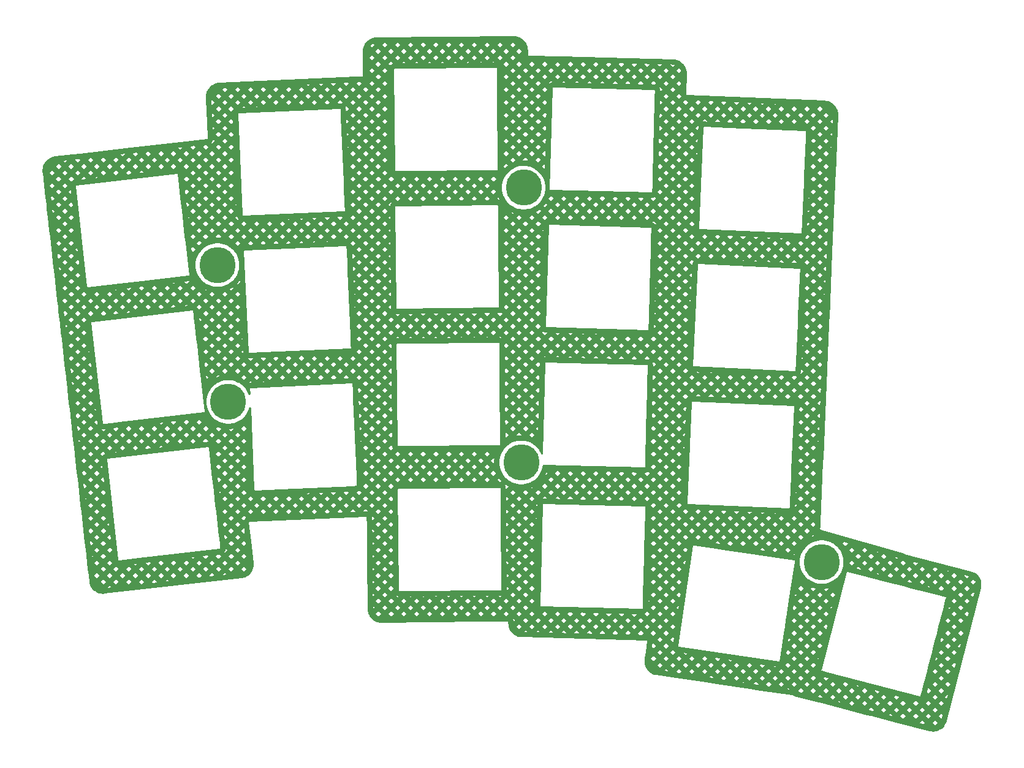
<source format=gbr>
%TF.GenerationSoftware,KiCad,Pcbnew,7.0.7*%
%TF.CreationDate,2023-10-01T20:23:59+02:00*%
%TF.ProjectId,goose_plate,676f6f73-655f-4706-9c61-74652e6b6963,v1.0.0*%
%TF.SameCoordinates,Original*%
%TF.FileFunction,Copper,L1,Top*%
%TF.FilePolarity,Positive*%
%FSLAX46Y46*%
G04 Gerber Fmt 4.6, Leading zero omitted, Abs format (unit mm)*
G04 Created by KiCad (PCBNEW 7.0.7) date 2023-10-01 20:23:59*
%MOMM*%
%LPD*%
G01*
G04 APERTURE LIST*
%TA.AperFunction,ComponentPad*%
%ADD10C,5.000000*%
%TD*%
G04 APERTURE END LIST*
D10*
%TO.P,H2,*%
%TO.N,*%
X188776286Y-151112864D03*
%TD*%
%TO.P,H5,*%
%TO.N,*%
X270771266Y-173243668D03*
%TD*%
%TO.P,H1,*%
%TO.N,*%
X187286472Y-132182973D03*
%TD*%
%TO.P,H3,*%
%TO.N,*%
X229596977Y-121494108D03*
%TD*%
%TO.P,H4,*%
%TO.N,*%
X229265419Y-159486874D03*
%TD*%
%TA.AperFunction,NonConductor*%
G36*
X228267842Y-100570184D02*
G01*
X228513150Y-100584108D01*
X228521192Y-100585096D01*
X228760535Y-100630532D01*
X228768367Y-100632556D01*
X228999738Y-100708846D01*
X229007259Y-100711884D01*
X229226695Y-100817724D01*
X229233729Y-100821703D01*
X229338828Y-100890607D01*
X229437469Y-100955278D01*
X229443953Y-100960163D01*
X229510864Y-101017815D01*
X229617248Y-101109479D01*
X229628504Y-101119177D01*
X229634293Y-101124866D01*
X229796510Y-101306612D01*
X229801500Y-101312998D01*
X229932577Y-101505506D01*
X229938608Y-101514363D01*
X229942726Y-101521354D01*
X229999133Y-101633259D01*
X230052377Y-101738892D01*
X230055548Y-101746360D01*
X230055551Y-101746368D01*
X230135863Y-101976346D01*
X230138033Y-101984170D01*
X230187643Y-102222675D01*
X230188773Y-102230715D01*
X230206924Y-102474963D01*
X230207093Y-102479018D01*
X230212490Y-103097681D01*
X230210008Y-103123475D01*
X230209642Y-103125272D01*
X230212282Y-103142940D01*
X230212961Y-103151559D01*
X230212993Y-103155255D01*
X230214971Y-103165921D01*
X230214927Y-103165929D01*
X230216801Y-103173178D01*
X230217764Y-103179624D01*
X230221796Y-103187050D01*
X230227280Y-103193470D01*
X230232942Y-103196674D01*
X230254047Y-103211727D01*
X230258928Y-103216045D01*
X230258931Y-103216045D01*
X230266778Y-103219136D01*
X230275111Y-103220530D01*
X230275114Y-103220532D01*
X230281508Y-103219346D01*
X230307350Y-103217312D01*
X234773858Y-103334271D01*
X250261426Y-103739829D01*
X250265475Y-103740067D01*
X250292753Y-103742574D01*
X250510091Y-103762544D01*
X250518109Y-103763814D01*
X250655476Y-103794895D01*
X250755715Y-103817576D01*
X250763479Y-103819876D01*
X250992032Y-103904193D01*
X250999448Y-103907495D01*
X251109020Y-103965143D01*
X251215038Y-104020922D01*
X251221957Y-104025162D01*
X251420897Y-104165758D01*
X251427203Y-104170866D01*
X251603374Y-104333717D01*
X251606079Y-104336217D01*
X251611668Y-104342106D01*
X251767442Y-104529406D01*
X251772210Y-104535969D01*
X251902196Y-104741989D01*
X251906070Y-104749123D01*
X252008053Y-104970345D01*
X252010963Y-104977925D01*
X252083199Y-105210572D01*
X252085095Y-105218466D01*
X252126348Y-105458557D01*
X252127196Y-105466625D01*
X252136841Y-105712195D01*
X252136868Y-105716252D01*
X252063756Y-108508279D01*
X252060861Y-108531863D01*
X252059624Y-108537444D01*
X252061160Y-108549112D01*
X252061953Y-108564237D01*
X252063303Y-108573271D01*
X252065716Y-108583724D01*
X252066796Y-108591930D01*
X252070370Y-108598794D01*
X252075186Y-108604849D01*
X252082235Y-108609168D01*
X252101219Y-108623473D01*
X252107317Y-108629061D01*
X252107321Y-108629061D01*
X252114468Y-108632021D01*
X252122044Y-108633563D01*
X252122046Y-108633564D01*
X252130232Y-108632340D01*
X252153954Y-108631096D01*
X271229928Y-109463972D01*
X271233928Y-109464277D01*
X271478142Y-109491023D01*
X271486123Y-109492430D01*
X271722764Y-109550336D01*
X271730480Y-109552770D01*
X271957537Y-109641067D01*
X271964872Y-109644488D01*
X272178465Y-109761669D01*
X272185301Y-109766025D01*
X272381758Y-109910073D01*
X272387962Y-109915279D01*
X272563939Y-110083742D01*
X272569412Y-110089714D01*
X272666263Y-110210389D01*
X272721893Y-110279704D01*
X272726550Y-110286355D01*
X272852923Y-110494615D01*
X272856672Y-110501817D01*
X272954779Y-110724785D01*
X272957556Y-110732414D01*
X273025719Y-110966286D01*
X273027477Y-110974212D01*
X273050316Y-111122613D01*
X273064531Y-111214971D01*
X273065238Y-111223059D01*
X273066951Y-111301587D01*
X273070490Y-111463902D01*
X273070601Y-111468959D01*
X273070556Y-111473016D01*
X273069589Y-111495180D01*
X272714933Y-119618141D01*
X272677504Y-120475407D01*
X272677504Y-120475408D01*
X272655694Y-120974932D01*
X272655694Y-120974933D01*
X272241310Y-130465889D01*
X272241310Y-130465890D01*
X271848735Y-139457323D01*
X271848735Y-139457324D01*
X271828704Y-139916093D01*
X271828704Y-139916094D01*
X271805116Y-140456371D01*
X271805116Y-140456372D01*
X270999936Y-158898009D01*
X270999936Y-158898010D01*
X270978127Y-159397534D01*
X270978127Y-159397535D01*
X270613350Y-167752327D01*
X270585137Y-168398501D01*
X270584355Y-168416395D01*
X270584353Y-168416424D01*
X270579000Y-168498634D01*
X270572797Y-168555938D01*
X270570133Y-168580542D01*
X270564578Y-168617127D01*
X270561461Y-168627043D01*
X270557573Y-168662393D01*
X270557029Y-168666226D01*
X270552993Y-168689452D01*
X270554099Y-168693978D01*
X270554100Y-168693979D01*
X270554100Y-168693980D01*
X270564297Y-168709256D01*
X270568385Y-168716358D01*
X270575181Y-168730203D01*
X270577227Y-168732311D01*
X270581115Y-168737123D01*
X270584613Y-168739691D01*
X270591566Y-168741720D01*
X270614761Y-168751123D01*
X270618559Y-168753131D01*
X270618559Y-168753130D01*
X270618560Y-168753131D01*
X270637911Y-168756494D01*
X270637572Y-168758439D01*
X270652424Y-168759488D01*
X282182835Y-172125840D01*
X282190044Y-172129261D01*
X282204059Y-172132885D01*
X282204060Y-172132887D01*
X282229538Y-172139476D01*
X282241187Y-172142877D01*
X282241188Y-172142876D01*
X282245423Y-172144113D01*
X282252443Y-172145399D01*
X291395835Y-174510041D01*
X291396107Y-174510111D01*
X291399952Y-174511241D01*
X291633271Y-174588180D01*
X291640794Y-174591219D01*
X291860215Y-174697056D01*
X291867273Y-174701050D01*
X292070988Y-174834614D01*
X292077471Y-174839500D01*
X292262017Y-174998515D01*
X292267808Y-175004206D01*
X292430015Y-175185946D01*
X292435013Y-175192344D01*
X292572110Y-175393702D01*
X292576228Y-175400692D01*
X292591533Y-175431057D01*
X292685871Y-175618226D01*
X292689043Y-175625699D01*
X292701351Y-175660943D01*
X292769355Y-175855682D01*
X292771522Y-175863497D01*
X292821128Y-176101997D01*
X292822258Y-176110036D01*
X292840309Y-176352966D01*
X292840380Y-176361084D01*
X292826568Y-176604281D01*
X292825579Y-176612340D01*
X292779676Y-176854109D01*
X292778789Y-176858069D01*
X288023995Y-195243499D01*
X288022693Y-195248529D01*
X288021552Y-195252412D01*
X287944627Y-195485687D01*
X287941586Y-195493214D01*
X287835755Y-195712617D01*
X287831757Y-195719683D01*
X287698185Y-195923408D01*
X287693299Y-195929892D01*
X287534291Y-196114427D01*
X287528600Y-196120218D01*
X287346862Y-196282422D01*
X287340464Y-196287420D01*
X287139106Y-196424518D01*
X287132111Y-196428639D01*
X286914577Y-196538284D01*
X286907103Y-196541456D01*
X286677132Y-196621764D01*
X286669309Y-196623933D01*
X286430809Y-196673539D01*
X286422769Y-196674669D01*
X286179848Y-196692721D01*
X286171729Y-196692792D01*
X285928517Y-196678979D01*
X285920459Y-196677990D01*
X285678694Y-196632089D01*
X285674734Y-196631202D01*
X281061025Y-195438016D01*
X284305431Y-195438016D01*
X284395062Y-195527647D01*
X284816693Y-195636688D01*
X285015365Y-195438016D01*
X286073198Y-195438016D01*
X286428165Y-195792983D01*
X286783134Y-195438016D01*
X286428166Y-195083048D01*
X286073198Y-195438016D01*
X285015365Y-195438016D01*
X285015366Y-195438015D01*
X284660399Y-195083048D01*
X284305431Y-195438016D01*
X281061025Y-195438016D01*
X277643302Y-194554133D01*
X281653781Y-194554133D01*
X282008748Y-194909100D01*
X282363716Y-194554132D01*
X283421547Y-194554132D01*
X283776515Y-194909101D01*
X284131484Y-194554133D01*
X284131483Y-194554132D01*
X285189314Y-194554132D01*
X285544282Y-194909101D01*
X285899251Y-194554133D01*
X286957081Y-194554133D01*
X287312048Y-194909100D01*
X287346871Y-194874276D01*
X287478437Y-194365552D01*
X287312049Y-194199164D01*
X286957081Y-194554133D01*
X285899251Y-194554133D01*
X285544282Y-194199164D01*
X285189314Y-194554132D01*
X284131483Y-194554132D01*
X283776515Y-194199164D01*
X283421547Y-194554132D01*
X282363716Y-194554132D01*
X282008749Y-194199165D01*
X281653781Y-194554133D01*
X277643302Y-194554133D01*
X277051579Y-194401103D01*
X280039042Y-194401103D01*
X280583805Y-194541988D01*
X280240981Y-194199164D01*
X280039042Y-194401103D01*
X277051579Y-194401103D01*
X274225572Y-193670248D01*
X277234363Y-193670248D01*
X277241802Y-193677688D01*
X277794040Y-193820507D01*
X277944297Y-193670249D01*
X279002130Y-193670249D01*
X279357098Y-194025217D01*
X279712066Y-193670249D01*
X280769897Y-193670249D01*
X281124865Y-194025217D01*
X281479833Y-193670249D01*
X282537664Y-193670249D01*
X282892632Y-194025217D01*
X283247600Y-193670249D01*
X284305431Y-193670249D01*
X284660399Y-194025217D01*
X285015367Y-193670249D01*
X286073198Y-193670249D01*
X286428166Y-194025217D01*
X286783134Y-193670249D01*
X286428165Y-193315280D01*
X286073198Y-193670249D01*
X285015367Y-193670249D01*
X284660399Y-193315281D01*
X284305431Y-193670249D01*
X283247600Y-193670249D01*
X282892632Y-193315281D01*
X282537664Y-193670249D01*
X281479833Y-193670249D01*
X281124865Y-193315281D01*
X280769897Y-193670249D01*
X279712066Y-193670249D01*
X279357098Y-193315281D01*
X279002130Y-193670249D01*
X277944297Y-193670249D01*
X277944298Y-193670248D01*
X277589330Y-193315280D01*
X277234363Y-193670248D01*
X274225572Y-193670248D01*
X270807853Y-192786366D01*
X274582713Y-192786366D01*
X274857382Y-193061035D01*
X274984979Y-193094034D01*
X275292647Y-192786366D01*
X276350480Y-192786366D01*
X276705448Y-193141334D01*
X277060416Y-192786366D01*
X278118247Y-192786366D01*
X278473215Y-193141334D01*
X278828183Y-192786366D01*
X279886014Y-192786366D01*
X280240982Y-193141334D01*
X280595950Y-192786366D01*
X281653781Y-192786366D01*
X282008749Y-193141334D01*
X282363717Y-192786366D01*
X282363716Y-192786365D01*
X283421547Y-192786365D01*
X283776515Y-193141334D01*
X284131484Y-192786366D01*
X285189314Y-192786366D01*
X285544282Y-193141334D01*
X285899251Y-192786366D01*
X286957081Y-192786366D01*
X287312049Y-193141334D01*
X287667017Y-192786366D01*
X287312049Y-192431397D01*
X286957081Y-192786366D01*
X285899251Y-192786366D01*
X285544282Y-192431397D01*
X285189314Y-192786366D01*
X284131484Y-192786366D01*
X283776515Y-192431397D01*
X283421547Y-192786365D01*
X282363716Y-192786365D01*
X282008749Y-192431398D01*
X281653781Y-192786366D01*
X280595950Y-192786366D01*
X280240982Y-192431398D01*
X279886014Y-192786366D01*
X278828183Y-192786366D01*
X278473215Y-192431398D01*
X278118247Y-192786366D01*
X277060416Y-192786366D01*
X276705448Y-192431398D01*
X276350480Y-192786366D01*
X275292647Y-192786366D01*
X275292648Y-192786365D01*
X274937681Y-192431398D01*
X274582713Y-192786366D01*
X270807853Y-192786366D01*
X270028927Y-192584922D01*
X273016389Y-192584922D01*
X273430546Y-192692030D01*
X273169913Y-192431397D01*
X273016389Y-192584922D01*
X270028927Y-192584922D01*
X267282330Y-191874604D01*
X267229145Y-191858449D01*
X270207327Y-191858449D01*
X270771386Y-192004325D01*
X270873230Y-191902482D01*
X271931062Y-191902482D01*
X272286030Y-192257449D01*
X272640998Y-191902482D01*
X273698829Y-191902482D01*
X274053797Y-192257449D01*
X274408765Y-191902482D01*
X275466596Y-191902482D01*
X275821564Y-192257449D01*
X276176532Y-191902482D01*
X277234363Y-191902482D01*
X277589331Y-192257450D01*
X277944299Y-191902482D01*
X279002130Y-191902482D01*
X279357098Y-192257450D01*
X279712066Y-191902482D01*
X279712065Y-191902481D01*
X280769896Y-191902481D01*
X281124865Y-192257449D01*
X281479833Y-191902482D01*
X286073198Y-191902482D01*
X286428166Y-192257450D01*
X286783134Y-191902482D01*
X287840965Y-191902482D01*
X288059033Y-192120550D01*
X288204909Y-191556490D01*
X288195933Y-191547514D01*
X287840965Y-191902482D01*
X286783134Y-191902482D01*
X286428166Y-191547514D01*
X286073198Y-191902482D01*
X281479833Y-191902482D01*
X281377821Y-191800470D01*
X280975861Y-191696516D01*
X280769896Y-191902481D01*
X279712065Y-191902481D01*
X279357098Y-191547514D01*
X279002130Y-191902482D01*
X277944299Y-191902482D01*
X277589330Y-191547514D01*
X277234363Y-191902482D01*
X276176532Y-191902482D01*
X275821564Y-191547514D01*
X275466596Y-191902482D01*
X274408765Y-191902482D01*
X274053797Y-191547514D01*
X273698829Y-191902482D01*
X272640998Y-191902482D01*
X272286030Y-191547514D01*
X271931062Y-191902482D01*
X270873230Y-191902482D01*
X270873231Y-191902481D01*
X270518263Y-191547513D01*
X270207327Y-191858449D01*
X267229145Y-191858449D01*
X267130879Y-191828601D01*
X267125986Y-191826888D01*
X267001952Y-191777562D01*
X266981296Y-191769347D01*
X266976577Y-191767238D01*
X266856436Y-191707395D01*
X266832121Y-191690878D01*
X266822302Y-191686527D01*
X266813403Y-191684818D01*
X266812411Y-191684942D01*
X266783368Y-191685144D01*
X266777220Y-191684462D01*
X266748306Y-191680811D01*
X266719423Y-191676718D01*
X266717646Y-191676452D01*
X262315849Y-191018599D01*
X267511645Y-191018599D01*
X267704123Y-191211077D01*
X267962325Y-191277853D01*
X268221579Y-191018599D01*
X269279412Y-191018599D01*
X269634380Y-191373567D01*
X269989348Y-191018599D01*
X269989347Y-191018598D01*
X271047179Y-191018598D01*
X271402147Y-191373567D01*
X271757115Y-191018599D01*
X271757114Y-191018598D01*
X272814946Y-191018598D01*
X273169914Y-191373566D01*
X273524882Y-191018598D01*
X274582713Y-191018598D01*
X274937681Y-191373566D01*
X275292648Y-191018599D01*
X276350480Y-191018599D01*
X276705448Y-191373567D01*
X277060416Y-191018598D01*
X278118246Y-191018598D01*
X278473214Y-191373566D01*
X278730861Y-191115919D01*
X278166801Y-190970043D01*
X278118246Y-191018598D01*
X277060416Y-191018598D01*
X276705448Y-190663631D01*
X276350480Y-191018599D01*
X275292648Y-191018599D01*
X275292649Y-191018598D01*
X274937681Y-190663631D01*
X274582713Y-191018598D01*
X273524882Y-191018598D01*
X273169914Y-190663631D01*
X272814946Y-191018598D01*
X271757114Y-191018598D01*
X271402147Y-190663631D01*
X271047179Y-191018598D01*
X269989347Y-191018598D01*
X269634380Y-190663631D01*
X269279412Y-191018599D01*
X268221579Y-191018599D01*
X268221580Y-191018598D01*
X267866613Y-190663631D01*
X267511645Y-191018599D01*
X262315849Y-191018599D01*
X260895558Y-190806335D01*
X265956141Y-190806335D01*
X266291699Y-190856484D01*
X266098845Y-190663630D01*
X265956141Y-190806335D01*
X260895558Y-190806335D01*
X256281793Y-190116803D01*
X261342372Y-190116803D01*
X261960002Y-190209108D01*
X262034395Y-190134715D01*
X263092227Y-190134715D01*
X263378637Y-190421124D01*
X263497925Y-190438952D01*
X263802162Y-190134715D01*
X264859994Y-190134715D01*
X265214962Y-190489683D01*
X265569931Y-190134714D01*
X266627761Y-190134714D01*
X266982729Y-190489683D01*
X267337697Y-190134715D01*
X268395528Y-190134715D01*
X268750496Y-190489683D01*
X269105464Y-190134715D01*
X269105463Y-190134714D01*
X270163295Y-190134714D01*
X270518263Y-190489683D01*
X270873231Y-190134714D01*
X271931062Y-190134714D01*
X272286030Y-190489683D01*
X272640998Y-190134715D01*
X272640997Y-190134714D01*
X273698828Y-190134714D01*
X274053797Y-190489682D01*
X274223963Y-190319516D01*
X275651397Y-190319516D01*
X275821563Y-190489682D01*
X275921799Y-190389446D01*
X275651397Y-190319516D01*
X274223963Y-190319516D01*
X274408765Y-190134715D01*
X274224561Y-189950511D01*
X273953208Y-189880334D01*
X273698828Y-190134714D01*
X272640997Y-190134714D01*
X272286030Y-189779747D01*
X271931062Y-190134714D01*
X270873231Y-190134714D01*
X270518263Y-189779746D01*
X270163295Y-190134714D01*
X269105463Y-190134714D01*
X268750496Y-189779746D01*
X268395528Y-190134715D01*
X267337697Y-190134715D01*
X267337698Y-190134714D01*
X266982729Y-189779746D01*
X266627761Y-190134714D01*
X265569931Y-190134714D01*
X265214962Y-189779746D01*
X264859994Y-190134715D01*
X263802162Y-190134715D01*
X263802163Y-190134714D01*
X263447196Y-189779747D01*
X263092227Y-190134715D01*
X262034395Y-190134715D01*
X262034396Y-190134714D01*
X261679429Y-189779747D01*
X261342372Y-190116803D01*
X256281793Y-190116803D01*
X254743864Y-189886958D01*
X259804449Y-189886958D01*
X260056550Y-189924635D01*
X259911661Y-189779746D01*
X259804449Y-189886958D01*
X254743864Y-189886958D01*
X250130098Y-189197426D01*
X255190681Y-189197426D01*
X255808311Y-189289731D01*
X255847211Y-189250831D01*
X256905043Y-189250831D01*
X257143486Y-189489275D01*
X257346234Y-189519575D01*
X257614977Y-189250832D01*
X258672810Y-189250832D01*
X259027778Y-189605800D01*
X259382746Y-189250832D01*
X260440577Y-189250832D01*
X260795545Y-189605800D01*
X261150513Y-189250832D01*
X262208344Y-189250832D01*
X262563312Y-189605800D01*
X262918280Y-189250832D01*
X262918279Y-189250831D01*
X263976111Y-189250831D01*
X264331079Y-189605800D01*
X264686047Y-189250832D01*
X265743878Y-189250832D01*
X266098846Y-189605800D01*
X266453813Y-189250832D01*
X267511644Y-189250832D01*
X267866612Y-189605800D01*
X268221581Y-189250832D01*
X269279412Y-189250832D01*
X269634380Y-189605800D01*
X269989347Y-189250832D01*
X269989346Y-189250831D01*
X271047178Y-189250831D01*
X271402147Y-189605800D01*
X271708208Y-189299738D01*
X271144148Y-189153861D01*
X271047178Y-189250831D01*
X269989346Y-189250831D01*
X269634380Y-188895864D01*
X269279412Y-189250832D01*
X268221581Y-189250832D01*
X267866613Y-188895864D01*
X267511644Y-189250832D01*
X266453813Y-189250832D01*
X266453814Y-189250831D01*
X266098846Y-188895863D01*
X265743878Y-189250832D01*
X264686047Y-189250832D01*
X264331079Y-188895863D01*
X263976111Y-189250831D01*
X262918279Y-189250831D01*
X262563312Y-188895864D01*
X262208344Y-189250832D01*
X261150513Y-189250832D01*
X260795545Y-188895864D01*
X260440577Y-189250832D01*
X259382746Y-189250832D01*
X259027778Y-188895864D01*
X258672810Y-189250832D01*
X257614977Y-189250832D01*
X257614978Y-189250831D01*
X257260011Y-188895863D01*
X256905043Y-189250831D01*
X255847211Y-189250831D01*
X255492244Y-188895863D01*
X255190681Y-189197426D01*
X250130098Y-189197426D01*
X247930153Y-188868642D01*
X247926161Y-188867911D01*
X247686119Y-188815794D01*
X247678314Y-188813557D01*
X247449041Y-188731238D01*
X247441596Y-188728001D01*
X247336022Y-188673628D01*
X247225028Y-188616462D01*
X247218077Y-188612285D01*
X247017924Y-188473433D01*
X247011570Y-188468379D01*
X246831249Y-188304586D01*
X246825610Y-188298746D01*
X246808089Y-188278050D01*
X249038988Y-188278050D01*
X249656618Y-188370355D01*
X249660026Y-188366948D01*
X250717859Y-188366948D01*
X250908337Y-188557426D01*
X251194542Y-188600199D01*
X251427793Y-188366948D01*
X252485626Y-188366948D01*
X252840594Y-188721916D01*
X253195562Y-188366948D01*
X253195561Y-188366947D01*
X254253393Y-188366947D01*
X254608361Y-188721916D01*
X254963329Y-188366948D01*
X256021159Y-188366948D01*
X256376128Y-188721916D01*
X256731096Y-188366948D01*
X257788927Y-188366948D01*
X258143894Y-188721916D01*
X258498862Y-188366948D01*
X259556694Y-188366948D01*
X259911662Y-188721916D01*
X260266630Y-188366948D01*
X261324461Y-188366948D01*
X261679429Y-188721916D01*
X262034397Y-188366948D01*
X263092228Y-188366948D01*
X263447196Y-188721916D01*
X263802163Y-188366948D01*
X264859994Y-188366948D01*
X265214962Y-188721916D01*
X265569931Y-188366948D01*
X265569930Y-188366947D01*
X266627761Y-188366947D01*
X266982729Y-188721916D01*
X267337697Y-188366948D01*
X268395527Y-188366948D01*
X268750496Y-188721916D01*
X269105464Y-188366948D01*
X268976971Y-188238455D01*
X270733080Y-188238455D01*
X270734958Y-188245227D01*
X270737983Y-188251571D01*
X270737985Y-188251573D01*
X270737986Y-188251574D01*
X270745136Y-188258600D01*
X270759170Y-188275031D01*
X270764996Y-188283199D01*
X270770782Y-188287175D01*
X270777184Y-188290093D01*
X270777185Y-188290094D01*
X270787175Y-188290880D01*
X270808494Y-188294447D01*
X271621104Y-188504603D01*
X284301756Y-191784043D01*
X284322126Y-191791255D01*
X284331250Y-191795412D01*
X284331252Y-191795414D01*
X284341238Y-191796199D01*
X284354420Y-191798406D01*
X284358551Y-191798731D01*
X284358555Y-191798732D01*
X284358558Y-191798731D01*
X284362705Y-191799058D01*
X284376051Y-191798940D01*
X284386042Y-191799727D01*
X284386044Y-191799724D01*
X284392818Y-191797846D01*
X284399158Y-191794822D01*
X284399161Y-191794822D01*
X284406191Y-191787667D01*
X284422621Y-191773635D01*
X284430786Y-191767812D01*
X284430787Y-191767805D01*
X284434762Y-191762023D01*
X284437678Y-191755625D01*
X284437681Y-191755623D01*
X284438467Y-191745632D01*
X284442035Y-191724311D01*
X284448345Y-191699912D01*
X284581839Y-191183730D01*
X285354445Y-191183730D01*
X285544282Y-191373567D01*
X285899250Y-191018599D01*
X286957081Y-191018599D01*
X287312049Y-191373567D01*
X287667017Y-191018599D01*
X287312049Y-190663630D01*
X286957081Y-191018599D01*
X285899250Y-191018599D01*
X285899251Y-191018598D01*
X285544283Y-190663631D01*
X285469652Y-190738261D01*
X285354445Y-191183730D01*
X284581839Y-191183730D01*
X284853133Y-190134715D01*
X286073198Y-190134715D01*
X286428166Y-190489683D01*
X286783133Y-190134715D01*
X287840965Y-190134715D01*
X288195932Y-190489682D01*
X288550900Y-190134714D01*
X288195932Y-189779746D01*
X287840965Y-190134715D01*
X286783133Y-190134715D01*
X286783134Y-190134714D01*
X286428166Y-189779747D01*
X286073198Y-190134715D01*
X284853133Y-190134715D01*
X285081721Y-189250832D01*
X286957081Y-189250832D01*
X287312049Y-189605800D01*
X287667017Y-189250832D01*
X287312049Y-188895863D01*
X286957081Y-189250832D01*
X285081721Y-189250832D01*
X285308312Y-188374668D01*
X286080918Y-188374668D01*
X286428166Y-188721916D01*
X286783134Y-188366948D01*
X287840965Y-188366948D01*
X288195933Y-188721916D01*
X288550901Y-188366948D01*
X288195933Y-188011980D01*
X287840965Y-188366948D01*
X286783134Y-188366948D01*
X286428165Y-188011979D01*
X286086305Y-188353839D01*
X286080918Y-188374668D01*
X285308312Y-188374668D01*
X285538896Y-187483065D01*
X286957081Y-187483065D01*
X287312049Y-187838033D01*
X287667017Y-187483065D01*
X288724848Y-187483065D01*
X289079815Y-187838032D01*
X289196829Y-187721018D01*
X289294618Y-187342898D01*
X289079816Y-187128096D01*
X288724848Y-187483065D01*
X287667017Y-187483065D01*
X287312049Y-187128096D01*
X286957081Y-187483065D01*
X285538896Y-187483065D01*
X285682703Y-186927005D01*
X286455309Y-186927005D01*
X286783134Y-186599181D01*
X287840965Y-186599181D01*
X288195933Y-186954149D01*
X288550900Y-186599181D01*
X288195933Y-186244213D01*
X287840965Y-186599181D01*
X286783134Y-186599181D01*
X286590030Y-186406077D01*
X286455309Y-186927005D01*
X285682703Y-186927005D01*
X285996072Y-185715298D01*
X286957081Y-185715298D01*
X287312049Y-186070266D01*
X287667017Y-185715298D01*
X288724848Y-185715298D01*
X289079816Y-186070266D01*
X289434784Y-185715298D01*
X289079816Y-185360329D01*
X288724848Y-185715298D01*
X287667017Y-185715298D01*
X287312049Y-185360329D01*
X286957081Y-185715298D01*
X285996072Y-185715298D01*
X286224660Y-184831414D01*
X287840965Y-184831414D01*
X288195933Y-185186382D01*
X288550899Y-184831414D01*
X289608732Y-184831414D01*
X289875215Y-185097897D01*
X290021091Y-184533837D01*
X289963700Y-184476446D01*
X289608732Y-184831414D01*
X288550899Y-184831414D01*
X288550900Y-184831413D01*
X288195933Y-184476446D01*
X287840965Y-184831414D01*
X286224660Y-184831414D01*
X286398021Y-184161077D01*
X287170627Y-184161077D01*
X287312049Y-184302499D01*
X287667017Y-183947531D01*
X288724848Y-183947531D01*
X289079816Y-184302499D01*
X289434784Y-183947531D01*
X289079816Y-183592562D01*
X288724848Y-183947531D01*
X287667017Y-183947531D01*
X287316503Y-183597017D01*
X287170627Y-184161077D01*
X286398021Y-184161077D01*
X286681836Y-183063647D01*
X287840964Y-183063647D01*
X288195933Y-183418615D01*
X288550901Y-183063647D01*
X289608731Y-183063647D01*
X289963700Y-183418615D01*
X290318668Y-183063647D01*
X289963700Y-182708679D01*
X289608731Y-183063647D01*
X288550901Y-183063647D01*
X288195933Y-182708679D01*
X287840964Y-183063647D01*
X286681836Y-183063647D01*
X286910424Y-182179764D01*
X288724848Y-182179764D01*
X289079816Y-182534732D01*
X289434784Y-182179764D01*
X290492615Y-182179764D01*
X290601687Y-182288836D01*
X290677782Y-181994596D01*
X290492615Y-182179764D01*
X289434784Y-182179764D01*
X289079816Y-181824795D01*
X288724848Y-182179764D01*
X286910424Y-182179764D01*
X287124494Y-181352015D01*
X287897100Y-181352015D01*
X288195933Y-181650848D01*
X288550901Y-181295880D01*
X289608731Y-181295880D01*
X289963700Y-181650848D01*
X290318668Y-181295880D01*
X289963700Y-180940912D01*
X289608731Y-181295880D01*
X288550901Y-181295880D01*
X288195932Y-180940911D01*
X287936264Y-181200579D01*
X287897100Y-181352015D01*
X287124494Y-181352015D01*
X287367599Y-180411996D01*
X288724848Y-180411996D01*
X289079816Y-180766965D01*
X289434784Y-180411997D01*
X289434783Y-180411996D01*
X290492615Y-180411996D01*
X290847582Y-180766964D01*
X291046788Y-180567758D01*
X291110799Y-180320245D01*
X290847583Y-180057029D01*
X290492615Y-180411996D01*
X289434783Y-180411996D01*
X289079816Y-180057028D01*
X288724848Y-180411996D01*
X287367599Y-180411996D01*
X287532662Y-179773745D01*
X288305269Y-179773745D01*
X288550901Y-179528113D01*
X289608731Y-179528113D01*
X289963700Y-179883082D01*
X290318668Y-179528113D01*
X289963700Y-179173145D01*
X289608731Y-179528113D01*
X288550901Y-179528113D01*
X288406212Y-179383425D01*
X288305269Y-179773745D01*
X287532662Y-179773745D01*
X287824774Y-178644230D01*
X288724848Y-178644230D01*
X289079816Y-178999198D01*
X289434784Y-178644230D01*
X290492615Y-178644230D01*
X290847583Y-178999198D01*
X291202551Y-178644230D01*
X290847583Y-178289261D01*
X290492615Y-178644230D01*
X289434784Y-178644230D01*
X289079816Y-178289261D01*
X288724848Y-178644230D01*
X287824774Y-178644230D01*
X287931631Y-178231045D01*
X287938845Y-178210675D01*
X287942999Y-178201557D01*
X287943001Y-178201556D01*
X287943786Y-178191575D01*
X287945993Y-178178391D01*
X287946318Y-178174255D01*
X287946319Y-178174253D01*
X287946318Y-178174249D01*
X287946644Y-178170114D01*
X287946528Y-178156743D01*
X287947314Y-178146766D01*
X287947312Y-178146764D01*
X287945436Y-178139995D01*
X287942409Y-178133648D01*
X287942409Y-178133647D01*
X287935259Y-178126621D01*
X287921222Y-178110186D01*
X287915399Y-178102022D01*
X287915398Y-178102021D01*
X287915397Y-178102020D01*
X287909616Y-178098046D01*
X287903210Y-178095127D01*
X287893214Y-178094340D01*
X287871903Y-178090773D01*
X286594241Y-177760347D01*
X289608732Y-177760347D01*
X289963700Y-178115315D01*
X290318668Y-177760347D01*
X291376499Y-177760347D01*
X291691396Y-178075244D01*
X291837272Y-177511184D01*
X291731467Y-177405378D01*
X291376499Y-177760347D01*
X290318668Y-177760347D01*
X289963700Y-177405379D01*
X289608732Y-177760347D01*
X286594241Y-177760347D01*
X285222668Y-177405634D01*
X288195676Y-177405634D01*
X288196617Y-177406063D01*
X288195932Y-177405378D01*
X288195676Y-177405634D01*
X285222668Y-177405634D01*
X283176516Y-176876463D01*
X286957081Y-176876463D01*
X287233741Y-177153123D01*
X287358175Y-177185304D01*
X287667016Y-176876463D01*
X288724848Y-176876463D01*
X289079816Y-177231431D01*
X289434784Y-176876463D01*
X290492615Y-176876463D01*
X290847583Y-177231431D01*
X291202551Y-176876463D01*
X290847583Y-176521495D01*
X290492615Y-176876463D01*
X289434784Y-176876463D01*
X289079816Y-176521494D01*
X288724848Y-176876463D01*
X287667016Y-176876463D01*
X287667017Y-176876462D01*
X287312049Y-176521494D01*
X286957081Y-176876463D01*
X283176516Y-176876463D01*
X282402126Y-176676192D01*
X285389584Y-176676192D01*
X285806907Y-176784119D01*
X285544282Y-176521494D01*
X285389584Y-176676192D01*
X282402126Y-176676192D01*
X279593064Y-175949719D01*
X282580524Y-175949719D01*
X283144583Y-176095595D01*
X283247598Y-175992580D01*
X284305431Y-175992580D01*
X284660399Y-176347548D01*
X285015367Y-175992580D01*
X286073198Y-175992580D01*
X286428166Y-176347548D01*
X286783134Y-175992580D01*
X287840965Y-175992580D01*
X288195933Y-176347548D01*
X288550900Y-175992580D01*
X289608732Y-175992580D01*
X289963700Y-176347548D01*
X290318668Y-175992580D01*
X291376499Y-175992580D01*
X291731466Y-176347547D01*
X292040801Y-176038212D01*
X291997686Y-175914749D01*
X291986590Y-175892735D01*
X291731467Y-175637612D01*
X291376499Y-175992580D01*
X290318668Y-175992580D01*
X289963700Y-175637612D01*
X289608732Y-175992580D01*
X288550900Y-175992580D01*
X288195933Y-175637612D01*
X287840965Y-175992580D01*
X286783134Y-175992580D01*
X286428165Y-175637611D01*
X286073198Y-175992580D01*
X285015367Y-175992580D01*
X284660399Y-175637612D01*
X284305431Y-175992580D01*
X283247598Y-175992580D01*
X283247599Y-175992579D01*
X282892632Y-175637612D01*
X282580524Y-175949719D01*
X279593064Y-175949719D01*
X276341066Y-175108695D01*
X279886014Y-175108695D01*
X280080482Y-175303164D01*
X280335522Y-175369122D01*
X280595948Y-175108696D01*
X281653781Y-175108696D01*
X282008749Y-175463664D01*
X282363717Y-175108696D01*
X283421547Y-175108696D01*
X283776515Y-175463664D01*
X284131484Y-175108696D01*
X285189314Y-175108696D01*
X285544282Y-175463664D01*
X285899251Y-175108696D01*
X286957081Y-175108696D01*
X287312049Y-175463664D01*
X287667017Y-175108696D01*
X288724848Y-175108696D01*
X289079816Y-175463664D01*
X289434784Y-175108696D01*
X289434783Y-175108695D01*
X290492614Y-175108695D01*
X290847582Y-175463663D01*
X291104056Y-175207189D01*
X290539996Y-175061313D01*
X290492614Y-175108695D01*
X289434783Y-175108695D01*
X289079816Y-174753727D01*
X288724848Y-175108696D01*
X287667017Y-175108696D01*
X287312049Y-174753727D01*
X286957081Y-175108696D01*
X285899251Y-175108696D01*
X285544282Y-174753727D01*
X285189314Y-175108696D01*
X284131484Y-175108696D01*
X283776515Y-174753727D01*
X283421547Y-175108696D01*
X282363717Y-175108696D01*
X282008749Y-174753728D01*
X281653781Y-175108696D01*
X280595948Y-175108696D01*
X280595949Y-175108695D01*
X280240982Y-174753728D01*
X279886014Y-175108695D01*
X276341066Y-175108695D01*
X275379473Y-174860010D01*
X278366932Y-174860010D01*
X278653646Y-174934159D01*
X278473214Y-174753727D01*
X278366932Y-174860010D01*
X275379473Y-174860010D01*
X274378633Y-174601175D01*
X274358261Y-174593962D01*
X274349140Y-174589805D01*
X274339145Y-174589019D01*
X274325965Y-174586813D01*
X274317718Y-174586164D01*
X274304353Y-174586280D01*
X274294353Y-174585493D01*
X274287578Y-174587371D01*
X274281234Y-174590397D01*
X274274204Y-174597552D01*
X274257774Y-174611584D01*
X274249609Y-174617408D01*
X274245627Y-174623200D01*
X274242714Y-174629594D01*
X274242713Y-174629598D01*
X274242714Y-174629598D01*
X274241926Y-174639594D01*
X274238360Y-174660903D01*
X270748763Y-188154172D01*
X270741552Y-188174539D01*
X270737393Y-188183666D01*
X270736606Y-188193663D01*
X270734400Y-188206840D01*
X270733750Y-188215101D01*
X270733867Y-188228455D01*
X270733080Y-188238455D01*
X268976971Y-188238455D01*
X268750496Y-188011979D01*
X268395527Y-188366948D01*
X267337697Y-188366948D01*
X267337698Y-188366947D01*
X266982729Y-188011979D01*
X266627761Y-188366947D01*
X265569930Y-188366947D01*
X265214962Y-188011979D01*
X264859994Y-188366948D01*
X263802163Y-188366948D01*
X263447196Y-188011980D01*
X263092228Y-188366948D01*
X262034397Y-188366948D01*
X261679429Y-188011980D01*
X261324461Y-188366948D01*
X260266630Y-188366948D01*
X259911662Y-188011980D01*
X259556694Y-188366948D01*
X258498862Y-188366948D01*
X258498863Y-188366947D01*
X258143895Y-188011979D01*
X257788927Y-188366948D01*
X256731096Y-188366948D01*
X256376128Y-188011979D01*
X256021159Y-188366948D01*
X254963329Y-188366948D01*
X254608361Y-188011979D01*
X254253393Y-188366947D01*
X253195561Y-188366947D01*
X252840594Y-188011980D01*
X252485626Y-188366948D01*
X251427793Y-188366948D01*
X251427794Y-188366947D01*
X251072827Y-188011980D01*
X250717859Y-188366948D01*
X249660026Y-188366948D01*
X249660027Y-188366947D01*
X249305059Y-188011979D01*
X249038988Y-188278050D01*
X246808089Y-188278050D01*
X246668215Y-188112824D01*
X246663386Y-188106298D01*
X246653022Y-188090185D01*
X246531597Y-187901407D01*
X246527677Y-187894334D01*
X246473725Y-187779939D01*
X246423757Y-187673989D01*
X246420784Y-187666444D01*
X246362085Y-187483065D01*
X248066208Y-187483065D01*
X248421176Y-187838033D01*
X248776145Y-187483065D01*
X249833975Y-187483065D01*
X250188943Y-187838033D01*
X250543911Y-187483065D01*
X251601742Y-187483065D01*
X251956710Y-187838033D01*
X252311678Y-187483065D01*
X253369509Y-187483065D01*
X253724477Y-187838033D01*
X254079445Y-187483065D01*
X255137275Y-187483065D01*
X255492244Y-187838033D01*
X255847212Y-187483065D01*
X256905043Y-187483065D01*
X257260011Y-187838033D01*
X257614979Y-187483065D01*
X258672810Y-187483065D01*
X259027778Y-187838032D01*
X259382746Y-187483065D01*
X259382745Y-187483064D01*
X260440576Y-187483064D01*
X260795544Y-187838033D01*
X261150513Y-187483065D01*
X261150512Y-187483064D01*
X262208343Y-187483064D01*
X262563312Y-187838033D01*
X262750543Y-187650801D01*
X264143847Y-187650801D01*
X264331078Y-187838032D01*
X264469622Y-187699488D01*
X264143847Y-187650801D01*
X262750543Y-187650801D01*
X262918279Y-187483065D01*
X265743877Y-187483065D01*
X266098846Y-187838033D01*
X266453814Y-187483065D01*
X267511644Y-187483065D01*
X267866612Y-187838032D01*
X268221580Y-187483065D01*
X269279412Y-187483065D01*
X269634380Y-187838032D01*
X269989347Y-187483065D01*
X269634380Y-187128097D01*
X269279412Y-187483065D01*
X268221580Y-187483065D01*
X267866612Y-187128097D01*
X267511644Y-187483065D01*
X266453814Y-187483065D01*
X266098846Y-187128097D01*
X265743877Y-187483065D01*
X262918279Y-187483065D01*
X262918280Y-187483064D01*
X262900143Y-187464928D01*
X262314069Y-187377339D01*
X262208343Y-187483064D01*
X261150512Y-187483064D01*
X260821759Y-187154311D01*
X260776146Y-187147494D01*
X260440576Y-187483064D01*
X259382745Y-187483064D01*
X259027778Y-187128097D01*
X258672810Y-187483065D01*
X257614979Y-187483065D01*
X257260010Y-187128097D01*
X256905043Y-187483065D01*
X255847212Y-187483065D01*
X255492244Y-187128096D01*
X255137275Y-187483065D01*
X254079445Y-187483065D01*
X253724477Y-187128097D01*
X253369509Y-187483065D01*
X252311678Y-187483065D01*
X251956710Y-187128096D01*
X251601742Y-187483065D01*
X250543911Y-187483065D01*
X250188943Y-187128096D01*
X249833975Y-187483065D01*
X248776145Y-187483065D01*
X248421176Y-187128096D01*
X248066208Y-187483065D01*
X246362085Y-187483065D01*
X246346518Y-187434432D01*
X246344556Y-187426561D01*
X246301211Y-187186847D01*
X246300292Y-187178780D01*
X246297858Y-187128096D01*
X246288605Y-186935444D01*
X246288746Y-186927357D01*
X246309109Y-186682319D01*
X246309569Y-186678362D01*
X246312582Y-186658206D01*
X246321403Y-186599181D01*
X247182324Y-186599181D01*
X247537293Y-186954149D01*
X247892261Y-186599181D01*
X248950092Y-186599181D01*
X249305060Y-186954149D01*
X249660028Y-186599181D01*
X250717859Y-186599181D01*
X251072827Y-186954148D01*
X251427795Y-186599181D01*
X252485626Y-186599181D01*
X252840593Y-186954149D01*
X253195562Y-186599181D01*
X253195561Y-186599180D01*
X254253392Y-186599180D01*
X254608361Y-186954149D01*
X254963329Y-186599181D01*
X254963328Y-186599180D01*
X256021159Y-186599180D01*
X256376128Y-186954149D01*
X256611325Y-186718952D01*
X257908698Y-186718952D01*
X258143894Y-186954148D01*
X258317931Y-186780112D01*
X257908698Y-186718952D01*
X256611325Y-186718952D01*
X256731096Y-186599181D01*
X256664994Y-186533079D01*
X256162377Y-186457963D01*
X256021159Y-186599180D01*
X254963328Y-186599180D01*
X254608360Y-186244212D01*
X254253392Y-186599180D01*
X253195561Y-186599180D01*
X252840594Y-186244213D01*
X252485626Y-186599181D01*
X251427795Y-186599181D01*
X251072827Y-186244213D01*
X250717859Y-186599181D01*
X249660028Y-186599181D01*
X249305060Y-186244213D01*
X248950092Y-186599181D01*
X247892261Y-186599181D01*
X247537292Y-186244213D01*
X247182324Y-186599181D01*
X246321403Y-186599181D01*
X246453500Y-185715298D01*
X248066208Y-185715298D01*
X248421176Y-186070266D01*
X248776145Y-185715298D01*
X249833974Y-185715298D01*
X250188943Y-186070266D01*
X250472106Y-185787103D01*
X251673547Y-185787103D01*
X251956710Y-186070266D01*
X252166239Y-185860736D01*
X251673547Y-185787103D01*
X250472106Y-185787103D01*
X250543911Y-185715298D01*
X250188943Y-185360329D01*
X249833974Y-185715298D01*
X248776145Y-185715298D01*
X248421176Y-185360329D01*
X248066208Y-185715298D01*
X246453500Y-185715298D01*
X246564849Y-184970244D01*
X247321155Y-184970244D01*
X247537293Y-185186382D01*
X247892261Y-184831414D01*
X247892260Y-184831413D01*
X248950092Y-184831413D01*
X249305060Y-185186382D01*
X249631608Y-184859834D01*
X250977925Y-184859834D01*
X250978141Y-184868105D01*
X250979652Y-184881378D01*
X250979915Y-184891412D01*
X250982491Y-184897953D01*
X250986164Y-184903945D01*
X250986165Y-184903947D01*
X250994010Y-184910187D01*
X251009691Y-184925068D01*
X251016333Y-184932576D01*
X251022505Y-184935927D01*
X251029176Y-184938159D01*
X251029177Y-184938160D01*
X251039196Y-184937897D01*
X251060766Y-184939215D01*
X264844882Y-186999265D01*
X264865890Y-187004309D01*
X264875398Y-187007490D01*
X264875399Y-187007491D01*
X264885415Y-187007228D01*
X264898744Y-187008044D01*
X264902895Y-187007935D01*
X264902899Y-187007936D01*
X264902902Y-187007935D01*
X264907046Y-187007827D01*
X264920312Y-187006315D01*
X264930339Y-187006053D01*
X264930342Y-187006049D01*
X264936886Y-187003472D01*
X264942870Y-186999804D01*
X264942874Y-186999804D01*
X264949111Y-186991961D01*
X264964000Y-186976272D01*
X264971502Y-186969636D01*
X264971502Y-186969633D01*
X264974852Y-186963463D01*
X264977083Y-186956795D01*
X264977086Y-186956792D01*
X264976823Y-186946772D01*
X264978141Y-186925202D01*
X265026865Y-186599180D01*
X266627761Y-186599180D01*
X266982729Y-186954149D01*
X267337698Y-186599181D01*
X268395527Y-186599181D01*
X268750496Y-186954149D01*
X269105464Y-186599181D01*
X270163295Y-186599181D01*
X270334122Y-186770008D01*
X270453302Y-186309173D01*
X270163295Y-186599181D01*
X269105464Y-186599181D01*
X268750496Y-186244212D01*
X268395527Y-186599181D01*
X267337698Y-186599181D01*
X266982729Y-186244212D01*
X266627761Y-186599180D01*
X265026865Y-186599180D01*
X265136678Y-185864405D01*
X265892985Y-185864405D01*
X266098846Y-186070266D01*
X266453814Y-185715298D01*
X266453813Y-185715297D01*
X267511644Y-185715297D01*
X267866613Y-186070266D01*
X268221581Y-185715298D01*
X269279412Y-185715298D01*
X269634380Y-186070266D01*
X269989347Y-185715297D01*
X269634380Y-185360330D01*
X269279412Y-185715298D01*
X268221581Y-185715298D01*
X267866612Y-185360330D01*
X267511644Y-185715297D01*
X266453813Y-185715297D01*
X266098845Y-185360329D01*
X265945384Y-185513790D01*
X265892985Y-185864405D01*
X265136678Y-185864405D01*
X265291060Y-184831413D01*
X266627761Y-184831413D01*
X266982729Y-185186382D01*
X267337698Y-184831414D01*
X268395527Y-184831414D01*
X268750496Y-185186382D01*
X269105464Y-184831414D01*
X270163295Y-184831414D01*
X270518263Y-185186382D01*
X270822306Y-184882338D01*
X270843234Y-184801416D01*
X270518263Y-184476445D01*
X270163295Y-184831414D01*
X269105464Y-184831414D01*
X268750496Y-184476445D01*
X268395527Y-184831414D01*
X267337698Y-184831414D01*
X266982729Y-184476445D01*
X266627761Y-184831413D01*
X265291060Y-184831413D01*
X265374951Y-184270087D01*
X266131257Y-184270087D01*
X266453814Y-183947531D01*
X267511645Y-183947531D01*
X267866613Y-184302499D01*
X268221581Y-183947531D01*
X269279412Y-183947531D01*
X269634380Y-184302499D01*
X269989348Y-183947531D01*
X269634380Y-183592563D01*
X269279412Y-183947531D01*
X268221581Y-183947531D01*
X267866613Y-183592563D01*
X267511645Y-183947531D01*
X266453814Y-183947531D01*
X266215134Y-183708851D01*
X266131257Y-184270087D01*
X265374951Y-184270087D01*
X265555255Y-183063647D01*
X266627761Y-183063647D01*
X266982729Y-183418615D01*
X267337698Y-183063647D01*
X268395527Y-183063647D01*
X268750496Y-183418615D01*
X269105464Y-183063647D01*
X270163294Y-183063647D01*
X270518263Y-183418615D01*
X270873231Y-183063647D01*
X270518263Y-182708678D01*
X270163294Y-183063647D01*
X269105464Y-183063647D01*
X268750496Y-182708678D01*
X268395527Y-183063647D01*
X267337698Y-183063647D01*
X266982729Y-182708678D01*
X266627761Y-183063647D01*
X265555255Y-183063647D01*
X265687352Y-182179764D01*
X267511645Y-182179764D01*
X267866613Y-182534732D01*
X268221581Y-182179764D01*
X269279412Y-182179764D01*
X269634380Y-182534732D01*
X269989348Y-182179764D01*
X271047179Y-182179764D01*
X271402146Y-182534731D01*
X271438959Y-182497917D01*
X271569707Y-181992356D01*
X271402147Y-181824795D01*
X271047179Y-182179764D01*
X269989348Y-182179764D01*
X269634380Y-181824796D01*
X269279412Y-182179764D01*
X268221581Y-182179764D01*
X267866613Y-181824796D01*
X267511645Y-182179764D01*
X265687352Y-182179764D01*
X265819449Y-181295880D01*
X266627761Y-181295880D01*
X266982729Y-181650848D01*
X267337698Y-181295880D01*
X268395527Y-181295880D01*
X268750496Y-181650848D01*
X269105464Y-181295880D01*
X270163294Y-181295880D01*
X270518263Y-181650848D01*
X270873231Y-181295880D01*
X270518263Y-180940911D01*
X270163294Y-181295880D01*
X269105464Y-181295880D01*
X268750496Y-180940911D01*
X268395527Y-181295880D01*
X267337698Y-181295880D01*
X266982729Y-180940911D01*
X266627761Y-181295880D01*
X265819449Y-181295880D01*
X265951546Y-180411997D01*
X267511644Y-180411997D01*
X267866612Y-180766965D01*
X268221581Y-180411997D01*
X269279412Y-180411997D01*
X269634380Y-180766965D01*
X269989348Y-180411997D01*
X271047179Y-180411997D01*
X271402147Y-180766965D01*
X271757115Y-180411997D01*
X271402147Y-180057029D01*
X271047179Y-180411997D01*
X269989348Y-180411997D01*
X269634380Y-180057029D01*
X269279412Y-180411997D01*
X268221581Y-180411997D01*
X267866613Y-180057029D01*
X267511644Y-180411997D01*
X265951546Y-180411997D01*
X266056055Y-179712714D01*
X266812361Y-179712714D01*
X266982729Y-179883082D01*
X267337698Y-179528113D01*
X268395527Y-179528113D01*
X268750496Y-179883082D01*
X269105464Y-179528113D01*
X270163294Y-179528113D01*
X270518263Y-179883082D01*
X270873231Y-179528113D01*
X271931061Y-179528113D01*
X272150303Y-179747355D01*
X272296179Y-179183295D01*
X272286029Y-179173145D01*
X271931061Y-179528113D01*
X270873231Y-179528113D01*
X270518263Y-179173145D01*
X270163294Y-179528113D01*
X269105464Y-179528113D01*
X268750496Y-179173145D01*
X268395527Y-179528113D01*
X267337698Y-179528113D01*
X266982729Y-179173144D01*
X266877234Y-179278639D01*
X266812361Y-179712714D01*
X266056055Y-179712714D01*
X266215741Y-178644230D01*
X267511644Y-178644230D01*
X267866612Y-178999197D01*
X268221581Y-178644230D01*
X269279412Y-178644230D01*
X269634380Y-178999197D01*
X269989347Y-178644230D01*
X271047179Y-178644230D01*
X271402147Y-178999198D01*
X271757115Y-178644230D01*
X271402147Y-178289262D01*
X271047179Y-178644230D01*
X269989347Y-178644230D01*
X269634380Y-178289262D01*
X269279412Y-178644230D01*
X268221581Y-178644230D01*
X267866613Y-178289262D01*
X267511644Y-178644230D01*
X266215741Y-178644230D01*
X266306800Y-178034938D01*
X267063106Y-178034938D01*
X267337698Y-177760347D01*
X268395527Y-177760347D01*
X268750496Y-178115315D01*
X269105464Y-177760347D01*
X270163295Y-177760347D01*
X270518263Y-178115315D01*
X270873231Y-177760347D01*
X271931062Y-177760347D01*
X272286029Y-178115314D01*
X272640997Y-177760346D01*
X272286030Y-177405379D01*
X271931062Y-177760347D01*
X270873231Y-177760347D01*
X270518263Y-177405378D01*
X270163295Y-177760347D01*
X269105464Y-177760347D01*
X268750496Y-177405378D01*
X268395527Y-177760347D01*
X267337698Y-177760347D01*
X267134511Y-177557160D01*
X267063106Y-178034938D01*
X266306800Y-178034938D01*
X266479936Y-176876462D01*
X267511644Y-176876462D01*
X267866613Y-177231431D01*
X268221581Y-176876463D01*
X268221580Y-176876462D01*
X269279411Y-176876462D01*
X269634380Y-177231431D01*
X269884566Y-176981244D01*
X271151960Y-176981244D01*
X271402147Y-177231431D01*
X271757115Y-176876463D01*
X271752358Y-176871706D01*
X271454727Y-176942248D01*
X271436943Y-176945920D01*
X271411958Y-176950325D01*
X271394002Y-176952954D01*
X271151960Y-176981244D01*
X269884566Y-176981244D01*
X269955031Y-176910779D01*
X269722126Y-176855579D01*
X269704616Y-176850888D01*
X269680312Y-176843613D01*
X269663057Y-176837897D01*
X269410060Y-176745813D01*
X269279411Y-176876462D01*
X268221580Y-176876462D01*
X267866612Y-176521495D01*
X267511644Y-176876462D01*
X266479936Y-176876462D01*
X267022860Y-173243671D01*
X267757667Y-173243671D01*
X267778044Y-173593525D01*
X267778045Y-173593536D01*
X267838896Y-173938643D01*
X267838898Y-173938650D01*
X267939409Y-174274381D01*
X268078212Y-174596160D01*
X268078218Y-174596173D01*
X268253441Y-174899669D01*
X268462711Y-175180768D01*
X268462716Y-175180774D01*
X268526312Y-175248181D01*
X268703209Y-175435680D01*
X268703215Y-175435685D01*
X268703217Y-175435687D01*
X268943860Y-175637612D01*
X268971669Y-175660946D01*
X269264466Y-175853521D01*
X269577640Y-176010803D01*
X269906956Y-176130664D01*
X269906962Y-176130665D01*
X269906964Y-176130666D01*
X270247944Y-176211481D01*
X270247951Y-176211482D01*
X270247960Y-176211484D01*
X270596041Y-176252168D01*
X270596048Y-176252168D01*
X270946484Y-176252168D01*
X270946491Y-176252168D01*
X271294572Y-176211484D01*
X271294581Y-176211481D01*
X271294587Y-176211481D01*
X271569637Y-176146291D01*
X271635576Y-176130664D01*
X271964892Y-176010803D01*
X272278066Y-175853521D01*
X272570863Y-175660946D01*
X272839323Y-175435680D01*
X273079817Y-175180772D01*
X273289091Y-174899668D01*
X273464316Y-174596169D01*
X273603123Y-174274380D01*
X273645288Y-174133537D01*
X275557871Y-174133537D01*
X276121931Y-174279413D01*
X276176530Y-174224813D01*
X277234363Y-174224813D01*
X277589331Y-174579781D01*
X277944299Y-174224813D01*
X279002130Y-174224813D01*
X279357098Y-174579781D01*
X279712066Y-174224813D01*
X280769897Y-174224813D01*
X281124865Y-174579780D01*
X281479833Y-174224813D01*
X282537664Y-174224813D01*
X282892632Y-174579780D01*
X283247600Y-174224813D01*
X284305431Y-174224813D01*
X284660399Y-174579780D01*
X285015367Y-174224813D01*
X285015366Y-174224812D01*
X286073197Y-174224812D01*
X286428166Y-174579781D01*
X286596344Y-174411603D01*
X288027755Y-174411603D01*
X288195932Y-174579780D01*
X288294996Y-174480716D01*
X288027755Y-174411603D01*
X286596344Y-174411603D01*
X286783134Y-174224813D01*
X286600920Y-174042599D01*
X286326405Y-173971604D01*
X286073197Y-174224812D01*
X285015366Y-174224812D01*
X284660399Y-173869845D01*
X284305431Y-174224813D01*
X283247600Y-174224813D01*
X282892632Y-173869845D01*
X282537664Y-174224813D01*
X281479833Y-174224813D01*
X281124865Y-173869845D01*
X280769897Y-174224813D01*
X279712066Y-174224813D01*
X279357098Y-173869845D01*
X279002130Y-174224813D01*
X277944299Y-174224813D01*
X277589331Y-173869845D01*
X277234363Y-174224813D01*
X276176530Y-174224813D01*
X276176531Y-174224812D01*
X275821563Y-173869844D01*
X275557871Y-174133537D01*
X273645288Y-174133537D01*
X273703633Y-173938652D01*
X273715766Y-173869845D01*
X273764486Y-173593536D01*
X273764485Y-173593536D01*
X273764488Y-173593525D01*
X273779200Y-173340929D01*
X274582713Y-173340929D01*
X274937681Y-173695896D01*
X275292649Y-173340929D01*
X276350480Y-173340929D01*
X276705448Y-173695897D01*
X277060416Y-173340929D01*
X278118247Y-173340929D01*
X278473215Y-173695897D01*
X278828183Y-173340929D01*
X279886014Y-173340929D01*
X280240982Y-173695897D01*
X280595950Y-173340929D01*
X281653781Y-173340929D01*
X282008749Y-173695896D01*
X282363717Y-173340929D01*
X282363716Y-173340928D01*
X283421546Y-173340928D01*
X283776515Y-173695897D01*
X284081404Y-173391008D01*
X283517343Y-173245131D01*
X283421546Y-173340928D01*
X282363716Y-173340928D01*
X282008749Y-172985961D01*
X281653781Y-173340929D01*
X280595950Y-173340929D01*
X280240982Y-172985961D01*
X279886014Y-173340929D01*
X278828183Y-173340929D01*
X278473215Y-172985961D01*
X278118247Y-173340929D01*
X277060416Y-173340929D01*
X276705448Y-172985961D01*
X276350480Y-173340929D01*
X275292649Y-173340929D01*
X274937681Y-172985961D01*
X274582713Y-173340929D01*
X273779200Y-173340929D01*
X273784865Y-173243668D01*
X273764488Y-172893811D01*
X273718925Y-172635407D01*
X273703635Y-172548692D01*
X273703633Y-172548685D01*
X273676198Y-172457046D01*
X275466596Y-172457046D01*
X275821564Y-172812014D01*
X276176531Y-172457046D01*
X277234363Y-172457046D01*
X277589330Y-172812014D01*
X277944299Y-172457046D01*
X277944298Y-172457045D01*
X279002129Y-172457045D01*
X279357098Y-172812014D01*
X279661917Y-172507195D01*
X280820046Y-172507195D01*
X281124864Y-172812013D01*
X281291917Y-172644960D01*
X280820046Y-172507195D01*
X279661917Y-172507195D01*
X279712066Y-172457046D01*
X279357097Y-172102077D01*
X279002129Y-172457045D01*
X277944298Y-172457045D01*
X277589331Y-172102078D01*
X277234363Y-172457046D01*
X276176531Y-172457046D01*
X276176532Y-172457045D01*
X275821564Y-172102078D01*
X275466596Y-172457046D01*
X273676198Y-172457046D01*
X273618106Y-172263003D01*
X273603123Y-172212956D01*
X273464316Y-171891167D01*
X273308099Y-171620591D01*
X273289090Y-171587666D01*
X273278292Y-171573162D01*
X274582713Y-171573162D01*
X274937681Y-171928130D01*
X275292649Y-171573161D01*
X276350479Y-171573161D01*
X276705448Y-171928130D01*
X276855301Y-171778277D01*
X278323362Y-171778277D01*
X278473214Y-171928129D01*
X278555339Y-171846004D01*
X278323362Y-171778277D01*
X276855301Y-171778277D01*
X277060416Y-171573162D01*
X276829348Y-171342094D01*
X276637545Y-171286095D01*
X276350479Y-171573161D01*
X275292649Y-171573161D01*
X274937681Y-171218194D01*
X274582713Y-171573162D01*
X273278292Y-171573162D01*
X273079820Y-171306567D01*
X273079815Y-171306561D01*
X272886418Y-171101574D01*
X272839323Y-171051656D01*
X272839316Y-171051650D01*
X272839314Y-171051648D01*
X272570866Y-170826392D01*
X272492609Y-170774922D01*
X272362393Y-170689278D01*
X273698828Y-170689278D01*
X274053797Y-171044247D01*
X274408765Y-170689279D01*
X274332662Y-170613176D01*
X273900966Y-170487140D01*
X273698828Y-170689278D01*
X272362393Y-170689278D01*
X272278066Y-170633815D01*
X272261701Y-170625596D01*
X271964899Y-170476536D01*
X271964893Y-170476533D01*
X271635588Y-170356676D01*
X271635567Y-170356669D01*
X271294587Y-170275854D01*
X271294572Y-170275852D01*
X270946491Y-170235168D01*
X270596041Y-170235168D01*
X270291470Y-170270766D01*
X270247959Y-170275852D01*
X270247944Y-170275854D01*
X269906964Y-170356669D01*
X269906943Y-170356676D01*
X269577638Y-170476533D01*
X269577632Y-170476536D01*
X269264469Y-170633813D01*
X268971665Y-170826392D01*
X268703217Y-171051648D01*
X268703207Y-171051658D01*
X268462716Y-171306561D01*
X268462711Y-171306567D01*
X268253441Y-171587666D01*
X268078218Y-171891162D01*
X268078212Y-171891175D01*
X267939409Y-172212954D01*
X267838898Y-172548685D01*
X267838896Y-172548692D01*
X267778045Y-172893799D01*
X267778044Y-172893810D01*
X267757667Y-173243664D01*
X267757667Y-173243671D01*
X267022860Y-173243671D01*
X267038192Y-173141083D01*
X267043237Y-173120072D01*
X267046414Y-173110574D01*
X267046418Y-173110570D01*
X267046155Y-173100554D01*
X267046971Y-173087232D01*
X267046862Y-173083074D01*
X267046863Y-173083070D01*
X267046862Y-173083065D01*
X267046754Y-173078927D01*
X267045242Y-173065655D01*
X267044980Y-173055630D01*
X267044978Y-173055627D01*
X267042403Y-173049090D01*
X267038731Y-173043098D01*
X267038731Y-173043096D01*
X267030884Y-173036854D01*
X267015208Y-173021978D01*
X267008561Y-173014465D01*
X267002391Y-173011115D01*
X266995719Y-173008882D01*
X266985693Y-173009145D01*
X266964122Y-173007825D01*
X261789725Y-172234506D01*
X266850300Y-172234506D01*
X267020697Y-172259972D01*
X267041745Y-172259422D01*
X267063319Y-172260743D01*
X267140830Y-172272329D01*
X267143630Y-172262978D01*
X266982729Y-172102077D01*
X266850300Y-172234506D01*
X261789725Y-172234506D01*
X257175953Y-171544973D01*
X262236532Y-171544973D01*
X262854162Y-171637278D01*
X262918278Y-171573162D01*
X263976111Y-171573162D01*
X264248632Y-171845683D01*
X264392085Y-171867122D01*
X264686045Y-171573162D01*
X265743878Y-171573162D01*
X266098846Y-171928130D01*
X266453814Y-171573161D01*
X266098846Y-171218194D01*
X265743878Y-171573162D01*
X264686045Y-171573162D01*
X264686046Y-171573161D01*
X264331079Y-171218194D01*
X263976111Y-171573162D01*
X262918278Y-171573162D01*
X262918279Y-171573161D01*
X262563312Y-171218194D01*
X262236532Y-171544973D01*
X257175953Y-171544973D01*
X255638025Y-171315128D01*
X260698609Y-171315128D01*
X260926545Y-171349194D01*
X260795544Y-171218193D01*
X260698609Y-171315128D01*
X255638025Y-171315128D01*
X253180016Y-170947776D01*
X253159001Y-170942731D01*
X253149495Y-170939550D01*
X253139465Y-170939813D01*
X253126139Y-170938997D01*
X253117873Y-170939213D01*
X253104589Y-170940725D01*
X253094558Y-170940987D01*
X253088015Y-170943565D01*
X253082021Y-170947238D01*
X253075779Y-170955086D01*
X253060907Y-170970758D01*
X253053392Y-170977406D01*
X253050040Y-170983579D01*
X253047809Y-170990247D01*
X253048072Y-171000277D01*
X253046752Y-171021844D01*
X250986703Y-184805948D01*
X250981662Y-184826952D01*
X250978477Y-184836472D01*
X250978740Y-184846504D01*
X250977925Y-184859834D01*
X249631608Y-184859834D01*
X249660028Y-184831414D01*
X249305060Y-184476446D01*
X248950092Y-184831413D01*
X247892260Y-184831413D01*
X247537292Y-184476445D01*
X247369943Y-184643794D01*
X247321155Y-184970244D01*
X246564849Y-184970244D01*
X246676892Y-184220547D01*
X246683426Y-184202597D01*
X246686951Y-184185270D01*
X246686952Y-184185269D01*
X246685546Y-184175869D01*
X246684886Y-184168313D01*
X246684858Y-184167250D01*
X246684859Y-184167245D01*
X246682918Y-184157710D01*
X246682355Y-184154512D01*
X246678787Y-184130633D01*
X246678666Y-184130436D01*
X246677045Y-184127627D01*
X246676946Y-184127445D01*
X246676727Y-184127270D01*
X246658015Y-184112386D01*
X246655553Y-184110320D01*
X246637456Y-184094309D01*
X246637272Y-184094248D01*
X246634210Y-184093133D01*
X246634001Y-184093050D01*
X246609850Y-184093682D01*
X246606606Y-184093682D01*
X241025339Y-183947531D01*
X248066208Y-183947531D01*
X248421176Y-184302499D01*
X248776145Y-183947531D01*
X249833974Y-183947531D01*
X250188943Y-184302499D01*
X250326139Y-184165302D01*
X250382768Y-183786387D01*
X250188943Y-183592562D01*
X249833974Y-183947531D01*
X248776145Y-183947531D01*
X248421176Y-183592562D01*
X248066208Y-183947531D01*
X241025339Y-183947531D01*
X229349629Y-183641791D01*
X229345578Y-183641552D01*
X229100972Y-183619074D01*
X229092953Y-183617804D01*
X228855362Y-183564039D01*
X228847582Y-183561735D01*
X228619033Y-183477417D01*
X228611626Y-183474119D01*
X228396042Y-183360693D01*
X228389119Y-183356451D01*
X228190189Y-183215859D01*
X228183880Y-183210750D01*
X228024746Y-183063647D01*
X236575723Y-183063647D01*
X236595344Y-183083268D01*
X237248920Y-183100383D01*
X237285657Y-183063647D01*
X238343489Y-183063647D01*
X238410647Y-183130804D01*
X238971579Y-183145493D01*
X239053426Y-183063647D01*
X239053425Y-183063646D01*
X240111257Y-183063646D01*
X240225949Y-183178339D01*
X240694236Y-183190602D01*
X240821191Y-183063647D01*
X241879024Y-183063647D01*
X242041252Y-183225875D01*
X242416894Y-183235712D01*
X242588960Y-183063647D01*
X243646790Y-183063647D01*
X243856554Y-183273410D01*
X244139552Y-183280821D01*
X244356726Y-183063647D01*
X245414558Y-183063647D01*
X245671856Y-183320945D01*
X245862209Y-183325930D01*
X246124492Y-183063647D01*
X247182324Y-183063647D01*
X247537293Y-183418615D01*
X247892261Y-183063647D01*
X248950091Y-183063647D01*
X249305060Y-183418615D01*
X249660028Y-183063647D01*
X249305060Y-182708679D01*
X248950091Y-183063647D01*
X247892261Y-183063647D01*
X247537293Y-182708679D01*
X247182324Y-183063647D01*
X246124492Y-183063647D01*
X246124493Y-183063646D01*
X245769526Y-182708679D01*
X245414558Y-183063647D01*
X244356726Y-183063647D01*
X244356727Y-183063646D01*
X244001758Y-182708679D01*
X243646790Y-183063647D01*
X242588960Y-183063647D01*
X242233991Y-182708679D01*
X241879024Y-183063647D01*
X240821191Y-183063647D01*
X240821192Y-183063646D01*
X240466225Y-182708679D01*
X240111257Y-183063646D01*
X239053425Y-183063646D01*
X238698458Y-182708679D01*
X238343489Y-183063647D01*
X237285657Y-183063647D01*
X237285658Y-183063646D01*
X236930691Y-182708679D01*
X236575723Y-183063647D01*
X228024746Y-183063647D01*
X228004996Y-183045390D01*
X227999408Y-183039501D01*
X227997459Y-183037158D01*
X234834444Y-183037158D01*
X235509069Y-183054824D01*
X235162924Y-182708679D01*
X234834444Y-183037158D01*
X227997459Y-183037158D01*
X227959942Y-182992048D01*
X233111787Y-182992048D01*
X233693766Y-183007288D01*
X233395156Y-182708679D01*
X233111787Y-182992048D01*
X227959942Y-182992048D01*
X227922426Y-182946939D01*
X231389129Y-182946939D01*
X231878464Y-182959753D01*
X231627389Y-182708678D01*
X231389129Y-182946939D01*
X227922426Y-182946939D01*
X227884910Y-182901830D01*
X229666471Y-182901830D01*
X230063163Y-182912218D01*
X229859623Y-182708678D01*
X229666471Y-182901830D01*
X227884910Y-182901830D01*
X227843642Y-182852210D01*
X227838870Y-182845642D01*
X227827604Y-182827786D01*
X227708873Y-182639608D01*
X227705017Y-182632505D01*
X227603022Y-182411257D01*
X227600119Y-182403696D01*
X227530587Y-182179764D01*
X228620772Y-182179764D01*
X228975740Y-182534731D01*
X229330708Y-182179764D01*
X230388539Y-182179764D01*
X230743506Y-182534732D01*
X231098475Y-182179764D01*
X232156306Y-182179764D01*
X232511274Y-182534732D01*
X232866242Y-182179764D01*
X233924073Y-182179764D01*
X234279041Y-182534732D01*
X234634009Y-182179764D01*
X235691840Y-182179764D01*
X236046808Y-182534732D01*
X236401776Y-182179764D01*
X237459607Y-182179764D01*
X237814575Y-182534731D01*
X238169543Y-182179764D01*
X239227374Y-182179764D01*
X239582342Y-182534731D01*
X239937310Y-182179764D01*
X240995141Y-182179764D01*
X241350109Y-182534732D01*
X241705077Y-182179764D01*
X242762908Y-182179764D01*
X243117876Y-182534732D01*
X243472844Y-182179764D01*
X244530675Y-182179764D01*
X244885643Y-182534732D01*
X245240611Y-182179764D01*
X246298441Y-182179764D01*
X246653409Y-182534732D01*
X247008378Y-182179764D01*
X248066208Y-182179764D01*
X248421176Y-182534732D01*
X248776145Y-182179764D01*
X249833975Y-182179764D01*
X250188943Y-182534732D01*
X250543911Y-182179764D01*
X250188943Y-181824795D01*
X249833975Y-182179764D01*
X248776145Y-182179764D01*
X248421176Y-181824795D01*
X248066208Y-182179764D01*
X247008378Y-182179764D01*
X246653409Y-181824795D01*
X246298441Y-182179764D01*
X245240611Y-182179764D01*
X244885642Y-181824796D01*
X244530675Y-182179764D01*
X243472844Y-182179764D01*
X243117876Y-181824796D01*
X242762908Y-182179764D01*
X241705077Y-182179764D01*
X241350109Y-181824796D01*
X240995141Y-182179764D01*
X239937310Y-182179764D01*
X239582342Y-181824796D01*
X239227374Y-182179764D01*
X238169543Y-182179764D01*
X237814575Y-181824796D01*
X237459607Y-182179764D01*
X236401776Y-182179764D01*
X236046808Y-181824796D01*
X235691840Y-182179764D01*
X234634009Y-182179764D01*
X234279041Y-181824796D01*
X233924073Y-182179764D01*
X232866242Y-182179764D01*
X232511274Y-181824796D01*
X232156306Y-182179764D01*
X231098475Y-182179764D01*
X230743507Y-181824796D01*
X230388539Y-182179764D01*
X229330708Y-182179764D01*
X228975740Y-181824796D01*
X228620772Y-182179764D01*
X227530587Y-182179764D01*
X227527879Y-182171042D01*
X227525986Y-182163156D01*
X227484731Y-181923069D01*
X227483883Y-181915011D01*
X227474226Y-181669222D01*
X227474200Y-181665221D01*
X227475866Y-181601577D01*
X227476697Y-181592954D01*
X227480796Y-181568460D01*
X227480798Y-181568458D01*
X227479611Y-181562058D01*
X227479024Y-181554590D01*
X227478982Y-181554597D01*
X227477378Y-181543866D01*
X227477378Y-181543865D01*
X227476202Y-181540352D01*
X227474037Y-181531981D01*
X227470783Y-181514419D01*
X227470782Y-181514418D01*
X227469855Y-181512844D01*
X227468498Y-181509867D01*
X227467865Y-181508945D01*
X227465574Y-181506614D01*
X227464434Y-181505181D01*
X227464434Y-181505180D01*
X227464432Y-181505179D01*
X227464431Y-181505177D01*
X227449201Y-181495845D01*
X227442149Y-181490814D01*
X227428374Y-181479458D01*
X227426625Y-181478839D01*
X227423689Y-181477439D01*
X227422627Y-181477144D01*
X227419376Y-181476831D01*
X227417573Y-181476464D01*
X227399904Y-181479104D01*
X227391276Y-181479782D01*
X223376596Y-181514819D01*
X209974582Y-181631776D01*
X209970534Y-181631679D01*
X209725286Y-181617748D01*
X209717242Y-181616761D01*
X209477910Y-181571316D01*
X209470052Y-181569284D01*
X209354380Y-181531139D01*
X209238703Y-181492992D01*
X209231182Y-181489953D01*
X209195150Y-181472572D01*
X209011770Y-181384115D01*
X209004720Y-181380126D01*
X208801004Y-181246559D01*
X208794520Y-181241673D01*
X208609981Y-181082658D01*
X208604190Y-181076967D01*
X208542651Y-181008016D01*
X228024751Y-181008016D01*
X228028486Y-181012711D01*
X228069442Y-181060668D01*
X228081994Y-181078266D01*
X228085893Y-181084886D01*
X228090679Y-181090903D01*
X228102609Y-181108927D01*
X228132726Y-181164399D01*
X228148595Y-181191342D01*
X228157899Y-181210851D01*
X228188532Y-181292793D01*
X228194308Y-181313622D01*
X228202646Y-181358624D01*
X228210895Y-181392970D01*
X228211929Y-181398286D01*
X228219973Y-181452110D01*
X228228232Y-181496672D01*
X228229794Y-181512910D01*
X228446824Y-181295880D01*
X229504655Y-181295880D01*
X229859623Y-181650848D01*
X230214592Y-181295880D01*
X231272421Y-181295880D01*
X231627390Y-181650848D01*
X231982358Y-181295880D01*
X233040188Y-181295880D01*
X233395157Y-181650848D01*
X233750125Y-181295880D01*
X234807955Y-181295880D01*
X235162924Y-181650848D01*
X235517892Y-181295880D01*
X236575722Y-181295880D01*
X236930691Y-181650848D01*
X237285659Y-181295880D01*
X238343489Y-181295880D01*
X238698458Y-181650848D01*
X239053426Y-181295880D01*
X240111256Y-181295880D01*
X240466225Y-181650848D01*
X240821193Y-181295880D01*
X241879023Y-181295880D01*
X242233992Y-181650848D01*
X242588960Y-181295880D01*
X243646790Y-181295880D01*
X244001759Y-181650848D01*
X244356727Y-181295880D01*
X245414557Y-181295880D01*
X245769526Y-181650848D01*
X246124494Y-181295880D01*
X247182324Y-181295880D01*
X247537293Y-181650848D01*
X247892261Y-181295880D01*
X248950091Y-181295880D01*
X249305060Y-181650848D01*
X249660028Y-181295880D01*
X249305060Y-180940912D01*
X248950091Y-181295880D01*
X247892261Y-181295880D01*
X247537293Y-180940912D01*
X247182324Y-181295880D01*
X246124494Y-181295880D01*
X245769526Y-180940912D01*
X245414557Y-181295880D01*
X244356727Y-181295880D01*
X244001758Y-180940912D01*
X243646790Y-181295880D01*
X242588960Y-181295880D01*
X242233992Y-180940912D01*
X241879023Y-181295880D01*
X240821193Y-181295880D01*
X240466225Y-180940912D01*
X240111256Y-181295880D01*
X239053426Y-181295880D01*
X238698458Y-180940912D01*
X238343489Y-181295880D01*
X237285659Y-181295880D01*
X236930691Y-180940912D01*
X236575722Y-181295880D01*
X235517892Y-181295880D01*
X235162924Y-180940912D01*
X234807955Y-181295880D01*
X233750125Y-181295880D01*
X233395157Y-180940912D01*
X233040188Y-181295880D01*
X231982358Y-181295880D01*
X231627390Y-180940911D01*
X231272421Y-181295880D01*
X230214592Y-181295880D01*
X229859623Y-180940911D01*
X229504655Y-181295880D01*
X228446824Y-181295880D01*
X228091856Y-180940911D01*
X228024751Y-181008016D01*
X208542651Y-181008016D01*
X208441986Y-180895227D01*
X208436988Y-180888829D01*
X208299891Y-180687466D01*
X208295771Y-180680471D01*
X208186139Y-180462955D01*
X208182967Y-180455482D01*
X208167782Y-180411996D01*
X209175335Y-180411996D01*
X209530303Y-180766964D01*
X209885270Y-180411997D01*
X210943101Y-180411997D01*
X211298070Y-180766965D01*
X211653038Y-180411997D01*
X212710869Y-180411997D01*
X213065837Y-180766965D01*
X213420804Y-180411997D01*
X214478636Y-180411997D01*
X214833604Y-180766965D01*
X215188572Y-180411997D01*
X216246403Y-180411997D01*
X216601371Y-180766965D01*
X216956339Y-180411997D01*
X218014170Y-180411997D01*
X218369137Y-180766964D01*
X218724104Y-180411997D01*
X219781937Y-180411997D01*
X220136904Y-180766964D01*
X220491871Y-180411997D01*
X221549703Y-180411997D01*
X221904671Y-180766964D01*
X222259638Y-180411997D01*
X223317470Y-180411997D01*
X223669704Y-180764230D01*
X223675220Y-180764182D01*
X224027405Y-180411997D01*
X225085238Y-180411997D01*
X225422178Y-180748937D01*
X225458550Y-180748619D01*
X225795172Y-180411997D01*
X226853005Y-180411997D01*
X227174651Y-180733643D01*
X227241880Y-180733056D01*
X227562939Y-180411997D01*
X228620771Y-180411997D01*
X228975740Y-180766965D01*
X229330708Y-180411997D01*
X230388539Y-180411997D01*
X230743506Y-180766965D01*
X231098475Y-180411996D01*
X232156305Y-180411996D01*
X232511274Y-180766965D01*
X232866242Y-180411997D01*
X232866241Y-180411996D01*
X233924072Y-180411996D01*
X234279041Y-180766965D01*
X234634008Y-180411997D01*
X234634007Y-180411996D01*
X235691839Y-180411996D01*
X236046808Y-180766965D01*
X236401776Y-180411997D01*
X236401775Y-180411996D01*
X237459606Y-180411996D01*
X237814575Y-180766965D01*
X238169543Y-180411997D01*
X238169542Y-180411996D01*
X239227373Y-180411996D01*
X239582341Y-180766965D01*
X239937310Y-180411997D01*
X239937309Y-180411996D01*
X240995140Y-180411996D01*
X241350109Y-180766965D01*
X241705077Y-180411997D01*
X242762908Y-180411997D01*
X243117876Y-180766965D01*
X243447079Y-180437762D01*
X244556440Y-180437762D01*
X244885643Y-180766965D01*
X245198045Y-180454562D01*
X244556440Y-180437762D01*
X243447079Y-180437762D01*
X243472844Y-180411997D01*
X246298441Y-180411997D01*
X246653409Y-180766965D01*
X247008378Y-180411997D01*
X248066208Y-180411997D01*
X248421176Y-180766965D01*
X248776144Y-180411997D01*
X249833975Y-180411997D01*
X250188943Y-180766965D01*
X250543911Y-180411997D01*
X250188943Y-180057028D01*
X249833975Y-180411997D01*
X248776144Y-180411997D01*
X248776145Y-180411996D01*
X248421176Y-180057028D01*
X248066208Y-180411997D01*
X247008378Y-180411997D01*
X246670563Y-180074182D01*
X246649059Y-180109275D01*
X246636193Y-180126659D01*
X246622275Y-180142385D01*
X246611308Y-180160288D01*
X246598446Y-180177672D01*
X246540447Y-180243230D01*
X246524759Y-180258116D01*
X246502994Y-180275425D01*
X246497298Y-180280835D01*
X246428712Y-180335404D01*
X246412219Y-180346316D01*
X246404087Y-180351702D01*
X246327095Y-180393502D01*
X246319853Y-180396649D01*
X246306581Y-180403856D01*
X246298441Y-180411997D01*
X243472844Y-180411997D01*
X243470164Y-180409317D01*
X242783567Y-180391337D01*
X242762908Y-180411997D01*
X241705077Y-180411997D01*
X241654862Y-180361782D01*
X241060908Y-180346228D01*
X240995140Y-180411996D01*
X239937309Y-180411996D01*
X239839559Y-180314246D01*
X239338250Y-180301119D01*
X239227373Y-180411996D01*
X238169542Y-180411996D01*
X238024257Y-180266711D01*
X237615593Y-180256009D01*
X237459606Y-180411996D01*
X236401775Y-180411996D01*
X236208955Y-180219176D01*
X235892935Y-180210900D01*
X235691839Y-180411996D01*
X234634007Y-180411996D01*
X234393651Y-180171639D01*
X234170278Y-180165790D01*
X233924072Y-180411996D01*
X232866241Y-180411996D01*
X232578349Y-180124104D01*
X232447620Y-180120681D01*
X232156305Y-180411996D01*
X231098475Y-180411996D01*
X230743507Y-180057028D01*
X230388539Y-180411997D01*
X229330708Y-180411997D01*
X228975740Y-180057028D01*
X228620771Y-180411997D01*
X227562939Y-180411997D01*
X227562940Y-180411996D01*
X227207973Y-180057028D01*
X226853005Y-180411997D01*
X225795172Y-180411997D01*
X225795173Y-180411996D01*
X225440206Y-180057029D01*
X225085238Y-180411997D01*
X224027405Y-180411997D01*
X224027406Y-180411996D01*
X223672439Y-180057029D01*
X223317470Y-180411997D01*
X222259638Y-180411997D01*
X222259639Y-180411996D01*
X221904672Y-180057028D01*
X221549703Y-180411997D01*
X220491871Y-180411997D01*
X220491872Y-180411996D01*
X220136905Y-180057028D01*
X219781937Y-180411997D01*
X218724104Y-180411997D01*
X218724105Y-180411996D01*
X218369138Y-180057028D01*
X218014170Y-180411997D01*
X216956339Y-180411997D01*
X216601371Y-180057029D01*
X216246403Y-180411997D01*
X215188572Y-180411997D01*
X214833604Y-180057029D01*
X214478636Y-180411997D01*
X213420804Y-180411997D01*
X213420805Y-180411996D01*
X213065837Y-180057028D01*
X212710869Y-180411997D01*
X211653038Y-180411997D01*
X211298070Y-180057028D01*
X210943101Y-180411997D01*
X209885270Y-180411997D01*
X209885271Y-180411996D01*
X209530303Y-180057028D01*
X209175335Y-180411996D01*
X208167782Y-180411996D01*
X208102656Y-180225497D01*
X208100487Y-180217674D01*
X208070643Y-180074182D01*
X208050882Y-179979170D01*
X208049755Y-179971142D01*
X208031469Y-179725014D01*
X208031303Y-179721009D01*
X208031238Y-179713554D01*
X208027650Y-179302402D01*
X208775677Y-179302402D01*
X208779077Y-179692000D01*
X208783117Y-179746383D01*
X209001387Y-179528113D01*
X210059218Y-179528113D01*
X210414187Y-179883082D01*
X210769155Y-179528113D01*
X211826985Y-179528113D01*
X212181954Y-179883082D01*
X212536922Y-179528113D01*
X213594752Y-179528113D01*
X213949721Y-179883082D01*
X214304689Y-179528113D01*
X215362519Y-179528113D01*
X215717488Y-179883082D01*
X216072456Y-179528113D01*
X217130286Y-179528113D01*
X217485255Y-179883082D01*
X217840223Y-179528113D01*
X218898053Y-179528113D01*
X219253022Y-179883082D01*
X219607990Y-179528113D01*
X220665820Y-179528113D01*
X221020789Y-179883082D01*
X221375757Y-179528113D01*
X222433587Y-179528113D01*
X222788556Y-179883082D01*
X223143524Y-179528113D01*
X224201354Y-179528113D01*
X224556323Y-179883082D01*
X224911291Y-179528113D01*
X225969121Y-179528113D01*
X226324090Y-179883082D01*
X226679058Y-179528113D01*
X227736888Y-179528113D01*
X228091856Y-179883082D01*
X228446825Y-179528113D01*
X229504655Y-179528113D01*
X229859623Y-179883082D01*
X230214592Y-179528113D01*
X229954655Y-179268177D01*
X231883833Y-179268177D01*
X231885316Y-179278100D01*
X231886132Y-179291449D01*
X231887357Y-179299636D01*
X231890475Y-179312623D01*
X231891956Y-179322533D01*
X231895311Y-179328713D01*
X231899686Y-179334213D01*
X231899687Y-179334214D01*
X231908233Y-179339451D01*
X231925604Y-179352304D01*
X231933119Y-179358953D01*
X231933120Y-179358953D01*
X231939660Y-179361529D01*
X231946545Y-179362930D01*
X231946547Y-179362929D01*
X231946548Y-179362930D01*
X231956459Y-179361448D01*
X231978021Y-179360128D01*
X245910462Y-179724962D01*
X245931934Y-179727409D01*
X245941748Y-179729405D01*
X245941751Y-179729407D01*
X245951661Y-179727925D01*
X245965006Y-179727110D01*
X245969097Y-179726497D01*
X245969100Y-179726498D01*
X245969102Y-179726497D01*
X245973214Y-179725882D01*
X245986206Y-179722763D01*
X245988395Y-179722435D01*
X245996106Y-179721284D01*
X245996106Y-179721282D01*
X246002278Y-179717931D01*
X246007780Y-179713555D01*
X246007785Y-179713554D01*
X246013020Y-179705008D01*
X246025880Y-179687629D01*
X246032524Y-179680122D01*
X246032524Y-179680119D01*
X246035096Y-179673589D01*
X246036499Y-179666695D01*
X246036498Y-179666694D01*
X246036500Y-179666693D01*
X246035018Y-179656776D01*
X246033699Y-179635225D01*
X246036504Y-179528113D01*
X247182324Y-179528113D01*
X247537293Y-179883082D01*
X247892261Y-179528113D01*
X248950091Y-179528113D01*
X249305060Y-179883082D01*
X249660028Y-179528113D01*
X250717858Y-179528113D01*
X250979995Y-179790250D01*
X251072116Y-179173856D01*
X250717858Y-179528113D01*
X249660028Y-179528113D01*
X249305060Y-179173145D01*
X248950091Y-179528113D01*
X247892261Y-179528113D01*
X247537293Y-179173145D01*
X247182324Y-179528113D01*
X246036504Y-179528113D01*
X246054258Y-178850092D01*
X246802515Y-178850092D01*
X247008376Y-178644230D01*
X248066208Y-178644230D01*
X248421176Y-178999198D01*
X248776145Y-178644230D01*
X249833975Y-178644230D01*
X250188943Y-178999198D01*
X250543911Y-178644230D01*
X250188943Y-178289261D01*
X249833975Y-178644230D01*
X248776145Y-178644230D01*
X248421176Y-178289261D01*
X248066208Y-178644230D01*
X247008376Y-178644230D01*
X247008377Y-178644229D01*
X246813021Y-178448873D01*
X246802515Y-178850092D01*
X246054258Y-178850092D01*
X246082794Y-177760347D01*
X247182325Y-177760347D01*
X247537293Y-178115315D01*
X247892261Y-177760347D01*
X247892260Y-177760346D01*
X248950092Y-177760346D01*
X249305060Y-178115315D01*
X249660028Y-177760347D01*
X250717858Y-177760347D01*
X251072826Y-178115314D01*
X251257989Y-177930151D01*
X251302145Y-177634697D01*
X251072827Y-177405379D01*
X250717858Y-177760347D01*
X249660028Y-177760347D01*
X249305060Y-177405379D01*
X248950092Y-177760346D01*
X247892260Y-177760346D01*
X247537293Y-177405379D01*
X247182325Y-177760347D01*
X246082794Y-177760347D01*
X246101793Y-177034789D01*
X246850050Y-177034789D01*
X247008376Y-176876463D01*
X248066208Y-176876463D01*
X248421176Y-177231431D01*
X248776145Y-176876463D01*
X249833974Y-176876463D01*
X250188943Y-177231431D01*
X250543911Y-176876463D01*
X250188943Y-176521494D01*
X249833974Y-176876463D01*
X248776145Y-176876463D01*
X248421176Y-176521494D01*
X248066208Y-176876463D01*
X247008376Y-176876463D01*
X247008377Y-176876462D01*
X246858130Y-176726215D01*
X246850050Y-177034789D01*
X246101793Y-177034789D01*
X246129084Y-175992580D01*
X247182325Y-175992580D01*
X247537293Y-176347548D01*
X247892261Y-175992580D01*
X248950092Y-175992580D01*
X249305060Y-176347548D01*
X249660028Y-175992580D01*
X250717858Y-175992580D01*
X251072827Y-176347548D01*
X251427795Y-175992580D01*
X251072827Y-175637611D01*
X250717858Y-175992580D01*
X249660028Y-175992580D01*
X249305060Y-175637612D01*
X248950092Y-175992580D01*
X247892261Y-175992580D01*
X247537293Y-175637612D01*
X247182325Y-175992580D01*
X246129084Y-175992580D01*
X246152230Y-175108696D01*
X248066208Y-175108696D01*
X248421176Y-175463664D01*
X248776145Y-175108696D01*
X249833974Y-175108696D01*
X250188943Y-175463664D01*
X250543911Y-175108696D01*
X250188943Y-174753727D01*
X249833974Y-175108696D01*
X248776145Y-175108696D01*
X248421176Y-174753727D01*
X248066208Y-175108696D01*
X246152230Y-175108696D01*
X246175375Y-174224813D01*
X247182325Y-174224813D01*
X247537293Y-174579780D01*
X247892261Y-174224813D01*
X248950092Y-174224813D01*
X249305060Y-174579780D01*
X249660028Y-174224813D01*
X250717859Y-174224813D01*
X251072827Y-174579781D01*
X251427795Y-174224813D01*
X251072827Y-173869845D01*
X250717859Y-174224813D01*
X249660028Y-174224813D01*
X249305060Y-173869845D01*
X248950092Y-174224813D01*
X247892261Y-174224813D01*
X247537293Y-173869845D01*
X247182325Y-174224813D01*
X246175375Y-174224813D01*
X246198520Y-173340929D01*
X248066208Y-173340929D01*
X248421176Y-173695897D01*
X248776145Y-173340929D01*
X249833975Y-173340929D01*
X250188943Y-173695897D01*
X250543911Y-173340929D01*
X251601742Y-173340929D01*
X251899372Y-173638559D01*
X251991677Y-173020928D01*
X251956710Y-172985961D01*
X251601742Y-173340929D01*
X250543911Y-173340929D01*
X250188943Y-172985960D01*
X249833975Y-173340929D01*
X248776145Y-173340929D01*
X248421176Y-172985960D01*
X248066208Y-173340929D01*
X246198520Y-173340929D01*
X246221665Y-172457045D01*
X247182325Y-172457045D01*
X247537293Y-172812013D01*
X247892260Y-172457046D01*
X248950092Y-172457046D01*
X249305060Y-172812014D01*
X249660027Y-172457046D01*
X250717859Y-172457046D01*
X251072827Y-172812014D01*
X251427795Y-172457046D01*
X251072827Y-172102078D01*
X250717859Y-172457046D01*
X249660027Y-172457046D01*
X249660028Y-172457045D01*
X249305060Y-172102078D01*
X248950092Y-172457046D01*
X247892260Y-172457046D01*
X247892261Y-172457045D01*
X247537293Y-172102078D01*
X247182325Y-172457045D01*
X246221665Y-172457045D01*
X246244811Y-171573162D01*
X248066208Y-171573162D01*
X248421176Y-171928130D01*
X248776144Y-171573162D01*
X249833975Y-171573162D01*
X250188943Y-171928130D01*
X250543911Y-171573162D01*
X251601742Y-171573162D01*
X251956710Y-171928130D01*
X252189839Y-171695000D01*
X252221522Y-171483005D01*
X251956710Y-171218193D01*
X251601742Y-171573162D01*
X250543911Y-171573162D01*
X250188943Y-171218193D01*
X249833975Y-171573162D01*
X248776144Y-171573162D01*
X248776145Y-171573161D01*
X248421176Y-171218193D01*
X248066208Y-171573162D01*
X246244811Y-171573162D01*
X246267956Y-170689279D01*
X247182324Y-170689279D01*
X247537293Y-171044247D01*
X247892261Y-170689279D01*
X248950092Y-170689279D01*
X249305060Y-171044247D01*
X249660027Y-170689279D01*
X250717859Y-170689279D01*
X251072827Y-171044247D01*
X251427795Y-170689279D01*
X251364112Y-170625596D01*
X256084842Y-170625596D01*
X256702471Y-170717901D01*
X256731094Y-170689279D01*
X257788927Y-170689279D01*
X258013481Y-170913833D01*
X258240395Y-170947745D01*
X258498861Y-170689279D01*
X259556694Y-170689279D01*
X259911662Y-171044247D01*
X260266630Y-170689279D01*
X261324461Y-170689279D01*
X261679429Y-171044247D01*
X262034397Y-170689279D01*
X263092228Y-170689279D01*
X263447196Y-171044247D01*
X263802163Y-170689279D01*
X264859994Y-170689279D01*
X265214962Y-171044247D01*
X265569931Y-170689279D01*
X265569930Y-170689278D01*
X266627761Y-170689278D01*
X266982729Y-171044247D01*
X267337698Y-170689279D01*
X266982729Y-170334310D01*
X266627761Y-170689278D01*
X265569930Y-170689278D01*
X265214962Y-170334310D01*
X264859994Y-170689279D01*
X263802163Y-170689279D01*
X263447196Y-170334311D01*
X263092228Y-170689279D01*
X262034397Y-170689279D01*
X261679429Y-170334311D01*
X261324461Y-170689279D01*
X260266630Y-170689279D01*
X259911662Y-170334311D01*
X259556694Y-170689279D01*
X258498861Y-170689279D01*
X258498862Y-170689278D01*
X258143894Y-170334311D01*
X257788927Y-170689279D01*
X256731094Y-170689279D01*
X256731095Y-170689278D01*
X256376128Y-170334310D01*
X256084842Y-170625596D01*
X251364112Y-170625596D01*
X251072827Y-170334311D01*
X250717859Y-170689279D01*
X249660027Y-170689279D01*
X249305060Y-170334311D01*
X248950092Y-170689279D01*
X247892261Y-170689279D01*
X247537293Y-170334310D01*
X247182324Y-170689279D01*
X246267956Y-170689279D01*
X246291102Y-169805395D01*
X248066208Y-169805395D01*
X248421176Y-170160363D01*
X248776145Y-169805395D01*
X249833975Y-169805395D01*
X250188943Y-170160363D01*
X250543911Y-169805395D01*
X251601742Y-169805395D01*
X251956710Y-170160363D01*
X252311678Y-169805395D01*
X253369509Y-169805395D01*
X253724477Y-170160363D01*
X254079445Y-169805395D01*
X255137275Y-169805395D01*
X255492244Y-170160363D01*
X255847212Y-169805395D01*
X256905043Y-169805395D01*
X257260011Y-170160363D01*
X257614979Y-169805395D01*
X258672810Y-169805395D01*
X259027778Y-170160363D01*
X259382746Y-169805395D01*
X260440577Y-169805395D01*
X260795545Y-170160363D01*
X261150513Y-169805395D01*
X262208344Y-169805395D01*
X262563312Y-170160363D01*
X262918279Y-169805395D01*
X263976111Y-169805395D01*
X264331079Y-170160363D01*
X264686047Y-169805395D01*
X265743877Y-169805395D01*
X266098846Y-170160363D01*
X266453814Y-169805395D01*
X267511644Y-169805395D01*
X267866612Y-170160363D01*
X268221581Y-169805395D01*
X268196186Y-169780000D01*
X269304806Y-169780000D01*
X269309894Y-169777979D01*
X269663057Y-169649439D01*
X269680312Y-169643723D01*
X269704616Y-169636448D01*
X269722125Y-169631757D01*
X269797779Y-169613826D01*
X269634380Y-169450427D01*
X269304806Y-169780000D01*
X268196186Y-169780000D01*
X267866613Y-169450427D01*
X267511644Y-169805395D01*
X266453814Y-169805395D01*
X266098846Y-169450426D01*
X265743877Y-169805395D01*
X264686047Y-169805395D01*
X264331079Y-169450426D01*
X263976111Y-169805395D01*
X262918279Y-169805395D01*
X262563312Y-169450427D01*
X262208344Y-169805395D01*
X261150513Y-169805395D01*
X260795545Y-169450427D01*
X260440577Y-169805395D01*
X259382746Y-169805395D01*
X259027778Y-169450427D01*
X258672810Y-169805395D01*
X257614979Y-169805395D01*
X257260010Y-169450427D01*
X256905043Y-169805395D01*
X255847212Y-169805395D01*
X255492244Y-169450426D01*
X255137275Y-169805395D01*
X254079445Y-169805395D01*
X253724477Y-169450427D01*
X253369509Y-169805395D01*
X252311678Y-169805395D01*
X251956710Y-169450426D01*
X251601742Y-169805395D01*
X250543911Y-169805395D01*
X250188943Y-169450426D01*
X249833975Y-169805395D01*
X248776145Y-169805395D01*
X248421176Y-169450426D01*
X248066208Y-169805395D01*
X246291102Y-169805395D01*
X246314247Y-168921512D01*
X247182325Y-168921512D01*
X247537293Y-169276480D01*
X247892261Y-168921512D01*
X248950092Y-168921512D01*
X249305060Y-169276480D01*
X249660028Y-168921512D01*
X250717859Y-168921512D01*
X251072827Y-169276479D01*
X251427795Y-168921512D01*
X252485626Y-168921512D01*
X252840593Y-169276480D01*
X253195562Y-168921512D01*
X254253393Y-168921512D01*
X254608361Y-169276480D01*
X254963328Y-168921512D01*
X256021160Y-168921512D01*
X256376128Y-169276480D01*
X256731096Y-168921512D01*
X257788927Y-168921512D01*
X258143895Y-169276480D01*
X258498863Y-168921512D01*
X259556694Y-168921512D01*
X259911662Y-169276479D01*
X260266630Y-168921512D01*
X261324461Y-168921512D01*
X261679428Y-169276480D01*
X262034397Y-168921512D01*
X263092228Y-168921512D01*
X263447196Y-169276480D01*
X263802163Y-168921512D01*
X264859994Y-168921512D01*
X265214962Y-169276480D01*
X265569931Y-168921512D01*
X265569930Y-168921511D01*
X266627761Y-168921511D01*
X266982729Y-169276480D01*
X267337698Y-168921512D01*
X268395527Y-168921512D01*
X268750496Y-169276480D01*
X269105464Y-168921512D01*
X268750496Y-168566543D01*
X268395527Y-168921512D01*
X267337698Y-168921512D01*
X266982729Y-168566543D01*
X266627761Y-168921511D01*
X265569930Y-168921511D01*
X265214962Y-168566543D01*
X264859994Y-168921512D01*
X263802163Y-168921512D01*
X263447196Y-168566544D01*
X263092228Y-168921512D01*
X262034397Y-168921512D01*
X261679429Y-168566544D01*
X261324461Y-168921512D01*
X260266630Y-168921512D01*
X259911662Y-168566544D01*
X259556694Y-168921512D01*
X258498863Y-168921512D01*
X258143894Y-168566544D01*
X257788927Y-168921512D01*
X256731096Y-168921512D01*
X256376128Y-168566544D01*
X256021160Y-168921512D01*
X254963328Y-168921512D01*
X254608361Y-168566544D01*
X254253393Y-168921512D01*
X253195562Y-168921512D01*
X252840594Y-168566544D01*
X252485626Y-168921512D01*
X251427795Y-168921512D01*
X251072827Y-168566544D01*
X250717859Y-168921512D01*
X249660028Y-168921512D01*
X249305060Y-168566544D01*
X248950092Y-168921512D01*
X247892261Y-168921512D01*
X247537293Y-168566544D01*
X247182325Y-168921512D01*
X246314247Y-168921512D01*
X246337393Y-168037628D01*
X248066208Y-168037628D01*
X248421176Y-168392596D01*
X248776145Y-168037628D01*
X248776144Y-168037627D01*
X249833975Y-168037627D01*
X250188943Y-168392596D01*
X250543911Y-168037628D01*
X251601742Y-168037628D01*
X251956710Y-168392596D01*
X252311678Y-168037628D01*
X253369509Y-168037628D01*
X253724477Y-168392596D01*
X254079444Y-168037628D01*
X255137276Y-168037628D01*
X255492244Y-168392596D01*
X255847212Y-168037628D01*
X255847211Y-168037627D01*
X256905043Y-168037627D01*
X257260011Y-168392596D01*
X257614979Y-168037628D01*
X257614978Y-168037627D01*
X258672810Y-168037627D01*
X259027778Y-168392596D01*
X259382746Y-168037628D01*
X260440576Y-168037628D01*
X260795544Y-168392596D01*
X261150512Y-168037628D01*
X262208344Y-168037628D01*
X262563312Y-168392596D01*
X262918279Y-168037628D01*
X263976111Y-168037628D01*
X264331079Y-168392596D01*
X264686047Y-168037628D01*
X264686046Y-168037627D01*
X265743877Y-168037627D01*
X266098846Y-168392596D01*
X266453814Y-168037628D01*
X266453813Y-168037627D01*
X267511644Y-168037627D01*
X267866613Y-168392596D01*
X268221581Y-168037628D01*
X269279412Y-168037628D01*
X269634379Y-168392595D01*
X269845917Y-168181057D01*
X269857918Y-167906198D01*
X269634380Y-167682660D01*
X269279412Y-168037628D01*
X268221581Y-168037628D01*
X267866612Y-167682660D01*
X267511644Y-168037627D01*
X266453813Y-168037627D01*
X266098846Y-167682660D01*
X265743877Y-168037627D01*
X264686046Y-168037627D01*
X264331079Y-167682660D01*
X263976111Y-168037628D01*
X262918279Y-168037628D01*
X262563312Y-167682660D01*
X262208344Y-168037628D01*
X261150512Y-168037628D01*
X261150513Y-168037627D01*
X260795545Y-167682660D01*
X260440576Y-168037628D01*
X259382746Y-168037628D01*
X259027778Y-167682660D01*
X258672810Y-168037627D01*
X257614978Y-168037627D01*
X257260010Y-167682660D01*
X256905043Y-168037627D01*
X255847211Y-168037627D01*
X255492244Y-167682660D01*
X255137276Y-168037628D01*
X254079444Y-168037628D01*
X253724477Y-167682660D01*
X253369509Y-168037628D01*
X252311678Y-168037628D01*
X251956710Y-167682659D01*
X251601742Y-168037628D01*
X250543911Y-168037628D01*
X250188943Y-167682659D01*
X249833975Y-168037627D01*
X248776144Y-168037627D01*
X248421176Y-167682659D01*
X248066208Y-168037628D01*
X246337393Y-168037628D01*
X246360538Y-167153745D01*
X247182325Y-167153745D01*
X247537293Y-167508713D01*
X247892261Y-167153745D01*
X248950092Y-167153745D01*
X249305060Y-167508713D01*
X249660028Y-167153745D01*
X250717858Y-167153745D01*
X251072827Y-167508713D01*
X251427795Y-167153745D01*
X252485626Y-167153745D01*
X252840593Y-167508713D01*
X253195561Y-167153745D01*
X254253393Y-167153745D01*
X254608361Y-167508713D01*
X254963328Y-167153745D01*
X256021160Y-167153745D01*
X256376128Y-167508713D01*
X256731096Y-167153745D01*
X257788927Y-167153745D01*
X258143895Y-167508713D01*
X258498863Y-167153745D01*
X259556693Y-167153745D01*
X259911662Y-167508713D01*
X260266630Y-167153745D01*
X261324461Y-167153745D01*
X261679428Y-167508713D01*
X262034396Y-167153745D01*
X263092228Y-167153745D01*
X263447196Y-167508713D01*
X263802163Y-167153745D01*
X264859994Y-167153745D01*
X265214962Y-167508713D01*
X265569931Y-167153745D01*
X265569930Y-167153744D01*
X266627761Y-167153744D01*
X266982729Y-167508713D01*
X267337698Y-167153745D01*
X268395527Y-167153745D01*
X268750496Y-167508713D01*
X269105464Y-167153745D01*
X268750496Y-166798776D01*
X268395527Y-167153745D01*
X267337698Y-167153745D01*
X266982729Y-166798776D01*
X266627761Y-167153744D01*
X265569930Y-167153744D01*
X265214962Y-166798776D01*
X264859994Y-167153745D01*
X263802163Y-167153745D01*
X263447196Y-166798777D01*
X263092228Y-167153745D01*
X262034396Y-167153745D01*
X261679428Y-166798777D01*
X261324461Y-167153745D01*
X260266630Y-167153745D01*
X259911662Y-166798776D01*
X259556693Y-167153745D01*
X258498863Y-167153745D01*
X258143895Y-166798777D01*
X257788927Y-167153745D01*
X256731096Y-167153745D01*
X256376128Y-166798777D01*
X256021160Y-167153745D01*
X254963328Y-167153745D01*
X254608361Y-166798777D01*
X254253393Y-167153745D01*
X253195561Y-167153745D01*
X252840593Y-166798777D01*
X252485626Y-167153745D01*
X251427795Y-167153745D01*
X251072827Y-166798776D01*
X250717858Y-167153745D01*
X249660028Y-167153745D01*
X249305060Y-166798777D01*
X248950092Y-167153745D01*
X247892261Y-167153745D01*
X247537293Y-166798777D01*
X247182325Y-167153745D01*
X246360538Y-167153745D01*
X246383683Y-166269861D01*
X248066208Y-166269861D01*
X248421176Y-166624829D01*
X248776145Y-166269861D01*
X249833974Y-166269861D01*
X250188943Y-166624829D01*
X250543911Y-166269861D01*
X250543910Y-166269860D01*
X251601741Y-166269860D01*
X251956710Y-166624829D01*
X252311678Y-166269861D01*
X252311677Y-166269860D01*
X253369508Y-166269860D01*
X253724477Y-166624829D01*
X254079445Y-166269861D01*
X254079444Y-166269860D01*
X255137275Y-166269860D01*
X255492244Y-166624829D01*
X255847212Y-166269861D01*
X255847211Y-166269860D01*
X256905042Y-166269860D01*
X257260011Y-166624829D01*
X257614979Y-166269861D01*
X257614978Y-166269860D01*
X258672809Y-166269860D01*
X259027778Y-166624829D01*
X259356004Y-166296603D01*
X260467319Y-166296603D01*
X260795545Y-166624829D01*
X261043063Y-166377310D01*
X262315793Y-166377310D01*
X262563311Y-166624828D01*
X262730123Y-166458016D01*
X264164266Y-166458016D01*
X264331078Y-166624828D01*
X264483934Y-166471973D01*
X264164266Y-166458016D01*
X262730123Y-166458016D01*
X262790120Y-166398019D01*
X262315793Y-166377310D01*
X261043063Y-166377310D01*
X261096307Y-166324066D01*
X260467319Y-166296603D01*
X259356004Y-166296603D01*
X259382746Y-166269861D01*
X267511644Y-166269861D01*
X267866613Y-166624829D01*
X268221581Y-166269861D01*
X269279412Y-166269861D01*
X269634379Y-166624828D01*
X269926623Y-166332584D01*
X269931871Y-166212384D01*
X269634380Y-165914893D01*
X269279412Y-166269861D01*
X268221581Y-166269861D01*
X267866612Y-165914892D01*
X267511644Y-166269861D01*
X259382746Y-166269861D01*
X259361194Y-166248309D01*
X258722257Y-166220412D01*
X258672809Y-166269860D01*
X257614978Y-166269860D01*
X257512720Y-166167602D01*
X257028444Y-166146458D01*
X256905042Y-166269860D01*
X255847211Y-166269860D01*
X255664247Y-166086896D01*
X255334631Y-166072504D01*
X255137275Y-166269860D01*
X254079444Y-166269860D01*
X253815774Y-166006190D01*
X253640817Y-165998551D01*
X253369508Y-166269860D01*
X252311677Y-166269860D01*
X251956709Y-165914892D01*
X251601741Y-166269860D01*
X250543910Y-166269860D01*
X250188943Y-165914892D01*
X249833974Y-166269861D01*
X248776145Y-166269861D01*
X248421176Y-165914892D01*
X248066208Y-166269861D01*
X246383683Y-166269861D01*
X246398533Y-165702771D01*
X246400981Y-165681297D01*
X246402975Y-165671493D01*
X246402977Y-165671491D01*
X246401495Y-165661575D01*
X246400680Y-165648229D01*
X246399459Y-165640062D01*
X246396334Y-165627042D01*
X246395541Y-165621736D01*
X246394854Y-165617136D01*
X246394852Y-165617134D01*
X246391498Y-165610956D01*
X246387126Y-165605460D01*
X246387125Y-165605457D01*
X246387122Y-165605455D01*
X246378575Y-165600217D01*
X246361204Y-165587363D01*
X246353692Y-165580717D01*
X246347164Y-165578146D01*
X246340262Y-165576741D01*
X246330354Y-165578222D01*
X246308789Y-165579541D01*
X238916919Y-165385978D01*
X247182325Y-165385978D01*
X247537293Y-165740945D01*
X247892261Y-165385978D01*
X248950092Y-165385978D01*
X249305060Y-165740945D01*
X249660028Y-165385978D01*
X250717859Y-165385978D01*
X251072827Y-165740946D01*
X251427795Y-165385978D01*
X251139562Y-165097745D01*
X252207997Y-165097745D01*
X252209307Y-165107695D01*
X252209892Y-165121069D01*
X252210967Y-165129237D01*
X252213860Y-165142286D01*
X252215170Y-165152233D01*
X252218417Y-165158470D01*
X252222695Y-165164046D01*
X252222696Y-165164047D01*
X252231156Y-165169436D01*
X252248297Y-165182590D01*
X252255691Y-165189365D01*
X252255692Y-165189365D01*
X252262179Y-165192052D01*
X252269045Y-165193574D01*
X252269048Y-165193576D01*
X252278990Y-165192266D01*
X252300579Y-165191324D01*
X266224509Y-165799257D01*
X266245942Y-165802079D01*
X266255721Y-165804246D01*
X266255723Y-165804248D01*
X266265659Y-165802939D01*
X266279015Y-165802356D01*
X266283112Y-165801816D01*
X266283119Y-165801817D01*
X266283125Y-165801814D01*
X266287235Y-165801274D01*
X266300274Y-165798383D01*
X266310212Y-165797075D01*
X266310212Y-165797074D01*
X266310214Y-165797074D01*
X266316445Y-165793830D01*
X266322020Y-165789551D01*
X266322024Y-165789550D01*
X266327413Y-165781090D01*
X266340567Y-165763947D01*
X266347342Y-165756555D01*
X266347342Y-165756552D01*
X266350031Y-165750061D01*
X266351551Y-165743200D01*
X266351553Y-165743198D01*
X266350243Y-165733255D01*
X266349301Y-165711661D01*
X266351488Y-165661589D01*
X266353228Y-165621736D01*
X267101939Y-165621736D01*
X267337698Y-165385978D01*
X268395527Y-165385978D01*
X268750496Y-165740946D01*
X269105464Y-165385978D01*
X268750496Y-165031009D01*
X268395527Y-165385978D01*
X267337698Y-165385978D01*
X267121664Y-165169944D01*
X267101939Y-165621736D01*
X266353228Y-165621736D01*
X266402113Y-164502094D01*
X267511644Y-164502094D01*
X267866613Y-164857062D01*
X268221581Y-164502094D01*
X269279411Y-164502094D01*
X269634379Y-164857062D01*
X269989347Y-164502093D01*
X269634380Y-164147126D01*
X269279411Y-164502094D01*
X268221581Y-164502094D01*
X267866613Y-164147126D01*
X267511644Y-164502094D01*
X266402113Y-164502094D01*
X266433934Y-163773263D01*
X267182644Y-163773263D01*
X267337696Y-163618211D01*
X268395528Y-163618211D01*
X268750496Y-163973179D01*
X269105464Y-163618211D01*
X268750496Y-163263242D01*
X268395528Y-163618211D01*
X267337696Y-163618211D01*
X267337697Y-163618210D01*
X267195617Y-163476130D01*
X267182644Y-163773263D01*
X266433934Y-163773263D01*
X266479295Y-162734327D01*
X267511644Y-162734327D01*
X267866613Y-163089295D01*
X268221581Y-162734327D01*
X269279411Y-162734327D01*
X269634380Y-163089295D01*
X269989348Y-162734327D01*
X269634380Y-162379359D01*
X269279411Y-162734327D01*
X268221581Y-162734327D01*
X267866613Y-162379359D01*
X267511644Y-162734327D01*
X266479295Y-162734327D01*
X266517886Y-161850444D01*
X268395527Y-161850444D01*
X268750496Y-162205412D01*
X269105464Y-161850444D01*
X268750496Y-161495475D01*
X268395527Y-161850444D01*
X266517886Y-161850444D01*
X266556477Y-160966560D01*
X267511644Y-160966560D01*
X267866612Y-161321528D01*
X268221581Y-160966560D01*
X269279411Y-160966560D01*
X269634380Y-161321528D01*
X269989348Y-160966560D01*
X269634380Y-160611592D01*
X269279411Y-160966560D01*
X268221581Y-160966560D01*
X267866613Y-160611592D01*
X267511644Y-160966560D01*
X266556477Y-160966560D01*
X266595068Y-160082677D01*
X268395527Y-160082677D01*
X268750496Y-160437645D01*
X269105464Y-160082677D01*
X268750496Y-159727708D01*
X268395527Y-160082677D01*
X266595068Y-160082677D01*
X266633660Y-159198793D01*
X267511644Y-159198793D01*
X267866613Y-159553762D01*
X268221581Y-159198793D01*
X269279411Y-159198793D01*
X269634380Y-159553762D01*
X269989348Y-159198793D01*
X269634380Y-158843825D01*
X269279411Y-159198793D01*
X268221581Y-159198793D01*
X267866613Y-158843825D01*
X267511644Y-159198793D01*
X266633660Y-159198793D01*
X266672251Y-158314910D01*
X268395527Y-158314910D01*
X268750496Y-158669878D01*
X269105464Y-158314910D01*
X269105463Y-158314909D01*
X270163294Y-158314909D01*
X270271938Y-158423553D01*
X270281858Y-158196346D01*
X270163294Y-158314909D01*
X269105463Y-158314909D01*
X268750496Y-157959941D01*
X268395527Y-158314910D01*
X266672251Y-158314910D01*
X266710842Y-157431027D01*
X267511645Y-157431027D01*
X267866613Y-157785995D01*
X268221581Y-157431027D01*
X269279412Y-157431027D01*
X269634380Y-157785995D01*
X269989348Y-157431027D01*
X269634380Y-157076059D01*
X269279412Y-157431027D01*
X268221581Y-157431027D01*
X267866613Y-157076059D01*
X267511645Y-157431027D01*
X266710842Y-157431027D01*
X266749433Y-156547143D01*
X268395527Y-156547143D01*
X268750496Y-156902111D01*
X269105464Y-156547143D01*
X269105463Y-156547142D01*
X270163294Y-156547142D01*
X270345891Y-156729739D01*
X270362564Y-156347873D01*
X270163294Y-156547142D01*
X269105463Y-156547142D01*
X268750496Y-156192174D01*
X268395527Y-156547143D01*
X266749433Y-156547143D01*
X266786975Y-155687301D01*
X267535686Y-155687301D01*
X267866613Y-156018228D01*
X268221581Y-155663260D01*
X269279412Y-155663260D01*
X269634380Y-156018228D01*
X269989348Y-155663260D01*
X269634380Y-155308292D01*
X269279412Y-155663260D01*
X268221581Y-155663260D01*
X267866612Y-155308291D01*
X267537881Y-155637022D01*
X267535686Y-155687301D01*
X266786975Y-155687301D01*
X266826616Y-154779376D01*
X268395528Y-154779376D01*
X268750496Y-155134344D01*
X269105464Y-154779376D01*
X269105463Y-154779375D01*
X270163295Y-154779375D01*
X270419844Y-155035925D01*
X270443270Y-154499400D01*
X270163295Y-154779375D01*
X269105463Y-154779375D01*
X268750496Y-154424407D01*
X268395528Y-154779376D01*
X266826616Y-154779376D01*
X266860929Y-153993487D01*
X267609639Y-153993487D01*
X267866613Y-154250461D01*
X268221581Y-153895493D01*
X269279412Y-153895493D01*
X269634380Y-154250461D01*
X269989348Y-153895493D01*
X269634380Y-153540525D01*
X269279412Y-153895493D01*
X268221581Y-153895493D01*
X267866612Y-153540524D01*
X267618587Y-153788549D01*
X267609639Y-153993487D01*
X266860929Y-153993487D01*
X266903798Y-153011609D01*
X268395527Y-153011609D01*
X268750496Y-153366577D01*
X269105464Y-153011609D01*
X270163295Y-153011609D01*
X270493799Y-153342113D01*
X270523498Y-152661876D01*
X270518263Y-152656641D01*
X270163295Y-153011609D01*
X269105464Y-153011609D01*
X268750496Y-152656640D01*
X268395527Y-153011609D01*
X266903798Y-153011609D01*
X266934882Y-152299673D01*
X267683592Y-152299673D01*
X267866613Y-152482694D01*
X268221581Y-152127726D01*
X269279412Y-152127726D01*
X269634380Y-152482693D01*
X269989347Y-152127726D01*
X269634380Y-151772758D01*
X269279412Y-152127726D01*
X268221581Y-152127726D01*
X267866612Y-151772757D01*
X267699293Y-151940076D01*
X267683592Y-152299673D01*
X266934882Y-152299673D01*
X266957234Y-151787736D01*
X266960057Y-151766298D01*
X266962223Y-151756525D01*
X266962225Y-151756523D01*
X266960916Y-151746585D01*
X266960333Y-151733235D01*
X266959793Y-151729134D01*
X266959794Y-151729127D01*
X266959791Y-151729120D01*
X266959252Y-151725015D01*
X266956360Y-151711975D01*
X266955052Y-151702034D01*
X266955051Y-151702033D01*
X266955051Y-151702032D01*
X266951808Y-151695803D01*
X266947528Y-151690226D01*
X266947527Y-151690222D01*
X266947523Y-151690219D01*
X266947522Y-151690218D01*
X266939063Y-151684828D01*
X266921925Y-151671678D01*
X266914532Y-151664904D01*
X266914531Y-151664903D01*
X266914530Y-151664903D01*
X266908040Y-151662214D01*
X266901173Y-151660692D01*
X266891228Y-151662001D01*
X266869640Y-151662943D01*
X257270666Y-151243842D01*
X268395527Y-151243842D01*
X268750496Y-151598810D01*
X269105464Y-151243842D01*
X270163295Y-151243842D01*
X270518263Y-151598810D01*
X270572271Y-151544801D01*
X270597452Y-150968063D01*
X270518263Y-150888874D01*
X270163295Y-151243842D01*
X269105464Y-151243842D01*
X268750496Y-150888873D01*
X268395527Y-151243842D01*
X257270666Y-151243842D01*
X252945710Y-151055010D01*
X252924278Y-151052188D01*
X252914499Y-151050020D01*
X252904552Y-151051329D01*
X252891196Y-151051913D01*
X252883012Y-151052990D01*
X252869964Y-151055882D01*
X252860012Y-151057192D01*
X252853775Y-151060438D01*
X252848197Y-151064719D01*
X252842807Y-151073180D01*
X252829658Y-151090316D01*
X252822880Y-151097713D01*
X252820191Y-151104204D01*
X252818669Y-151111069D01*
X252819978Y-151121010D01*
X252820920Y-151142599D01*
X252212987Y-165066535D01*
X252210167Y-165087960D01*
X252207997Y-165097745D01*
X251139562Y-165097745D01*
X251072827Y-165031010D01*
X250717859Y-165385978D01*
X249660028Y-165385978D01*
X249305060Y-165031010D01*
X248950092Y-165385978D01*
X247892261Y-165385978D01*
X247537293Y-165031010D01*
X247182325Y-165385978D01*
X238916919Y-165385978D01*
X232376345Y-165214707D01*
X232354874Y-165212261D01*
X232345058Y-165210264D01*
X232335139Y-165211746D01*
X232321798Y-165212563D01*
X232317712Y-165213173D01*
X232317711Y-165213173D01*
X232313635Y-165213782D01*
X232300625Y-165216905D01*
X232290704Y-165218388D01*
X232284521Y-165221744D01*
X232279026Y-165226116D01*
X232273785Y-165234669D01*
X232260936Y-165252034D01*
X232254289Y-165259547D01*
X232251710Y-165266094D01*
X232250310Y-165272976D01*
X232251792Y-165282892D01*
X232253111Y-165304460D01*
X231888277Y-179236889D01*
X231885831Y-179258356D01*
X231883833Y-179268177D01*
X229954655Y-179268177D01*
X229859623Y-179173145D01*
X229504655Y-179528113D01*
X228446825Y-179528113D01*
X228091856Y-179173145D01*
X227736888Y-179528113D01*
X226679058Y-179528113D01*
X226324090Y-179173145D01*
X225969121Y-179528113D01*
X224911291Y-179528113D01*
X224556323Y-179173145D01*
X224201354Y-179528113D01*
X223143524Y-179528113D01*
X222788556Y-179173145D01*
X222433587Y-179528113D01*
X221375757Y-179528113D01*
X221020789Y-179173145D01*
X220665820Y-179528113D01*
X219607990Y-179528113D01*
X219253022Y-179173145D01*
X218898053Y-179528113D01*
X217840223Y-179528113D01*
X217485255Y-179173145D01*
X217130286Y-179528113D01*
X216072456Y-179528113D01*
X215717488Y-179173145D01*
X215362519Y-179528113D01*
X214304689Y-179528113D01*
X213949721Y-179173145D01*
X213594752Y-179528113D01*
X212536922Y-179528113D01*
X212181954Y-179173145D01*
X211826985Y-179528113D01*
X210769155Y-179528113D01*
X210414187Y-179173145D01*
X210059218Y-179528113D01*
X209001387Y-179528113D01*
X208775677Y-179302402D01*
X208027650Y-179302402D01*
X208021906Y-178644229D01*
X209175335Y-178644229D01*
X209530303Y-178999198D01*
X209885272Y-178644230D01*
X210943101Y-178644230D01*
X211298070Y-178999198D01*
X211653038Y-178644230D01*
X212710869Y-178644230D01*
X213065837Y-178999198D01*
X213420804Y-178644230D01*
X214478636Y-178644230D01*
X214833604Y-178999197D01*
X215188572Y-178644230D01*
X216246403Y-178644230D01*
X216601371Y-178999197D01*
X216956339Y-178644230D01*
X218014170Y-178644230D01*
X218369138Y-178999198D01*
X218724106Y-178644230D01*
X219781936Y-178644230D01*
X220136905Y-178999198D01*
X220491873Y-178644230D01*
X221549704Y-178644230D01*
X221904672Y-178999198D01*
X222259640Y-178644230D01*
X223317471Y-178644230D01*
X223672439Y-178999197D01*
X224027407Y-178644230D01*
X225085238Y-178644230D01*
X225440206Y-178999197D01*
X225795174Y-178644230D01*
X226853005Y-178644230D01*
X227207973Y-178999198D01*
X227562941Y-178644230D01*
X228620771Y-178644230D01*
X228975740Y-178999198D01*
X229330708Y-178644230D01*
X230388539Y-178644230D01*
X230743507Y-178999198D01*
X231098475Y-178644230D01*
X230743506Y-178289262D01*
X230388539Y-178644230D01*
X229330708Y-178644230D01*
X228975740Y-178289261D01*
X228620771Y-178644230D01*
X227562941Y-178644230D01*
X227207973Y-178289262D01*
X226853005Y-178644230D01*
X225795174Y-178644230D01*
X225440206Y-178289262D01*
X225085238Y-178644230D01*
X224027407Y-178644230D01*
X223672439Y-178289262D01*
X223317471Y-178644230D01*
X222259640Y-178644230D01*
X221904671Y-178289262D01*
X221549704Y-178644230D01*
X220491873Y-178644230D01*
X220136905Y-178289261D01*
X219781936Y-178644230D01*
X218724106Y-178644230D01*
X218369138Y-178289262D01*
X218014170Y-178644230D01*
X216956339Y-178644230D01*
X216601371Y-178289262D01*
X216246403Y-178644230D01*
X215188572Y-178644230D01*
X214833604Y-178289262D01*
X214478636Y-178644230D01*
X213420804Y-178644230D01*
X213420805Y-178644229D01*
X213065837Y-178289261D01*
X212710869Y-178644230D01*
X211653038Y-178644230D01*
X211298070Y-178289261D01*
X210943101Y-178644230D01*
X209885272Y-178644230D01*
X209530303Y-178289261D01*
X209175335Y-178644229D01*
X208021906Y-178644229D01*
X208012087Y-177519073D01*
X208760114Y-177519073D01*
X208764288Y-177997446D01*
X209001387Y-177760347D01*
X210059219Y-177760347D01*
X210414187Y-178115315D01*
X210769155Y-177760347D01*
X210769154Y-177760346D01*
X211826985Y-177760346D01*
X212181953Y-178115314D01*
X212294394Y-178002874D01*
X212259130Y-177996980D01*
X213831386Y-177996980D01*
X213949720Y-178115314D01*
X214070138Y-177994896D01*
X213831386Y-177996980D01*
X212259130Y-177996980D01*
X212240206Y-177993817D01*
X212219250Y-177988400D01*
X212219207Y-177988384D01*
X212211462Y-177986382D01*
X212198203Y-177981686D01*
X215583859Y-177981686D01*
X215717487Y-178115314D01*
X215853468Y-177979333D01*
X215583859Y-177981686D01*
X212198203Y-177981686D01*
X212155021Y-177966392D01*
X217336332Y-177966392D01*
X217485254Y-178115314D01*
X217636798Y-177963770D01*
X217336332Y-177966392D01*
X212155021Y-177966392D01*
X212128992Y-177957173D01*
X212121815Y-177953901D01*
X212113901Y-177951099D01*
X219088806Y-177951099D01*
X219253021Y-178115314D01*
X219420128Y-177948208D01*
X219088806Y-177951099D01*
X212113901Y-177951099D01*
X212095521Y-177944592D01*
X212076237Y-177935805D01*
X220841279Y-177935805D01*
X221020788Y-178115314D01*
X221203458Y-177932644D01*
X220841279Y-177935805D01*
X212076237Y-177935805D01*
X212075849Y-177935628D01*
X212049128Y-177920511D01*
X222593752Y-177920511D01*
X222788555Y-178115314D01*
X222986788Y-177917081D01*
X222593752Y-177920511D01*
X212049128Y-177920511D01*
X212022095Y-177905218D01*
X224346226Y-177905218D01*
X224556322Y-178115314D01*
X224770118Y-177901519D01*
X224346226Y-177905218D01*
X212022095Y-177905218D01*
X211999694Y-177892545D01*
X211995880Y-177889924D01*
X226098699Y-177889924D01*
X226324090Y-178115315D01*
X226560858Y-177878546D01*
X226548782Y-177880785D01*
X226543415Y-177881539D01*
X226532820Y-177882557D01*
X226491877Y-177890149D01*
X226470355Y-177892222D01*
X226382845Y-177892986D01*
X226361288Y-177891289D01*
X226340535Y-177887814D01*
X226098699Y-177889924D01*
X211995880Y-177889924D01*
X211981880Y-177880303D01*
X211965627Y-177866905D01*
X211947313Y-177856544D01*
X211929501Y-177844303D01*
X211861992Y-177788653D01*
X211846574Y-177773501D01*
X211835340Y-177760347D01*
X227736888Y-177760347D01*
X228091856Y-178115315D01*
X228446824Y-177760347D01*
X229504655Y-177760347D01*
X229859623Y-178115315D01*
X230214592Y-177760347D01*
X229859623Y-177405378D01*
X229504655Y-177760347D01*
X228446824Y-177760347D01*
X228091856Y-177405378D01*
X227736888Y-177760347D01*
X211835340Y-177760347D01*
X211831491Y-177755840D01*
X211826985Y-177760346D01*
X210769154Y-177760346D01*
X210414187Y-177405379D01*
X210059219Y-177760347D01*
X209001387Y-177760347D01*
X209001388Y-177760346D01*
X208760114Y-177519073D01*
X208012087Y-177519073D01*
X208006479Y-176876462D01*
X209175335Y-176876462D01*
X209530303Y-177231431D01*
X209885271Y-176876463D01*
X210943102Y-176876463D01*
X211298069Y-177231431D01*
X211608008Y-176921492D01*
X211607214Y-176830639D01*
X211298069Y-176521495D01*
X210943102Y-176876463D01*
X209885271Y-176876463D01*
X209885272Y-176876462D01*
X209530303Y-176521494D01*
X209175335Y-176876462D01*
X208006479Y-176876462D01*
X207996524Y-175735743D01*
X208744551Y-175735743D01*
X208748995Y-176244972D01*
X209001387Y-175992580D01*
X210059219Y-175992580D01*
X210414187Y-176347548D01*
X210769155Y-175992580D01*
X210414187Y-175637612D01*
X210059219Y-175992580D01*
X209001387Y-175992580D01*
X208744551Y-175735743D01*
X207996524Y-175735743D01*
X207991052Y-175108695D01*
X209175335Y-175108695D01*
X209530303Y-175463664D01*
X209885271Y-175108696D01*
X210943102Y-175108696D01*
X211298070Y-175463664D01*
X211592714Y-175169019D01*
X211591652Y-175047309D01*
X211298070Y-174753727D01*
X210943102Y-175108696D01*
X209885271Y-175108696D01*
X209530303Y-174753727D01*
X209175335Y-175108695D01*
X207991052Y-175108695D01*
X207980961Y-173952413D01*
X208728988Y-173952413D01*
X208733701Y-174492499D01*
X209001388Y-174224813D01*
X210059219Y-174224813D01*
X210414187Y-174579780D01*
X210769155Y-174224813D01*
X210414187Y-173869845D01*
X210059219Y-174224813D01*
X209001388Y-174224813D01*
X208728988Y-173952413D01*
X207980961Y-173952413D01*
X207975625Y-173340929D01*
X209175335Y-173340929D01*
X209530303Y-173695897D01*
X209885272Y-173340929D01*
X210943102Y-173340929D01*
X211298070Y-173695896D01*
X211577421Y-173416545D01*
X211576089Y-173263979D01*
X211298070Y-172985960D01*
X210943102Y-173340929D01*
X209885272Y-173340929D01*
X209530303Y-172985960D01*
X209175335Y-173340929D01*
X207975625Y-173340929D01*
X207965398Y-172169083D01*
X208713425Y-172169083D01*
X208718407Y-172740026D01*
X209001388Y-172457046D01*
X209001387Y-172457045D01*
X210059219Y-172457045D01*
X210414187Y-172812014D01*
X210769155Y-172457046D01*
X210414187Y-172102078D01*
X210059219Y-172457045D01*
X209001387Y-172457045D01*
X208713425Y-172169083D01*
X207965398Y-172169083D01*
X207960197Y-171573162D01*
X209175335Y-171573162D01*
X209530303Y-171928130D01*
X209885272Y-171573162D01*
X210943101Y-171573162D01*
X211298070Y-171928130D01*
X211562127Y-171664072D01*
X211560526Y-171480649D01*
X211298070Y-171218193D01*
X210943101Y-171573162D01*
X209885272Y-171573162D01*
X209530303Y-171218193D01*
X209175335Y-171573162D01*
X207960197Y-171573162D01*
X207949835Y-170385753D01*
X208697862Y-170385753D01*
X208703114Y-170987552D01*
X209001388Y-170689279D01*
X210059218Y-170689279D01*
X210414187Y-171044247D01*
X210769155Y-170689279D01*
X210414187Y-170334310D01*
X210059218Y-170689279D01*
X209001388Y-170689279D01*
X208697862Y-170385753D01*
X207949835Y-170385753D01*
X207944770Y-169805395D01*
X209175335Y-169805395D01*
X209530303Y-170160363D01*
X209885272Y-169805395D01*
X210943101Y-169805395D01*
X211298069Y-170160362D01*
X211546833Y-169911598D01*
X211544963Y-169697319D01*
X211298070Y-169450426D01*
X210943101Y-169805395D01*
X209885272Y-169805395D01*
X209530303Y-169450426D01*
X209175335Y-169805395D01*
X207944770Y-169805395D01*
X207934272Y-168602423D01*
X208682299Y-168602423D01*
X208687821Y-169235078D01*
X209001388Y-168921512D01*
X210059219Y-168921512D01*
X210414187Y-169276480D01*
X210769155Y-168921512D01*
X210414187Y-168566544D01*
X210059219Y-168921512D01*
X209001388Y-168921512D01*
X208682299Y-168602423D01*
X207934272Y-168602423D01*
X207929343Y-168037628D01*
X209175335Y-168037628D01*
X209530303Y-168392596D01*
X209885271Y-168037628D01*
X210943102Y-168037628D01*
X211298069Y-168392596D01*
X211531540Y-168159125D01*
X211529400Y-167913989D01*
X211298070Y-167682659D01*
X210943102Y-168037628D01*
X209885271Y-168037628D01*
X209885272Y-168037627D01*
X209530303Y-167682659D01*
X209175335Y-168037628D01*
X207929343Y-168037628D01*
X207921429Y-167130709D01*
X207921958Y-167122069D01*
X207925202Y-167097437D01*
X207923796Y-167091096D01*
X207922947Y-167083645D01*
X207922904Y-167083654D01*
X207920926Y-167072983D01*
X207920926Y-167072979D01*
X207919633Y-167069520D01*
X207917172Y-167061213D01*
X207913308Y-167043780D01*
X207913304Y-167043777D01*
X207912333Y-167042251D01*
X207910873Y-167039321D01*
X207910190Y-167038399D01*
X207907820Y-167036150D01*
X207906640Y-167034769D01*
X207891098Y-167025976D01*
X207883875Y-167021195D01*
X207883639Y-167021014D01*
X207869706Y-167010322D01*
X207869705Y-167010321D01*
X207867953Y-167009769D01*
X207864958Y-167008467D01*
X207863878Y-167008207D01*
X207860617Y-167008008D01*
X207858806Y-167007705D01*
X207841243Y-167010959D01*
X207832642Y-167011939D01*
X191769616Y-167713267D01*
X191753716Y-167710319D01*
X191753623Y-167711844D01*
X191731800Y-167710508D01*
X191726062Y-167712208D01*
X191721879Y-167713289D01*
X191710300Y-167715856D01*
X191704653Y-167718195D01*
X191698543Y-167720359D01*
X191678137Y-167726404D01*
X191678112Y-167726427D01*
X191673093Y-167730564D01*
X191673077Y-167730575D01*
X191663254Y-167749446D01*
X191659959Y-167755039D01*
X191648214Y-167772783D01*
X191648212Y-167772806D01*
X191647030Y-167779184D01*
X191647018Y-167779230D01*
X191651622Y-167799995D01*
X191652693Y-167806398D01*
X191943261Y-170356672D01*
X192283730Y-173344931D01*
X192283755Y-173345149D01*
X192284079Y-173349158D01*
X192293221Y-173539461D01*
X192295866Y-173594517D01*
X192295724Y-173602635D01*
X192275553Y-173845394D01*
X192274353Y-173853423D01*
X192222665Y-174091479D01*
X192220427Y-174099284D01*
X192138110Y-174328553D01*
X192134872Y-174335998D01*
X192023333Y-174552562D01*
X192019152Y-174559521D01*
X191880298Y-174759675D01*
X191875244Y-174766028D01*
X191711460Y-174946338D01*
X191705619Y-174951978D01*
X191519692Y-175109372D01*
X191513165Y-175114201D01*
X191308283Y-175245982D01*
X191301182Y-175249918D01*
X191080866Y-175353821D01*
X191073312Y-175356796D01*
X190841304Y-175431057D01*
X190833426Y-175433021D01*
X190591174Y-175476822D01*
X190587161Y-175477413D01*
X171713860Y-177627755D01*
X171709815Y-177628082D01*
X171521626Y-177637121D01*
X171464465Y-177639866D01*
X171456350Y-177639725D01*
X171213585Y-177619551D01*
X171205556Y-177618351D01*
X170967514Y-177566665D01*
X170959710Y-177564427D01*
X170730433Y-177482107D01*
X170722987Y-177478869D01*
X170720932Y-177477810D01*
X170506423Y-177367327D01*
X170499472Y-177363150D01*
X170355200Y-177263063D01*
X170299319Y-177224296D01*
X170292970Y-177219245D01*
X170112653Y-177055452D01*
X170107014Y-177049612D01*
X169963933Y-176880594D01*
X169949619Y-176863685D01*
X169944794Y-176857163D01*
X169928098Y-176831205D01*
X172097487Y-176831205D01*
X172653552Y-176767849D01*
X172407197Y-176521494D01*
X172097487Y-176831205D01*
X169928098Y-176831205D01*
X169813019Y-176652288D01*
X169809083Y-176645187D01*
X169705175Y-176424859D01*
X169702200Y-176417305D01*
X169627941Y-176185305D01*
X169625977Y-176177427D01*
X169592555Y-175992580D01*
X171168345Y-175992580D01*
X171523314Y-176347548D01*
X171878282Y-175992580D01*
X172936113Y-175992580D01*
X173291081Y-176347548D01*
X173646048Y-175992580D01*
X174703880Y-175992580D01*
X175058848Y-176347548D01*
X175413816Y-175992580D01*
X176471647Y-175992580D01*
X176777097Y-176298030D01*
X176888866Y-176285295D01*
X177181581Y-175992580D01*
X178239414Y-175992580D01*
X178364053Y-176117219D01*
X178883943Y-176057985D01*
X178949349Y-175992579D01*
X178878733Y-175921963D01*
X180077797Y-175921963D01*
X180588332Y-175863795D01*
X180362149Y-175637612D01*
X180077797Y-175921963D01*
X178878733Y-175921963D01*
X178594382Y-175637611D01*
X178239414Y-175992580D01*
X177181581Y-175992580D01*
X177181582Y-175992579D01*
X176826615Y-175637612D01*
X176471647Y-175992580D01*
X175413816Y-175992580D01*
X175058848Y-175637612D01*
X174703880Y-175992580D01*
X173646048Y-175992580D01*
X173291081Y-175637612D01*
X172936113Y-175992580D01*
X171878282Y-175992580D01*
X171523314Y-175637611D01*
X171168345Y-175992580D01*
X169592555Y-175992580D01*
X169582129Y-175934918D01*
X169581538Y-175930904D01*
X169579082Y-175909344D01*
X169579081Y-175909343D01*
X169487859Y-175108695D01*
X170284461Y-175108695D01*
X170639430Y-175463664D01*
X170994399Y-175108696D01*
X170994398Y-175108695D01*
X172052229Y-175108695D01*
X172407197Y-175463664D01*
X172762166Y-175108696D01*
X173819996Y-175108696D01*
X174174964Y-175463664D01*
X174529932Y-175108696D01*
X175587763Y-175108696D01*
X175942731Y-175463664D01*
X176297698Y-175108696D01*
X177355530Y-175108696D01*
X177710498Y-175463664D01*
X178065466Y-175108696D01*
X179123296Y-175108696D01*
X179478265Y-175463664D01*
X179833233Y-175108696D01*
X180891064Y-175108696D01*
X181246031Y-175463664D01*
X181600999Y-175108696D01*
X182658831Y-175108696D01*
X183013799Y-175463664D01*
X183368767Y-175108696D01*
X183368766Y-175108695D01*
X184426598Y-175108695D01*
X184711878Y-175393976D01*
X184869174Y-175376054D01*
X185136532Y-175108696D01*
X186194365Y-175108696D01*
X186298834Y-175213165D01*
X186864251Y-175148744D01*
X186904300Y-175108695D01*
X186808326Y-175012721D01*
X188058106Y-175012721D01*
X188523112Y-174959740D01*
X188317100Y-174753728D01*
X188058106Y-175012721D01*
X186808326Y-175012721D01*
X186549333Y-174753728D01*
X186194365Y-175108696D01*
X185136532Y-175108696D01*
X185136533Y-175108695D01*
X184781566Y-174753728D01*
X184426598Y-175108695D01*
X183368766Y-175108695D01*
X183013799Y-174753728D01*
X182658831Y-175108696D01*
X181600999Y-175108696D01*
X181246031Y-174753728D01*
X180891064Y-175108696D01*
X179833233Y-175108696D01*
X179478265Y-174753727D01*
X179123296Y-175108696D01*
X178065466Y-175108696D01*
X177710498Y-174753728D01*
X177355530Y-175108696D01*
X176297698Y-175108696D01*
X176297699Y-175108695D01*
X175942731Y-174753727D01*
X175587763Y-175108696D01*
X174529932Y-175108696D01*
X174174964Y-174753727D01*
X173819996Y-175108696D01*
X172762166Y-175108696D01*
X172407197Y-174753727D01*
X172052229Y-175108695D01*
X170994398Y-175108695D01*
X170639430Y-174753727D01*
X170284461Y-175108695D01*
X169487859Y-175108695D01*
X169387153Y-174224813D01*
X171168345Y-174224813D01*
X171523314Y-174579781D01*
X171878282Y-174224813D01*
X172936113Y-174224813D01*
X173291081Y-174579781D01*
X173646049Y-174224813D01*
X174703880Y-174224813D01*
X175058848Y-174579780D01*
X175413816Y-174224813D01*
X176471647Y-174224813D01*
X176826615Y-174579780D01*
X177181583Y-174224813D01*
X178239414Y-174224813D01*
X178594382Y-174579781D01*
X178949350Y-174224813D01*
X180007180Y-174224813D01*
X180362149Y-174579781D01*
X180717117Y-174224813D01*
X181774948Y-174224813D01*
X182129916Y-174579781D01*
X182484884Y-174224813D01*
X183542715Y-174224813D01*
X183897683Y-174579780D01*
X184252651Y-174224813D01*
X185310482Y-174224813D01*
X185665450Y-174579780D01*
X186020418Y-174224813D01*
X187078249Y-174224813D01*
X187433217Y-174579781D01*
X187788185Y-174224813D01*
X188846015Y-174224813D01*
X189200983Y-174579781D01*
X189555952Y-174224813D01*
X190613782Y-174224813D01*
X190965840Y-174576871D01*
X190982150Y-174566380D01*
X191323718Y-174224812D01*
X190968750Y-173869844D01*
X190613782Y-174224813D01*
X189555952Y-174224813D01*
X189200983Y-173869844D01*
X188846015Y-174224813D01*
X187788185Y-174224813D01*
X187433217Y-173869845D01*
X187078249Y-174224813D01*
X186020418Y-174224813D01*
X185665450Y-173869845D01*
X185310482Y-174224813D01*
X184252651Y-174224813D01*
X183897683Y-173869845D01*
X183542715Y-174224813D01*
X182484884Y-174224813D01*
X182129915Y-173869845D01*
X181774948Y-174224813D01*
X180717117Y-174224813D01*
X180362148Y-173869845D01*
X180007180Y-174224813D01*
X178949350Y-174224813D01*
X178594382Y-173869845D01*
X178239414Y-174224813D01*
X177181583Y-174224813D01*
X176826615Y-173869845D01*
X176471647Y-174224813D01*
X175413816Y-174224813D01*
X175058848Y-173869845D01*
X174703880Y-174224813D01*
X173646049Y-174224813D01*
X173291081Y-173869845D01*
X172936113Y-174224813D01*
X171878282Y-174224813D01*
X171523313Y-173869845D01*
X171168345Y-174224813D01*
X169387153Y-174224813D01*
X169286447Y-173340929D01*
X170284462Y-173340929D01*
X170639430Y-173695897D01*
X170994399Y-173340929D01*
X172052229Y-173340929D01*
X172407197Y-173695897D01*
X172563633Y-173539461D01*
X175786295Y-173539461D01*
X175942731Y-173695897D01*
X176139398Y-173499230D01*
X175786295Y-173539461D01*
X172563633Y-173539461D01*
X172744445Y-173358650D01*
X177373251Y-173358650D01*
X177710498Y-173695897D01*
X178065466Y-173340929D01*
X178065465Y-173340928D01*
X179123296Y-173340928D01*
X179478265Y-173695897D01*
X179833233Y-173340929D01*
X180891064Y-173340929D01*
X181246032Y-173695897D01*
X181601000Y-173340929D01*
X182658831Y-173340929D01*
X183013799Y-173695896D01*
X183368767Y-173340929D01*
X184426598Y-173340929D01*
X184781566Y-173695896D01*
X185136534Y-173340929D01*
X186194365Y-173340929D01*
X186549333Y-173695897D01*
X186904301Y-173340929D01*
X187962132Y-173340929D01*
X188317100Y-173695897D01*
X188672068Y-173340929D01*
X189729899Y-173340929D01*
X190084867Y-173695897D01*
X190439835Y-173340929D01*
X190084866Y-172985961D01*
X189729899Y-173340929D01*
X188672068Y-173340929D01*
X188317100Y-172985961D01*
X187962132Y-173340929D01*
X186904301Y-173340929D01*
X186549333Y-172985961D01*
X186194365Y-173340929D01*
X185136534Y-173340929D01*
X184781566Y-172985961D01*
X184426598Y-173340929D01*
X183368767Y-173340929D01*
X183013799Y-172985961D01*
X182658831Y-173340929D01*
X181601000Y-173340929D01*
X181246031Y-172985961D01*
X180891064Y-173340929D01*
X179833233Y-173340929D01*
X179597529Y-173105225D01*
X179328327Y-173135897D01*
X179123296Y-173340928D01*
X178065465Y-173340928D01*
X178010573Y-173286036D01*
X177373251Y-173358650D01*
X172744445Y-173358650D01*
X172762166Y-173340929D01*
X172407197Y-172985960D01*
X172052229Y-173340929D01*
X170994399Y-173340929D01*
X170639430Y-172985960D01*
X170284462Y-173340929D01*
X169286447Y-173340929D01*
X169163633Y-172263003D01*
X169916472Y-172263003D01*
X169956166Y-172611394D01*
X170110513Y-172457046D01*
X171168346Y-172457046D01*
X171523314Y-172812014D01*
X171878282Y-172457046D01*
X171523314Y-172102078D01*
X171168346Y-172457046D01*
X170110513Y-172457046D01*
X170110514Y-172457045D01*
X169916472Y-172263003D01*
X169163633Y-172263003D01*
X169085036Y-171573162D01*
X170284462Y-171573162D01*
X170639430Y-171928130D01*
X170994399Y-171573162D01*
X172052229Y-171573162D01*
X172407197Y-171928129D01*
X172714735Y-171620591D01*
X172702537Y-171513533D01*
X172407197Y-171218193D01*
X172052229Y-171573162D01*
X170994399Y-171573162D01*
X170639430Y-171218193D01*
X170284462Y-171573162D01*
X169085036Y-171573162D01*
X168949903Y-170387115D01*
X169702741Y-170387115D01*
X169775355Y-171024438D01*
X170110514Y-170689279D01*
X171168346Y-170689279D01*
X171523314Y-171044247D01*
X171878282Y-170689279D01*
X171523314Y-170334311D01*
X171168346Y-170689279D01*
X170110514Y-170689279D01*
X169755546Y-170334310D01*
X169702741Y-170387115D01*
X168949903Y-170387115D01*
X168883624Y-169805395D01*
X170284462Y-169805395D01*
X170639430Y-170160363D01*
X170994399Y-169805395D01*
X172052229Y-169805395D01*
X172407197Y-170160362D01*
X172533925Y-170033634D01*
X172475227Y-169518456D01*
X172407197Y-169450426D01*
X172052229Y-169805395D01*
X170994399Y-169805395D01*
X170639430Y-169450426D01*
X170284462Y-169805395D01*
X168883624Y-169805395D01*
X168769092Y-168800159D01*
X169521930Y-168800159D01*
X169553139Y-169074072D01*
X169755547Y-169276480D01*
X170110515Y-168921512D01*
X171168346Y-168921512D01*
X171523314Y-169276479D01*
X171878282Y-168921512D01*
X171523314Y-168566544D01*
X171168346Y-168921512D01*
X170110515Y-168921512D01*
X169755546Y-168566543D01*
X169521930Y-168800159D01*
X168769092Y-168800159D01*
X168682213Y-168037628D01*
X170284462Y-168037628D01*
X170639430Y-168392596D01*
X170994399Y-168037628D01*
X170994398Y-168037627D01*
X172052229Y-168037627D01*
X172339205Y-168324603D01*
X172280500Y-167809356D01*
X172052229Y-168037627D01*
X170994398Y-168037627D01*
X170639430Y-167682659D01*
X170284462Y-168037628D01*
X168682213Y-168037628D01*
X168581507Y-167153744D01*
X169400579Y-167153744D01*
X169755547Y-167508713D01*
X170110515Y-167153745D01*
X171168345Y-167153745D01*
X171523314Y-167508713D01*
X171878282Y-167153745D01*
X171523314Y-166798776D01*
X171168345Y-167153745D01*
X170110515Y-167153745D01*
X169755547Y-166798776D01*
X169400579Y-167153744D01*
X168581507Y-167153744D01*
X168480801Y-166269861D01*
X170284462Y-166269861D01*
X170639430Y-166624829D01*
X170994399Y-166269861D01*
X170639430Y-165914892D01*
X170284462Y-166269861D01*
X168480801Y-166269861D01*
X168380096Y-165385978D01*
X169400579Y-165385978D01*
X169755547Y-165740946D01*
X170110515Y-165385978D01*
X171168345Y-165385978D01*
X171523314Y-165740946D01*
X171878282Y-165385978D01*
X171523313Y-165031010D01*
X171168345Y-165385978D01*
X170110515Y-165385978D01*
X169755547Y-165031010D01*
X169400579Y-165385978D01*
X168380096Y-165385978D01*
X168254393Y-164282692D01*
X169007230Y-164282692D01*
X169052112Y-164676613D01*
X169226630Y-164502094D01*
X170284462Y-164502094D01*
X170639430Y-164857062D01*
X170994399Y-164502094D01*
X170639430Y-164147125D01*
X170284462Y-164502094D01*
X169226630Y-164502094D01*
X169226631Y-164502093D01*
X169007230Y-164282692D01*
X168254393Y-164282692D01*
X168178685Y-163618211D01*
X169400579Y-163618211D01*
X169755547Y-163973179D01*
X170110514Y-163618211D01*
X171168346Y-163618211D01*
X171523313Y-163973178D01*
X171810681Y-163685810D01*
X171793296Y-163533225D01*
X171523314Y-163263243D01*
X171168346Y-163618211D01*
X170110514Y-163618211D01*
X169755547Y-163263243D01*
X169400579Y-163618211D01*
X168178685Y-163618211D01*
X168045850Y-162452334D01*
X168798687Y-162452334D01*
X168871208Y-163088840D01*
X168871663Y-163089295D01*
X169226632Y-162734327D01*
X170284462Y-162734327D01*
X170639430Y-163089295D01*
X170994399Y-162734327D01*
X170639430Y-162379358D01*
X170284462Y-162734327D01*
X169226632Y-162734327D01*
X168871663Y-162379358D01*
X168798687Y-162452334D01*
X168045850Y-162452334D01*
X167977273Y-161850444D01*
X169400579Y-161850444D01*
X169755547Y-162205412D01*
X170110514Y-161850444D01*
X171168346Y-161850444D01*
X171523313Y-162205411D01*
X171629871Y-162098853D01*
X171565986Y-161538148D01*
X171523314Y-161495476D01*
X171168346Y-161850444D01*
X170110514Y-161850444D01*
X169755547Y-161495476D01*
X169400579Y-161850444D01*
X167977273Y-161850444D01*
X167865039Y-160865378D01*
X168617876Y-160865378D01*
X168643898Y-161093763D01*
X168871664Y-161321529D01*
X169226632Y-160966560D01*
X170284462Y-160966560D01*
X170639430Y-161321529D01*
X170994399Y-160966560D01*
X170639430Y-160611592D01*
X170284462Y-160966560D01*
X169226632Y-160966560D01*
X168871663Y-160611591D01*
X168617876Y-160865378D01*
X167865039Y-160865378D01*
X167775862Y-160082677D01*
X169400579Y-160082677D01*
X169755547Y-160437644D01*
X170110514Y-160082677D01*
X170110513Y-160082676D01*
X171168345Y-160082676D01*
X171429964Y-160344295D01*
X171376446Y-159874576D01*
X171168345Y-160082676D01*
X170110513Y-160082676D01*
X169755547Y-159727709D01*
X169400579Y-160082677D01*
X167775862Y-160082677D01*
X167675156Y-159198793D01*
X168516695Y-159198793D01*
X168871664Y-159553762D01*
X169226632Y-159198793D01*
X170284462Y-159198793D01*
X170639430Y-159553762D01*
X170994399Y-159198793D01*
X170829613Y-159034007D01*
X172029868Y-159034007D01*
X172032717Y-159043626D01*
X172037024Y-159064799D01*
X173614760Y-172912406D01*
X173615326Y-172934011D01*
X173614714Y-172944016D01*
X173617561Y-172953628D01*
X173620226Y-172966727D01*
X173622575Y-172974656D01*
X173627472Y-172987087D01*
X173630322Y-172996709D01*
X173634504Y-173002360D01*
X173639602Y-173007197D01*
X173639603Y-173007199D01*
X173648796Y-173011196D01*
X173667788Y-173021508D01*
X173676152Y-173027044D01*
X173676154Y-173027043D01*
X173682979Y-173028682D01*
X173689998Y-173029111D01*
X173690004Y-173029114D01*
X173699618Y-173026265D01*
X173720794Y-173021957D01*
X177113499Y-172635407D01*
X183721076Y-172635407D01*
X183897683Y-172812014D01*
X184119708Y-172589988D01*
X183721076Y-172635407D01*
X177113499Y-172635407D01*
X178678953Y-172457046D01*
X185310482Y-172457046D01*
X185665449Y-172812014D01*
X186020417Y-172457046D01*
X186020416Y-172457045D01*
X187078248Y-172457045D01*
X187433217Y-172812014D01*
X187788185Y-172457046D01*
X188846015Y-172457046D01*
X189200983Y-172812014D01*
X189555952Y-172457046D01*
X190613782Y-172457046D01*
X190968750Y-172812014D01*
X191323719Y-172457046D01*
X190968750Y-172102077D01*
X190613782Y-172457046D01*
X189555952Y-172457046D01*
X189200983Y-172102077D01*
X188846015Y-172457046D01*
X187788185Y-172457046D01*
X187532310Y-172201171D01*
X187308638Y-172226656D01*
X187078248Y-172457045D01*
X186020416Y-172457045D01*
X185945354Y-172381982D01*
X185313562Y-172453965D01*
X185310482Y-172457046D01*
X178678953Y-172457046D01*
X183805796Y-171872916D01*
X188261886Y-171872916D01*
X188317100Y-171928130D01*
X188672068Y-171573162D01*
X189729899Y-171573162D01*
X190084867Y-171928130D01*
X190439835Y-171573162D01*
X190084867Y-171218194D01*
X189729899Y-171573162D01*
X188672068Y-171573162D01*
X188435389Y-171336483D01*
X188435721Y-171349178D01*
X188434020Y-171376963D01*
X188434228Y-171384858D01*
X188428886Y-171472281D01*
X188426404Y-171488877D01*
X188424516Y-171501517D01*
X188404062Y-171586680D01*
X188401565Y-171594138D01*
X188395061Y-171621234D01*
X188388201Y-171641737D01*
X188353305Y-171721990D01*
X188342987Y-171740992D01*
X188331384Y-171758518D01*
X188323002Y-171777801D01*
X188312683Y-171796806D01*
X188264379Y-171869782D01*
X188261886Y-171872916D01*
X183805796Y-171872916D01*
X187568403Y-171444221D01*
X187590007Y-171443657D01*
X187600006Y-171444268D01*
X187600007Y-171444267D01*
X187600010Y-171444269D01*
X187609620Y-171441421D01*
X187622710Y-171438760D01*
X187630665Y-171436404D01*
X187643095Y-171431506D01*
X187652706Y-171428660D01*
X187652706Y-171428659D01*
X187658349Y-171424483D01*
X187663189Y-171419382D01*
X187663195Y-171419380D01*
X187667193Y-171410182D01*
X187677504Y-171391192D01*
X187683040Y-171382830D01*
X187683039Y-171382825D01*
X187684680Y-171375995D01*
X187685108Y-171368981D01*
X187685110Y-171368979D01*
X187682260Y-171359359D01*
X187677954Y-171338194D01*
X187604020Y-170689279D01*
X188846015Y-170689279D01*
X189200983Y-171044247D01*
X189555952Y-170689279D01*
X190613782Y-170689279D01*
X190968750Y-171044246D01*
X191238074Y-170774922D01*
X191216048Y-170581608D01*
X190968750Y-170334310D01*
X190613782Y-170689279D01*
X189555952Y-170689279D01*
X189200983Y-170334310D01*
X188846015Y-170689279D01*
X187604020Y-170689279D01*
X187473241Y-169541447D01*
X188226078Y-169541447D01*
X188293958Y-170137221D01*
X188317099Y-170160363D01*
X188672068Y-169805395D01*
X189729899Y-169805395D01*
X190084867Y-170160363D01*
X190439835Y-169805395D01*
X190084867Y-169450427D01*
X189729899Y-169805395D01*
X188672068Y-169805395D01*
X188317099Y-169450426D01*
X188226078Y-169541447D01*
X187473241Y-169541447D01*
X187402608Y-168921512D01*
X188846015Y-168921512D01*
X189200983Y-169276480D01*
X189555952Y-168921512D01*
X190613782Y-168921512D01*
X190968750Y-169276479D01*
X191057263Y-169187966D01*
X190988737Y-168586530D01*
X190968750Y-168566543D01*
X190613782Y-168921512D01*
X189555952Y-168921512D01*
X189200983Y-168566543D01*
X188846015Y-168921512D01*
X187402608Y-168921512D01*
X187292430Y-167954491D01*
X188045267Y-167954491D01*
X188066648Y-168142144D01*
X188317100Y-168392596D01*
X188672067Y-168037628D01*
X189729899Y-168037628D01*
X190084866Y-168392596D01*
X190439835Y-168037627D01*
X190084867Y-167682660D01*
X189729899Y-168037628D01*
X188672067Y-168037628D01*
X188672068Y-168037627D01*
X188317099Y-167682659D01*
X188045267Y-167954491D01*
X187292430Y-167954491D01*
X187201197Y-167153745D01*
X188846015Y-167153745D01*
X189200983Y-167508713D01*
X189555952Y-167153745D01*
X190613782Y-167153745D01*
X190952539Y-167492501D01*
X190978492Y-167432813D01*
X190988804Y-167413820D01*
X191016367Y-167372173D01*
X191039420Y-167327894D01*
X191051027Y-167309674D01*
X191104260Y-167240291D01*
X191118853Y-167224363D01*
X191138615Y-167206248D01*
X191165331Y-167178107D01*
X191181509Y-167163797D01*
X191199274Y-167150653D01*
X191215565Y-167135724D01*
X191232693Y-167122577D01*
X191265448Y-167101699D01*
X191269026Y-167099052D01*
X191097953Y-166927979D01*
X192607314Y-166927979D01*
X192854909Y-166917168D01*
X192754042Y-166816301D01*
X208628896Y-166816301D01*
X208629382Y-166817842D01*
X208639291Y-166862547D01*
X208648742Y-166896625D01*
X208649960Y-166901902D01*
X208659852Y-166955295D01*
X208669671Y-166999578D01*
X208672494Y-167021014D01*
X208676311Y-167108440D01*
X208675367Y-167130040D01*
X208669818Y-167172167D01*
X208672527Y-167482605D01*
X209001387Y-167153745D01*
X210059219Y-167153745D01*
X210414187Y-167508713D01*
X210769155Y-167153745D01*
X210414187Y-166798777D01*
X210059219Y-167153745D01*
X209001387Y-167153745D01*
X208646420Y-166798777D01*
X208628896Y-166816301D01*
X192754042Y-166816301D01*
X192736517Y-166798776D01*
X192607314Y-166927979D01*
X191097953Y-166927979D01*
X190968750Y-166798776D01*
X190613782Y-167153745D01*
X189555952Y-167153745D01*
X189200983Y-166798776D01*
X188846015Y-167153745D01*
X187201197Y-167153745D01*
X187100491Y-166269861D01*
X187962131Y-166269861D01*
X188317100Y-166624829D01*
X188672068Y-166269861D01*
X189729899Y-166269861D01*
X190084866Y-166624829D01*
X190439834Y-166269861D01*
X191497666Y-166269861D01*
X191852634Y-166624829D01*
X192207601Y-166269861D01*
X193265433Y-166269861D01*
X193620401Y-166624829D01*
X193975369Y-166269861D01*
X195033200Y-166269861D01*
X195388168Y-166624829D01*
X195743136Y-166269861D01*
X196800966Y-166269861D01*
X197155935Y-166624829D01*
X197510903Y-166269861D01*
X198568734Y-166269861D01*
X198923701Y-166624828D01*
X199278668Y-166269861D01*
X200336501Y-166269861D01*
X200643740Y-166577100D01*
X200743554Y-166572742D01*
X201046435Y-166269861D01*
X202104268Y-166269861D01*
X202337554Y-166503147D01*
X202592027Y-166492036D01*
X202814202Y-166269861D01*
X203872035Y-166269861D01*
X204031367Y-166429193D01*
X204440500Y-166411330D01*
X204581969Y-166269861D01*
X205639802Y-166269861D01*
X205725180Y-166355239D01*
X206288974Y-166330623D01*
X206349736Y-166269861D01*
X207407569Y-166269861D01*
X207418994Y-166281286D01*
X207752118Y-166266741D01*
X207787036Y-166260273D01*
X207808544Y-166258203D01*
X207896008Y-166257441D01*
X207917550Y-166259136D01*
X207948385Y-166264295D01*
X208010990Y-166272543D01*
X208032072Y-166277217D01*
X208039416Y-166279531D01*
X208047011Y-166280804D01*
X208067918Y-166286213D01*
X208092460Y-166294903D01*
X208117503Y-166269861D01*
X209175335Y-166269861D01*
X209530303Y-166624829D01*
X209885271Y-166269861D01*
X210943102Y-166269861D01*
X211298069Y-166624828D01*
X211516246Y-166406651D01*
X211513837Y-166130660D01*
X211298070Y-165914892D01*
X210943102Y-166269861D01*
X209885271Y-166269861D01*
X209530303Y-165914892D01*
X209175335Y-166269861D01*
X208117503Y-166269861D01*
X208117504Y-166269860D01*
X207762537Y-165914892D01*
X207407569Y-166269861D01*
X206349736Y-166269861D01*
X206349737Y-166269860D01*
X205994770Y-165914892D01*
X205639802Y-166269861D01*
X204581969Y-166269861D01*
X204581970Y-166269860D01*
X204227003Y-165914893D01*
X203872035Y-166269861D01*
X202814202Y-166269861D01*
X202814203Y-166269860D01*
X202459236Y-165914893D01*
X202104268Y-166269861D01*
X201046435Y-166269861D01*
X201046436Y-166269860D01*
X200691469Y-165914893D01*
X200336501Y-166269861D01*
X199278668Y-166269861D01*
X199278669Y-166269860D01*
X198923702Y-165914892D01*
X198568734Y-166269861D01*
X197510903Y-166269861D01*
X197155935Y-165914892D01*
X196800966Y-166269861D01*
X195743136Y-166269861D01*
X195388168Y-165914893D01*
X195033200Y-166269861D01*
X193975369Y-166269861D01*
X193620401Y-165914893D01*
X193265433Y-166269861D01*
X192207601Y-166269861D01*
X191852634Y-165914893D01*
X191497666Y-166269861D01*
X190439834Y-166269861D01*
X190084866Y-165914893D01*
X189729899Y-166269861D01*
X188672068Y-166269861D01*
X188317100Y-165914892D01*
X187962131Y-166269861D01*
X187100491Y-166269861D01*
X186999785Y-165385977D01*
X188846015Y-165385977D01*
X189200983Y-165740946D01*
X189555952Y-165385978D01*
X190613782Y-165385978D01*
X190968750Y-165740946D01*
X191323719Y-165385978D01*
X192381549Y-165385978D01*
X192736517Y-165740946D01*
X193091484Y-165385978D01*
X194149316Y-165385978D01*
X194504284Y-165740946D01*
X194859252Y-165385978D01*
X195917083Y-165385978D01*
X196272051Y-165740946D01*
X196627019Y-165385978D01*
X197684849Y-165385978D01*
X198039818Y-165740946D01*
X198394786Y-165385978D01*
X199452617Y-165385978D01*
X199807585Y-165740945D01*
X200162552Y-165385978D01*
X201220384Y-165385978D01*
X201575352Y-165740945D01*
X201930320Y-165385978D01*
X202988151Y-165385978D01*
X203343119Y-165740945D01*
X203698087Y-165385978D01*
X204755918Y-165385978D01*
X205110886Y-165740946D01*
X205465854Y-165385978D01*
X206523684Y-165385978D01*
X206878653Y-165740946D01*
X207233621Y-165385978D01*
X208291452Y-165385978D01*
X208646420Y-165740946D01*
X209001388Y-165385978D01*
X210059219Y-165385978D01*
X210414187Y-165740945D01*
X210769155Y-165385978D01*
X210414187Y-165031010D01*
X210059219Y-165385978D01*
X209001388Y-165385978D01*
X208646419Y-165031010D01*
X208291452Y-165385978D01*
X207233621Y-165385978D01*
X206878652Y-165031010D01*
X206523684Y-165385978D01*
X205465854Y-165385978D01*
X205110886Y-165031010D01*
X204755918Y-165385978D01*
X203698087Y-165385978D01*
X203343119Y-165031010D01*
X202988151Y-165385978D01*
X201930320Y-165385978D01*
X201575352Y-165031010D01*
X201220384Y-165385978D01*
X200162552Y-165385978D01*
X199807585Y-165031010D01*
X199452617Y-165385978D01*
X198394786Y-165385978D01*
X198039817Y-165031010D01*
X197684849Y-165385978D01*
X196627019Y-165385978D01*
X196272051Y-165031010D01*
X195917083Y-165385978D01*
X194859252Y-165385978D01*
X194504284Y-165031009D01*
X194149316Y-165385978D01*
X193091484Y-165385978D01*
X193091485Y-165385977D01*
X192736517Y-165031009D01*
X192381549Y-165385978D01*
X191323719Y-165385978D01*
X190968750Y-165031009D01*
X190613782Y-165385978D01*
X189555952Y-165385978D01*
X189200983Y-165031009D01*
X188846015Y-165385977D01*
X186999785Y-165385977D01*
X186899079Y-164502094D01*
X187962131Y-164502094D01*
X188317100Y-164857062D01*
X188672068Y-164502094D01*
X189729898Y-164502094D01*
X190084867Y-164857062D01*
X190439835Y-164502094D01*
X191497665Y-164502094D01*
X191852634Y-164857062D01*
X192207602Y-164502094D01*
X193265432Y-164502094D01*
X193620401Y-164857062D01*
X193975369Y-164502094D01*
X195033199Y-164502094D01*
X195388168Y-164857062D01*
X195743136Y-164502094D01*
X196800966Y-164502094D01*
X197155935Y-164857062D01*
X197510903Y-164502094D01*
X198568733Y-164502094D01*
X198923702Y-164857062D01*
X199278670Y-164502094D01*
X200336500Y-164502094D01*
X200691469Y-164857062D01*
X201046437Y-164502094D01*
X202104267Y-164502094D01*
X202459236Y-164857062D01*
X202814204Y-164502094D01*
X203872034Y-164502094D01*
X204227003Y-164857062D01*
X204581971Y-164502094D01*
X205639801Y-164502094D01*
X205994770Y-164857062D01*
X206349738Y-164502094D01*
X207407568Y-164502094D01*
X207762536Y-164857062D01*
X208117505Y-164502094D01*
X209175335Y-164502094D01*
X209530303Y-164857062D01*
X209885272Y-164502094D01*
X210943101Y-164502094D01*
X211298069Y-164857062D01*
X211500953Y-164654178D01*
X211498274Y-164347330D01*
X211298070Y-164147126D01*
X210943101Y-164502094D01*
X209885272Y-164502094D01*
X209530303Y-164147125D01*
X209175335Y-164502094D01*
X208117505Y-164502094D01*
X207762536Y-164147126D01*
X207407568Y-164502094D01*
X206349738Y-164502094D01*
X205994770Y-164147126D01*
X205639801Y-164502094D01*
X204581971Y-164502094D01*
X204227003Y-164147126D01*
X203872034Y-164502094D01*
X202814204Y-164502094D01*
X202459236Y-164147126D01*
X202104267Y-164502094D01*
X201046437Y-164502094D01*
X200691469Y-164147126D01*
X200336500Y-164502094D01*
X199278670Y-164502094D01*
X198923701Y-164147126D01*
X198568733Y-164502094D01*
X197510903Y-164502094D01*
X197155935Y-164147126D01*
X196800966Y-164502094D01*
X195743136Y-164502094D01*
X195388168Y-164147126D01*
X195033199Y-164502094D01*
X193975369Y-164502094D01*
X193620401Y-164147126D01*
X193265432Y-164502094D01*
X192207602Y-164502094D01*
X191852634Y-164147126D01*
X191497665Y-164502094D01*
X190439835Y-164502094D01*
X190084866Y-164147126D01*
X189729898Y-164502094D01*
X188672068Y-164502094D01*
X188317100Y-164147126D01*
X187962131Y-164502094D01*
X186899079Y-164502094D01*
X186767902Y-163350765D01*
X187520739Y-163350765D01*
X187575449Y-163830946D01*
X187788183Y-163618211D01*
X188846015Y-163618211D01*
X189200983Y-163973179D01*
X189555952Y-163618211D01*
X190613782Y-163618211D01*
X190968750Y-163973179D01*
X191101081Y-163840848D01*
X197907487Y-163840848D01*
X198039817Y-163973178D01*
X198184230Y-163828765D01*
X197907487Y-163840848D01*
X191101081Y-163840848D01*
X191175034Y-163766895D01*
X199601301Y-163766895D01*
X199807585Y-163973179D01*
X200032703Y-163748060D01*
X199601301Y-163766895D01*
X191175034Y-163766895D01*
X191248988Y-163692941D01*
X201295114Y-163692941D01*
X201575352Y-163973178D01*
X201881177Y-163667353D01*
X201295114Y-163692941D01*
X191248988Y-163692941D01*
X191322942Y-163618988D01*
X202988928Y-163618988D01*
X203343118Y-163973179D01*
X203698087Y-163618211D01*
X203698086Y-163618210D01*
X204755917Y-163618210D01*
X205110886Y-163973179D01*
X205465854Y-163618211D01*
X205465853Y-163618210D01*
X206523684Y-163618210D01*
X206878653Y-163973179D01*
X207233621Y-163618211D01*
X207233620Y-163618210D01*
X208291452Y-163618210D01*
X208646420Y-163973179D01*
X209001388Y-163618211D01*
X209001387Y-163618210D01*
X210059219Y-163618210D01*
X210414187Y-163973179D01*
X210769155Y-163618211D01*
X210414187Y-163263243D01*
X210059219Y-163618210D01*
X209001387Y-163618210D01*
X208646419Y-163263243D01*
X208291452Y-163618210D01*
X207233620Y-163618210D01*
X206945951Y-163330541D01*
X206903838Y-163357368D01*
X206896807Y-163361025D01*
X206873307Y-163375999D01*
X206854126Y-163385984D01*
X206773276Y-163419471D01*
X206752654Y-163425972D01*
X206711983Y-163434984D01*
X206704573Y-163437322D01*
X206523684Y-163618210D01*
X205465853Y-163618210D01*
X205362977Y-163515334D01*
X204835774Y-163538353D01*
X204755917Y-163618210D01*
X203698086Y-163618210D01*
X203669164Y-163589288D01*
X202988928Y-163618988D01*
X191322942Y-163618988D01*
X191323719Y-163618211D01*
X190968750Y-163263242D01*
X190613782Y-163618211D01*
X189555952Y-163618211D01*
X189200983Y-163263242D01*
X188846015Y-163618211D01*
X187788183Y-163618211D01*
X187788184Y-163618210D01*
X187520739Y-163350765D01*
X186767902Y-163350765D01*
X186697668Y-162734327D01*
X187962131Y-162734327D01*
X188317100Y-163089295D01*
X188672068Y-162734327D01*
X189729898Y-162734327D01*
X190084867Y-163089295D01*
X190439835Y-162734327D01*
X190439834Y-162734326D01*
X191497665Y-162734326D01*
X191656926Y-162893588D01*
X191643601Y-162588390D01*
X191497665Y-162734326D01*
X190439834Y-162734326D01*
X190084867Y-162379359D01*
X189729898Y-162734327D01*
X188672068Y-162734327D01*
X188317100Y-162379359D01*
X187962131Y-162734327D01*
X186697668Y-162734327D01*
X186569187Y-161606667D01*
X187322024Y-161606667D01*
X187384717Y-162156912D01*
X187433217Y-162205412D01*
X187788184Y-161850444D01*
X188846015Y-161850444D01*
X189200983Y-162205412D01*
X189555952Y-161850444D01*
X190613782Y-161850444D01*
X190968750Y-162205412D01*
X191323719Y-161850444D01*
X190968750Y-161495475D01*
X190613782Y-161850444D01*
X189555952Y-161850444D01*
X189200983Y-161495475D01*
X188846015Y-161850444D01*
X187788184Y-161850444D01*
X187433216Y-161495475D01*
X187322024Y-161606667D01*
X186569187Y-161606667D01*
X186496256Y-160966560D01*
X187962131Y-160966560D01*
X188317100Y-161321528D01*
X188672068Y-160966560D01*
X189729898Y-160966560D01*
X190084866Y-161321529D01*
X190439835Y-160966560D01*
X190084867Y-160611592D01*
X189729898Y-160966560D01*
X188672068Y-160966560D01*
X188317100Y-160611592D01*
X187962131Y-160966560D01*
X186496256Y-160966560D01*
X186388376Y-160019710D01*
X187141214Y-160019710D01*
X187157407Y-160161835D01*
X187433217Y-160437645D01*
X187788185Y-160082677D01*
X188846015Y-160082677D01*
X189200983Y-160437645D01*
X189555952Y-160082677D01*
X190613782Y-160082677D01*
X190968750Y-160437645D01*
X191323719Y-160082677D01*
X190968750Y-159727708D01*
X190613782Y-160082677D01*
X189555952Y-160082677D01*
X189200983Y-159727708D01*
X188846015Y-160082677D01*
X187788185Y-160082677D01*
X187433216Y-159727708D01*
X187141214Y-160019710D01*
X186388376Y-160019710D01*
X186294844Y-159198793D01*
X187962131Y-159198793D01*
X188317100Y-159553762D01*
X188672068Y-159198793D01*
X189729898Y-159198793D01*
X190084866Y-159553762D01*
X190439835Y-159198793D01*
X190084867Y-158843825D01*
X189729898Y-159198793D01*
X188672068Y-159198793D01*
X188317100Y-158843825D01*
X187962131Y-159198793D01*
X186294844Y-159198793D01*
X186194138Y-158314909D01*
X187078249Y-158314909D01*
X187433217Y-158669878D01*
X187788185Y-158314910D01*
X188846015Y-158314910D01*
X189200983Y-158669878D01*
X189555952Y-158314910D01*
X190613782Y-158314910D01*
X190968750Y-158669878D01*
X191323719Y-158314909D01*
X190968750Y-157959941D01*
X190613782Y-158314910D01*
X189555952Y-158314910D01*
X189200983Y-157959941D01*
X188846015Y-158314910D01*
X187788185Y-158314910D01*
X187433217Y-157959942D01*
X187078249Y-158314909D01*
X186194138Y-158314909D01*
X186100217Y-157490579D01*
X186099653Y-157468967D01*
X186100265Y-157458972D01*
X186097421Y-157449372D01*
X186094757Y-157436276D01*
X186093203Y-157431027D01*
X187962131Y-157431027D01*
X188317100Y-157785995D01*
X188672068Y-157431027D01*
X189729899Y-157431027D01*
X190084867Y-157785995D01*
X190439835Y-157431027D01*
X190084866Y-157076059D01*
X189729899Y-157431027D01*
X188672068Y-157431027D01*
X188317100Y-157076058D01*
X187962131Y-157431027D01*
X186093203Y-157431027D01*
X186092405Y-157428334D01*
X186087502Y-157415886D01*
X186084656Y-157406277D01*
X186084655Y-157406276D01*
X186080477Y-157400630D01*
X186075373Y-157395785D01*
X186066177Y-157391787D01*
X186047190Y-157381478D01*
X186038826Y-157375943D01*
X186038824Y-157375942D01*
X186031989Y-157374301D01*
X186024974Y-157373872D01*
X186015355Y-157376721D01*
X185994182Y-157381028D01*
X172146574Y-158958764D01*
X172124964Y-158959330D01*
X172114969Y-158958718D01*
X172114968Y-158958718D01*
X172114965Y-158958718D01*
X172105350Y-158961566D01*
X172092252Y-158964231D01*
X172084335Y-158966575D01*
X172071895Y-158971475D01*
X172062274Y-158974325D01*
X172056623Y-158978505D01*
X172051784Y-158983606D01*
X172047786Y-158992801D01*
X172037475Y-159011792D01*
X172031938Y-159020157D01*
X172030296Y-159026993D01*
X172029868Y-159034007D01*
X170829613Y-159034007D01*
X170639430Y-158843825D01*
X170284462Y-159198793D01*
X169226632Y-159198793D01*
X168871664Y-158843825D01*
X168516695Y-159198793D01*
X167675156Y-159198793D01*
X167574450Y-158314909D01*
X169400579Y-158314909D01*
X169755547Y-158669878D01*
X170110515Y-158314910D01*
X170110514Y-158314909D01*
X171168346Y-158314909D01*
X171425127Y-158571691D01*
X171450573Y-158533246D01*
X171464024Y-158516334D01*
X171483260Y-158496060D01*
X171488245Y-158489796D01*
X171548428Y-158426384D01*
X171564599Y-158412076D01*
X171564608Y-158412068D01*
X171570522Y-158406837D01*
X171640760Y-158354848D01*
X171647631Y-158350633D01*
X171670111Y-158334003D01*
X171688530Y-158322716D01*
X171766797Y-158283693D01*
X171786900Y-158275774D01*
X171826905Y-158263920D01*
X171827183Y-158263811D01*
X171653757Y-158090385D01*
X173160637Y-158090385D01*
X173394840Y-158063701D01*
X173291080Y-157959941D01*
X173160637Y-158090385D01*
X171653757Y-158090385D01*
X171523314Y-157959942D01*
X171168346Y-158314909D01*
X170110514Y-158314909D01*
X169755547Y-157959942D01*
X169400579Y-158314909D01*
X167574450Y-158314909D01*
X167473745Y-157431027D01*
X168516696Y-157431027D01*
X168871664Y-157785995D01*
X169226632Y-157431027D01*
X170284462Y-157431027D01*
X170639430Y-157785995D01*
X170994399Y-157431027D01*
X170994398Y-157431026D01*
X172052229Y-157431026D01*
X172407197Y-157785995D01*
X172762166Y-157431027D01*
X173819996Y-157431027D01*
X174174964Y-157785995D01*
X174529932Y-157431027D01*
X175587763Y-157431027D01*
X175931429Y-157774693D01*
X175956938Y-157771786D01*
X176297698Y-157431027D01*
X177355530Y-157431027D01*
X177518385Y-157593882D01*
X177952015Y-157544476D01*
X178065465Y-157431026D01*
X178042892Y-157408453D01*
X179145870Y-157408453D01*
X179742663Y-157340457D01*
X179478265Y-157076058D01*
X179145870Y-157408453D01*
X178042892Y-157408453D01*
X177710498Y-157076059D01*
X177355530Y-157431027D01*
X176297698Y-157431027D01*
X176297699Y-157431026D01*
X175942731Y-157076058D01*
X175587763Y-157431027D01*
X174529932Y-157431027D01*
X174174964Y-157076058D01*
X173819996Y-157431027D01*
X172762166Y-157431027D01*
X172407197Y-157076058D01*
X172052229Y-157431026D01*
X170994398Y-157431026D01*
X170639430Y-157076058D01*
X170284462Y-157431027D01*
X169226632Y-157431027D01*
X168871664Y-157076059D01*
X168516696Y-157431027D01*
X167473745Y-157431027D01*
X167345152Y-156302384D01*
X168097989Y-156302384D01*
X168148058Y-156741831D01*
X168342746Y-156547143D01*
X169400579Y-156547143D01*
X169755547Y-156902111D01*
X170110515Y-156547143D01*
X171168345Y-156547143D01*
X171523314Y-156902111D01*
X171878282Y-156547143D01*
X172936113Y-156547143D01*
X173291081Y-156902111D01*
X173646048Y-156547143D01*
X174703880Y-156547143D01*
X175058848Y-156902111D01*
X175413816Y-156547143D01*
X176471647Y-156547143D01*
X176826615Y-156902111D01*
X177181583Y-156547143D01*
X178239414Y-156547143D01*
X178594382Y-156902111D01*
X178949350Y-156547143D01*
X180007180Y-156547143D01*
X180362149Y-156902111D01*
X180717117Y-156547143D01*
X181774948Y-156547143D01*
X182129916Y-156902111D01*
X182484884Y-156547143D01*
X183542714Y-156547143D01*
X183866210Y-156870638D01*
X183937248Y-156862544D01*
X184252650Y-156547142D01*
X185310482Y-156547142D01*
X185453166Y-156689827D01*
X185855290Y-156644012D01*
X185875473Y-156638036D01*
X185896642Y-156633730D01*
X185938611Y-156628948D01*
X186020416Y-156547143D01*
X187078249Y-156547143D01*
X187433217Y-156902111D01*
X187788185Y-156547143D01*
X188846015Y-156547143D01*
X189200983Y-156902111D01*
X189555952Y-156547143D01*
X190613782Y-156547143D01*
X190968750Y-156902111D01*
X191323719Y-156547143D01*
X190968750Y-156192174D01*
X190613782Y-156547143D01*
X189555952Y-156547143D01*
X189200983Y-156192174D01*
X188846015Y-156547143D01*
X187788185Y-156547143D01*
X187433217Y-156192175D01*
X187078249Y-156547143D01*
X186020416Y-156547143D01*
X186020417Y-156547142D01*
X185665450Y-156192175D01*
X185310482Y-156547142D01*
X184252650Y-156547142D01*
X183897683Y-156192175D01*
X183542714Y-156547143D01*
X182484884Y-156547143D01*
X182129915Y-156192175D01*
X181774948Y-156547143D01*
X180717117Y-156547143D01*
X180362148Y-156192175D01*
X180007180Y-156547143D01*
X178949350Y-156547143D01*
X178594382Y-156192175D01*
X178239414Y-156547143D01*
X177181583Y-156547143D01*
X176826615Y-156192175D01*
X176471647Y-156547143D01*
X175413816Y-156547143D01*
X175058848Y-156192175D01*
X174703880Y-156547143D01*
X173646048Y-156547143D01*
X173291081Y-156192175D01*
X172936113Y-156547143D01*
X171878282Y-156547143D01*
X171523313Y-156192175D01*
X171168345Y-156547143D01*
X170110515Y-156547143D01*
X169755547Y-156192175D01*
X169400579Y-156547143D01*
X168342746Y-156547143D01*
X168342747Y-156547142D01*
X168097989Y-156302384D01*
X167345152Y-156302384D01*
X167272333Y-155663260D01*
X168516696Y-155663260D01*
X168871663Y-156018228D01*
X169226632Y-155663260D01*
X170284462Y-155663260D01*
X170639430Y-156018228D01*
X170994399Y-155663260D01*
X172052229Y-155663260D01*
X172407197Y-156018228D01*
X172762166Y-155663260D01*
X173819996Y-155663260D01*
X174174964Y-156018228D01*
X174529932Y-155663260D01*
X175587763Y-155663260D01*
X175942731Y-156018228D01*
X176297699Y-155663260D01*
X177355530Y-155663260D01*
X177710498Y-156018228D01*
X178065466Y-155663260D01*
X179123297Y-155663260D01*
X179478265Y-156018228D01*
X179833233Y-155663260D01*
X180891064Y-155663260D01*
X181246032Y-156018228D01*
X181601000Y-155663260D01*
X182658831Y-155663260D01*
X183013799Y-156018228D01*
X183368767Y-155663260D01*
X184426598Y-155663260D01*
X184781566Y-156018227D01*
X185136534Y-155663260D01*
X186194365Y-155663260D01*
X186549333Y-156018228D01*
X186904301Y-155663260D01*
X187962132Y-155663260D01*
X188317100Y-156018228D01*
X188672068Y-155663260D01*
X189729899Y-155663260D01*
X190084867Y-156018228D01*
X190439835Y-155663260D01*
X190084866Y-155308292D01*
X189729899Y-155663260D01*
X188672068Y-155663260D01*
X188317100Y-155308292D01*
X187962132Y-155663260D01*
X186904301Y-155663260D01*
X186549333Y-155308292D01*
X186194365Y-155663260D01*
X185136534Y-155663260D01*
X184781566Y-155308292D01*
X184426598Y-155663260D01*
X183368767Y-155663260D01*
X183013799Y-155308292D01*
X182658831Y-155663260D01*
X181601000Y-155663260D01*
X181246031Y-155308292D01*
X180891064Y-155663260D01*
X179833233Y-155663260D01*
X179478265Y-155308292D01*
X179123297Y-155663260D01*
X178065466Y-155663260D01*
X177710498Y-155308292D01*
X177355530Y-155663260D01*
X176297699Y-155663260D01*
X175942731Y-155308291D01*
X175587763Y-155663260D01*
X174529932Y-155663260D01*
X174174964Y-155308291D01*
X173819996Y-155663260D01*
X172762166Y-155663260D01*
X172407197Y-155308291D01*
X172052229Y-155663260D01*
X170994399Y-155663260D01*
X170639430Y-155308291D01*
X170284462Y-155663260D01*
X169226632Y-155663260D01*
X168871664Y-155308292D01*
X168516696Y-155663260D01*
X167272333Y-155663260D01*
X167141796Y-154517553D01*
X167894633Y-154517553D01*
X167961967Y-155108531D01*
X167987780Y-155134344D01*
X168342747Y-154779376D01*
X169400579Y-154779376D01*
X169755547Y-155134344D01*
X170053305Y-154836585D01*
X171225555Y-154836585D01*
X171523314Y-155134344D01*
X171785261Y-154872396D01*
X171708855Y-154881101D01*
X171688690Y-154887076D01*
X171667504Y-154891387D01*
X171580570Y-154901292D01*
X171558959Y-154901857D01*
X171531169Y-154900156D01*
X171523312Y-154900365D01*
X171435907Y-154895033D01*
X171414515Y-154891838D01*
X171414475Y-154891828D01*
X171406621Y-154890655D01*
X171321531Y-154870226D01*
X171314009Y-154867708D01*
X171286872Y-154861194D01*
X171266368Y-154854333D01*
X171225555Y-154836585D01*
X170053305Y-154836585D01*
X170110514Y-154779376D01*
X172936113Y-154779376D01*
X173291081Y-155134344D01*
X173646049Y-154779375D01*
X174703879Y-154779375D01*
X175058848Y-155134343D01*
X175413816Y-154779376D01*
X176471647Y-154779376D01*
X176826614Y-155134344D01*
X177181582Y-154779376D01*
X178239414Y-154779376D01*
X178594382Y-155134344D01*
X178949349Y-154779376D01*
X180007181Y-154779376D01*
X180362149Y-155134344D01*
X180717117Y-154779376D01*
X180717116Y-154779375D01*
X181774948Y-154779375D01*
X182129916Y-155134344D01*
X182484884Y-154779376D01*
X182484883Y-154779375D01*
X183542715Y-154779375D01*
X183897683Y-155134344D01*
X184252651Y-154779376D01*
X185310482Y-154779376D01*
X185665449Y-155134344D01*
X186020418Y-154779375D01*
X187078248Y-154779375D01*
X187433217Y-155134344D01*
X187698197Y-154869364D01*
X188936003Y-154869364D01*
X189200983Y-155134344D01*
X189543807Y-154791520D01*
X189459747Y-154811444D01*
X189441963Y-154815116D01*
X189416978Y-154819521D01*
X189399022Y-154822150D01*
X189025758Y-154865778D01*
X189007693Y-154867359D01*
X188982367Y-154868835D01*
X188964205Y-154869364D01*
X188936003Y-154869364D01*
X187698197Y-154869364D01*
X187788185Y-154779376D01*
X190613782Y-154779376D01*
X190968750Y-155134343D01*
X191303532Y-154799561D01*
X191301689Y-154757346D01*
X190968750Y-154424407D01*
X190613782Y-154779376D01*
X187788185Y-154779376D01*
X187735583Y-154726774D01*
X187727146Y-154724775D01*
X187709636Y-154720084D01*
X187685332Y-154712809D01*
X187668077Y-154707093D01*
X187314914Y-154578553D01*
X187298050Y-154571853D01*
X187289471Y-154568152D01*
X187078248Y-154779375D01*
X186020418Y-154779375D01*
X185665450Y-154424408D01*
X185310482Y-154779376D01*
X184252651Y-154779376D01*
X183897683Y-154424408D01*
X183542715Y-154779375D01*
X182484883Y-154779375D01*
X182129915Y-154424408D01*
X181774948Y-154779375D01*
X180717116Y-154779375D01*
X180362149Y-154424408D01*
X180007181Y-154779376D01*
X178949349Y-154779376D01*
X178949350Y-154779375D01*
X178594382Y-154424408D01*
X178239414Y-154779376D01*
X177181582Y-154779376D01*
X177181583Y-154779375D01*
X176826615Y-154424408D01*
X176471647Y-154779376D01*
X175413816Y-154779376D01*
X175126185Y-154491745D01*
X174974192Y-154509063D01*
X174703879Y-154779375D01*
X173646049Y-154779375D01*
X173539229Y-154672556D01*
X172979116Y-154736372D01*
X172936113Y-154779376D01*
X170110514Y-154779376D01*
X169755547Y-154424408D01*
X169400579Y-154779376D01*
X168342747Y-154779376D01*
X168342748Y-154779375D01*
X167987779Y-154424407D01*
X167894633Y-154517553D01*
X167141796Y-154517553D01*
X167070921Y-153895493D01*
X168516696Y-153895493D01*
X168871663Y-154250461D01*
X169226631Y-153895493D01*
X170284462Y-153895493D01*
X170639430Y-154250460D01*
X170720815Y-154169075D01*
X170713810Y-154107580D01*
X170713244Y-154085979D01*
X170714527Y-154064982D01*
X170656745Y-153557839D01*
X170639430Y-153540524D01*
X170284462Y-153895493D01*
X169226631Y-153895493D01*
X168871663Y-153540525D01*
X168516696Y-153895493D01*
X167070921Y-153895493D01*
X166960985Y-152930596D01*
X167713823Y-152930596D01*
X167734657Y-153113454D01*
X167987780Y-153366577D01*
X168342747Y-153011609D01*
X169400579Y-153011609D01*
X169755547Y-153366577D01*
X170110514Y-153011609D01*
X169755547Y-152656641D01*
X169400579Y-153011609D01*
X168342747Y-153011609D01*
X167987779Y-152656640D01*
X167713823Y-152930596D01*
X166960985Y-152930596D01*
X166869510Y-152127726D01*
X168516696Y-152127726D01*
X168871664Y-152482694D01*
X169226632Y-152127726D01*
X169226631Y-152127725D01*
X170284462Y-152127725D01*
X170520722Y-152363986D01*
X170472392Y-151939795D01*
X170284462Y-152127725D01*
X169226631Y-152127725D01*
X168871663Y-151772758D01*
X168516696Y-152127726D01*
X166869510Y-152127726D01*
X166768804Y-151243842D01*
X167632812Y-151243842D01*
X167987780Y-151598810D01*
X168342748Y-151243842D01*
X169400579Y-151243842D01*
X169755547Y-151598809D01*
X170110514Y-151243842D01*
X169755547Y-150888874D01*
X169400579Y-151243842D01*
X168342748Y-151243842D01*
X167987779Y-150888874D01*
X167632812Y-151243842D01*
X166768804Y-151243842D01*
X166668098Y-150359958D01*
X168516696Y-150359958D01*
X168871664Y-150714927D01*
X169226632Y-150359959D01*
X168871663Y-150004991D01*
X168516696Y-150359958D01*
X166668098Y-150359958D01*
X166567392Y-149476075D01*
X167632812Y-149476075D01*
X167987780Y-149831043D01*
X168342748Y-149476075D01*
X168342747Y-149476074D01*
X169400579Y-149476074D01*
X169755547Y-149831043D01*
X170110515Y-149476075D01*
X169755547Y-149121107D01*
X169400579Y-149476074D01*
X168342747Y-149476074D01*
X167987780Y-149121107D01*
X167632812Y-149476075D01*
X166567392Y-149476075D01*
X166435910Y-148322076D01*
X167188749Y-148322076D01*
X167244005Y-148807051D01*
X167458863Y-148592192D01*
X168516696Y-148592192D01*
X168871664Y-148947160D01*
X169226632Y-148592192D01*
X168871664Y-148237224D01*
X168516696Y-148592192D01*
X167458863Y-148592192D01*
X167458864Y-148592191D01*
X167188749Y-148322076D01*
X166435910Y-148322076D01*
X166410662Y-148100478D01*
X166365980Y-147708308D01*
X167632812Y-147708308D01*
X167987780Y-148063276D01*
X168342748Y-147708308D01*
X169400579Y-147708308D01*
X169755546Y-148063275D01*
X170002573Y-147816248D01*
X169974813Y-147572606D01*
X169755546Y-147353340D01*
X169400579Y-147708308D01*
X168342748Y-147708308D01*
X167987780Y-147353340D01*
X167632812Y-147708308D01*
X166365980Y-147708308D01*
X166358678Y-147644222D01*
X166358679Y-147644221D01*
X166297459Y-147106906D01*
X166297458Y-147106904D01*
X166237741Y-146582773D01*
X166990579Y-146582773D01*
X167035169Y-146974133D01*
X167035172Y-146974146D01*
X167052726Y-147128222D01*
X167103897Y-147179393D01*
X167458865Y-146824425D01*
X168516696Y-146824425D01*
X168871663Y-147179393D01*
X169226632Y-146824425D01*
X168871664Y-146469457D01*
X168516696Y-146824425D01*
X167458865Y-146824425D01*
X167103896Y-146469456D01*
X166990579Y-146582773D01*
X166237741Y-146582773D01*
X166164568Y-145940541D01*
X167632811Y-145940541D01*
X167987780Y-146295509D01*
X168342748Y-145940541D01*
X169400578Y-145940541D01*
X169755546Y-146295509D01*
X169821763Y-146229292D01*
X169749149Y-145591970D01*
X169400578Y-145940541D01*
X168342748Y-145940541D01*
X167987780Y-145585573D01*
X167632811Y-145940541D01*
X166164568Y-145940541D01*
X166056930Y-144995817D01*
X166809768Y-144995817D01*
X166825415Y-145133144D01*
X167103897Y-145411626D01*
X167458865Y-145056658D01*
X168516696Y-145056658D01*
X168871663Y-145411626D01*
X169226632Y-145056657D01*
X168871664Y-144701690D01*
X168516696Y-145056658D01*
X167458865Y-145056658D01*
X167103896Y-144701689D01*
X166809768Y-144995817D01*
X166056930Y-144995817D01*
X165963156Y-144172774D01*
X167632811Y-144172774D01*
X167987780Y-144527742D01*
X168342748Y-144172774D01*
X168342747Y-144172773D01*
X169400578Y-144172773D01*
X169611481Y-144383677D01*
X169568338Y-144005014D01*
X169400578Y-144172773D01*
X168342747Y-144172773D01*
X167987780Y-143817805D01*
X167632811Y-144172774D01*
X165963156Y-144172774D01*
X165862450Y-143288891D01*
X166748928Y-143288891D01*
X167103897Y-143643859D01*
X167458865Y-143288891D01*
X168516696Y-143288891D01*
X168871664Y-143643859D01*
X169226632Y-143288891D01*
X168871663Y-142933923D01*
X168516696Y-143288891D01*
X167458865Y-143288891D01*
X167103897Y-142933922D01*
X166748928Y-143288891D01*
X165862450Y-143288891D01*
X165761744Y-142405007D01*
X167632811Y-142405007D01*
X167987780Y-142759976D01*
X168342748Y-142405007D01*
X167987780Y-142050039D01*
X167632811Y-142405007D01*
X165761744Y-142405007D01*
X165661039Y-141521124D01*
X166748929Y-141521124D01*
X167103897Y-141876092D01*
X167458865Y-141521124D01*
X167458864Y-141521123D01*
X168516696Y-141521123D01*
X168871664Y-141876092D01*
X169226632Y-141521124D01*
X168871663Y-141166156D01*
X168516696Y-141521123D01*
X167458864Y-141521123D01*
X167103897Y-141166156D01*
X166748929Y-141521124D01*
X165661039Y-141521124D01*
X165526668Y-140341765D01*
X166279505Y-140341765D01*
X166339949Y-140872271D01*
X166574980Y-140637240D01*
X167632811Y-140637240D01*
X167987780Y-140992209D01*
X168342748Y-140637240D01*
X167987780Y-140282272D01*
X167632811Y-140637240D01*
X166574980Y-140637240D01*
X166279505Y-140341765D01*
X165526668Y-140341765D01*
X165505519Y-140156141D01*
X169879007Y-140156141D01*
X169881856Y-140165760D01*
X169886163Y-140186933D01*
X171463899Y-154034540D01*
X171464465Y-154056145D01*
X171463853Y-154066150D01*
X171466700Y-154075762D01*
X171469365Y-154088861D01*
X171471714Y-154096790D01*
X171476611Y-154109221D01*
X171479461Y-154118843D01*
X171483643Y-154124494D01*
X171488741Y-154129331D01*
X171488742Y-154129333D01*
X171497935Y-154133330D01*
X171516927Y-154143642D01*
X171525291Y-154149178D01*
X171525293Y-154149177D01*
X171532118Y-154150816D01*
X171539137Y-154151245D01*
X171539143Y-154151248D01*
X171548757Y-154148399D01*
X171569933Y-154144091D01*
X172642161Y-154021926D01*
X179249730Y-154021926D01*
X179478265Y-154250460D01*
X179765572Y-153963153D01*
X179249730Y-154021926D01*
X172642161Y-154021926D01*
X173751858Y-153895492D01*
X180891063Y-153895492D01*
X181246032Y-154250461D01*
X181601000Y-153895493D01*
X181600999Y-153895492D01*
X182658830Y-153895492D01*
X183013799Y-154250461D01*
X183368767Y-153895493D01*
X184426597Y-153895493D01*
X184781566Y-154250461D01*
X185136534Y-153895493D01*
X185136533Y-153895492D01*
X186194364Y-153895492D01*
X186549332Y-154250460D01*
X186613342Y-154186450D01*
X186555059Y-154148117D01*
X186540190Y-154137706D01*
X186519840Y-154122556D01*
X186505598Y-154111295D01*
X186219026Y-153870831D01*
X186194364Y-153895492D01*
X185136533Y-153895492D01*
X184781566Y-153540524D01*
X184426597Y-153895493D01*
X183368767Y-153895493D01*
X183060965Y-153587691D01*
X182954501Y-153599821D01*
X182658830Y-153895492D01*
X181600999Y-153895492D01*
X181474009Y-153768502D01*
X180959424Y-153827132D01*
X180891063Y-153895492D01*
X173751858Y-153895492D01*
X185417542Y-152566355D01*
X185439146Y-152565791D01*
X185449145Y-152566402D01*
X185449146Y-152566401D01*
X185449149Y-152566403D01*
X185458759Y-152563555D01*
X185471849Y-152560894D01*
X185479804Y-152558538D01*
X185492234Y-152553640D01*
X185501845Y-152550794D01*
X185501845Y-152550793D01*
X185507488Y-152546617D01*
X185512328Y-152541516D01*
X185512334Y-152541514D01*
X185516332Y-152532316D01*
X185526643Y-152513326D01*
X185532179Y-152504964D01*
X185532178Y-152504959D01*
X185533819Y-152498129D01*
X185534247Y-152491115D01*
X185534249Y-152491113D01*
X185531399Y-152481493D01*
X185527093Y-152460328D01*
X185373569Y-151112867D01*
X185762687Y-151112867D01*
X185783064Y-151462721D01*
X185783065Y-151462732D01*
X185843916Y-151807839D01*
X185843918Y-151807846D01*
X185944429Y-152143577D01*
X186083232Y-152465356D01*
X186083238Y-152465369D01*
X186258461Y-152768865D01*
X186467731Y-153049964D01*
X186467736Y-153049970D01*
X186527631Y-153113454D01*
X186708229Y-153304876D01*
X186708235Y-153304881D01*
X186708237Y-153304883D01*
X186781759Y-153366576D01*
X186976689Y-153530142D01*
X187269486Y-153722717D01*
X187582660Y-153879999D01*
X187911976Y-153999860D01*
X187911982Y-153999861D01*
X187911984Y-153999862D01*
X188252964Y-154080677D01*
X188252971Y-154080678D01*
X188252980Y-154080680D01*
X188601061Y-154121364D01*
X188601068Y-154121364D01*
X188951504Y-154121364D01*
X188951511Y-154121364D01*
X189299592Y-154080680D01*
X189299601Y-154080677D01*
X189299607Y-154080677D01*
X189574657Y-154015487D01*
X189640596Y-153999860D01*
X189969912Y-153879999D01*
X190283086Y-153722717D01*
X190575883Y-153530142D01*
X190844343Y-153304876D01*
X191084837Y-153049968D01*
X191294111Y-152768864D01*
X191469336Y-152465365D01*
X191608143Y-152143576D01*
X191683882Y-151890587D01*
X191721966Y-151832012D01*
X191785674Y-151803324D01*
X191854779Y-151813632D01*
X191907340Y-151859666D01*
X191926554Y-151920744D01*
X192419489Y-163210779D01*
X192418548Y-163232363D01*
X192417239Y-163242312D01*
X192419409Y-163252102D01*
X192421155Y-163265360D01*
X192422941Y-163273420D01*
X192426963Y-163286174D01*
X192429134Y-163295967D01*
X192432915Y-163301901D01*
X192437660Y-163307080D01*
X192446549Y-163311707D01*
X192464787Y-163323326D01*
X192472733Y-163329424D01*
X192472734Y-163329424D01*
X192472735Y-163329425D01*
X192472736Y-163329424D01*
X192479428Y-163331534D01*
X192486406Y-163332453D01*
X192486409Y-163332455D01*
X192496195Y-163330285D01*
X192517612Y-163327465D01*
X196057319Y-163172918D01*
X212232431Y-163172918D01*
X212234258Y-163182776D01*
X212236329Y-163204288D01*
X212357952Y-177140951D01*
X212356257Y-177162495D01*
X212354602Y-177172383D01*
X212356430Y-177182245D01*
X212357711Y-177195549D01*
X212359220Y-177203693D01*
X212362789Y-177216561D01*
X212364617Y-177226423D01*
X212368187Y-177232485D01*
X212372749Y-177237826D01*
X212381475Y-177242763D01*
X212399282Y-177255001D01*
X212407026Y-177261384D01*
X212407027Y-177261383D01*
X212413650Y-177263728D01*
X212420582Y-177264888D01*
X212420585Y-177264890D01*
X212430446Y-177263062D01*
X212451954Y-177260991D01*
X226388618Y-177139368D01*
X226410168Y-177141064D01*
X226420049Y-177142717D01*
X226420052Y-177142719D01*
X226429899Y-177140893D01*
X226443205Y-177139613D01*
X226451366Y-177138100D01*
X226464238Y-177134529D01*
X226474091Y-177132704D01*
X226474093Y-177132700D01*
X226480144Y-177129136D01*
X226485487Y-177124573D01*
X226485493Y-177124571D01*
X226490434Y-177115837D01*
X226502668Y-177098037D01*
X226509050Y-177090296D01*
X226509049Y-177090291D01*
X226511394Y-177083669D01*
X226512554Y-177076739D01*
X226512556Y-177076737D01*
X226510728Y-177066877D01*
X226508657Y-177045364D01*
X226508097Y-176981244D01*
X226504474Y-176566023D01*
X227252501Y-176566023D01*
X227256151Y-176984232D01*
X227259989Y-177004935D01*
X227262061Y-177026458D01*
X227262822Y-177113975D01*
X227261124Y-177135533D01*
X227256527Y-177162979D01*
X227255914Y-177170803D01*
X227253366Y-177186037D01*
X227562940Y-176876463D01*
X228620772Y-176876463D01*
X228975740Y-177231431D01*
X229330708Y-176876463D01*
X229330707Y-176876462D01*
X230388539Y-176876462D01*
X230743507Y-177231431D01*
X231098475Y-176876463D01*
X230743506Y-176521495D01*
X230388539Y-176876462D01*
X229330707Y-176876462D01*
X228975740Y-176521495D01*
X228620772Y-176876463D01*
X227562940Y-176876463D01*
X227252501Y-176566023D01*
X226504474Y-176566023D01*
X226499470Y-175992580D01*
X227736888Y-175992580D01*
X228091856Y-176347548D01*
X228446824Y-175992580D01*
X229504655Y-175992580D01*
X229859623Y-176347548D01*
X230214592Y-175992580D01*
X229859623Y-175637611D01*
X229504655Y-175992580D01*
X228446824Y-175992580D01*
X228091856Y-175637611D01*
X227736888Y-175992580D01*
X226499470Y-175992580D01*
X226488911Y-174782692D01*
X227236937Y-174782692D01*
X227242578Y-175429058D01*
X227562940Y-175108696D01*
X228620772Y-175108696D01*
X228975740Y-175463664D01*
X229330708Y-175108696D01*
X230388539Y-175108696D01*
X230743507Y-175463664D01*
X231098475Y-175108696D01*
X230743507Y-174753728D01*
X230388539Y-175108696D01*
X229330708Y-175108696D01*
X228975740Y-174753728D01*
X228620772Y-175108696D01*
X227562940Y-175108696D01*
X227236937Y-174782692D01*
X226488911Y-174782692D01*
X226484042Y-174224813D01*
X227736888Y-174224813D01*
X228091856Y-174579781D01*
X228446824Y-174224813D01*
X229504655Y-174224813D01*
X229859623Y-174579781D01*
X230214592Y-174224813D01*
X229859623Y-173869844D01*
X229504655Y-174224813D01*
X228446824Y-174224813D01*
X228091856Y-173869844D01*
X227736888Y-174224813D01*
X226484042Y-174224813D01*
X226473348Y-172999363D01*
X227221375Y-172999363D01*
X227227285Y-173676584D01*
X227562941Y-173340929D01*
X228620772Y-173340929D01*
X228975740Y-173695896D01*
X229330708Y-173340929D01*
X230388539Y-173340929D01*
X230743507Y-173695896D01*
X231098475Y-173340929D01*
X230743507Y-172985961D01*
X230388539Y-173340929D01*
X229330708Y-173340929D01*
X228975740Y-172985961D01*
X228620772Y-173340929D01*
X227562941Y-173340929D01*
X227221375Y-172999363D01*
X226473348Y-172999363D01*
X226468615Y-172457046D01*
X227736888Y-172457046D01*
X228091856Y-172812014D01*
X228446825Y-172457046D01*
X229504655Y-172457046D01*
X229859623Y-172812014D01*
X230214592Y-172457045D01*
X229859623Y-172102077D01*
X229504655Y-172457046D01*
X228446825Y-172457046D01*
X228091856Y-172102077D01*
X227736888Y-172457046D01*
X226468615Y-172457046D01*
X226457822Y-171220317D01*
X227205849Y-171220317D01*
X227211991Y-171924111D01*
X227562941Y-171573162D01*
X227562940Y-171573161D01*
X228620772Y-171573161D01*
X228975740Y-171928130D01*
X229330708Y-171573162D01*
X230388539Y-171573162D01*
X230743506Y-171928130D01*
X231098475Y-171573161D01*
X230743507Y-171218194D01*
X230388539Y-171573162D01*
X229330708Y-171573162D01*
X228975740Y-171218194D01*
X228620772Y-171573161D01*
X227562940Y-171573161D01*
X227207973Y-171218194D01*
X227205849Y-171220317D01*
X226457822Y-171220317D01*
X226453188Y-170689279D01*
X227736888Y-170689279D01*
X228091856Y-171044247D01*
X228446825Y-170689279D01*
X229504655Y-170689279D01*
X229859623Y-171044247D01*
X230214592Y-170689279D01*
X229859623Y-170334310D01*
X229504655Y-170689279D01*
X228446825Y-170689279D01*
X228091856Y-170334310D01*
X227736888Y-170689279D01*
X226453188Y-170689279D01*
X226442529Y-169467844D01*
X227190555Y-169467844D01*
X227196499Y-170148889D01*
X227207973Y-170160363D01*
X227562941Y-169805395D01*
X228620771Y-169805395D01*
X228975740Y-170160363D01*
X229330708Y-169805395D01*
X230388539Y-169805395D01*
X230743507Y-170160363D01*
X231098475Y-169805395D01*
X230743506Y-169450427D01*
X230388539Y-169805395D01*
X229330708Y-169805395D01*
X228975740Y-169450426D01*
X228620771Y-169805395D01*
X227562941Y-169805395D01*
X227207973Y-169450427D01*
X227190555Y-169467844D01*
X226442529Y-169467844D01*
X226437761Y-168921512D01*
X227736888Y-168921512D01*
X228091856Y-169276480D01*
X228446824Y-168921512D01*
X229504655Y-168921512D01*
X229859623Y-169276480D01*
X230214592Y-168921512D01*
X230214591Y-168921511D01*
X231272421Y-168921511D01*
X231406622Y-169055712D01*
X231413839Y-168780093D01*
X231272421Y-168921511D01*
X230214591Y-168921511D01*
X229859623Y-168566543D01*
X229504655Y-168921512D01*
X228446824Y-168921512D01*
X228091856Y-168566543D01*
X227736888Y-168921512D01*
X226437761Y-168921512D01*
X226427236Y-167715370D01*
X227175262Y-167715370D01*
X227180936Y-168365559D01*
X227207973Y-168392596D01*
X227562940Y-168037628D01*
X228620772Y-168037628D01*
X228975740Y-168392596D01*
X229330708Y-168037628D01*
X229330707Y-168037627D01*
X230388539Y-168037627D01*
X230743507Y-168392596D01*
X231098475Y-168037628D01*
X230743506Y-167682660D01*
X230388539Y-168037627D01*
X229330707Y-168037627D01*
X228975740Y-167682660D01*
X228620772Y-168037628D01*
X227562940Y-168037628D01*
X227207973Y-167682660D01*
X227175262Y-167715370D01*
X226427236Y-167715370D01*
X226422335Y-167153745D01*
X227736888Y-167153745D01*
X228091856Y-167508713D01*
X228446824Y-167153745D01*
X228446823Y-167153744D01*
X229504655Y-167153744D01*
X229859623Y-167508713D01*
X230214592Y-167153745D01*
X230214591Y-167153744D01*
X231272421Y-167153744D01*
X231451731Y-167333054D01*
X231461375Y-166964791D01*
X231272421Y-167153744D01*
X230214591Y-167153744D01*
X229859623Y-166798776D01*
X229504655Y-167153744D01*
X228446823Y-167153744D01*
X228091856Y-166798776D01*
X227736888Y-167153745D01*
X226422335Y-167153745D01*
X226411942Y-165962896D01*
X227159968Y-165962896D01*
X227165373Y-166582229D01*
X227207973Y-166624829D01*
X227562940Y-166269861D01*
X228620772Y-166269861D01*
X228975740Y-166624829D01*
X229330708Y-166269861D01*
X230388539Y-166269861D01*
X230743507Y-166624829D01*
X231098475Y-166269861D01*
X230743507Y-165914893D01*
X230388539Y-166269861D01*
X229330708Y-166269861D01*
X228975740Y-165914893D01*
X228620772Y-166269861D01*
X227562940Y-166269861D01*
X227207972Y-165914892D01*
X227159968Y-165962896D01*
X226411942Y-165962896D01*
X226406908Y-165385978D01*
X227736888Y-165385978D01*
X228091856Y-165740946D01*
X228446824Y-165385978D01*
X228446823Y-165385977D01*
X229504655Y-165385977D01*
X229859623Y-165740946D01*
X230214592Y-165385978D01*
X231272422Y-165385978D01*
X231496841Y-165610397D01*
X231503937Y-165339430D01*
X231500829Y-165318625D01*
X231499511Y-165297056D01*
X231501802Y-165209620D01*
X231504247Y-165188152D01*
X231509818Y-165160761D01*
X231510717Y-165152877D01*
X231512043Y-165146356D01*
X231272422Y-165385978D01*
X230214592Y-165385978D01*
X229859623Y-165031009D01*
X229504655Y-165385977D01*
X228446823Y-165385977D01*
X228091856Y-165031009D01*
X227736888Y-165385978D01*
X226406908Y-165385978D01*
X226396649Y-164210423D01*
X227144674Y-164210423D01*
X227149810Y-164798900D01*
X227207972Y-164857062D01*
X227562941Y-164502094D01*
X228620771Y-164502094D01*
X228975739Y-164857062D01*
X229330708Y-164502094D01*
X230388538Y-164502094D01*
X230743506Y-164857062D01*
X231098475Y-164502094D01*
X233924072Y-164502094D01*
X233929087Y-164507108D01*
X234611134Y-164524968D01*
X234634009Y-164502094D01*
X235691839Y-164502094D01*
X235744389Y-164554643D01*
X236333791Y-164570077D01*
X236401774Y-164502094D01*
X237459606Y-164502094D01*
X237559691Y-164602179D01*
X238056449Y-164615187D01*
X238169543Y-164502094D01*
X239227374Y-164502094D01*
X239374994Y-164649714D01*
X239779107Y-164660296D01*
X239937309Y-164502094D01*
X240995140Y-164502094D01*
X241190296Y-164697249D01*
X241501764Y-164705405D01*
X241705075Y-164502094D01*
X242762907Y-164502094D01*
X243005598Y-164744785D01*
X243224422Y-164750515D01*
X243472844Y-164502094D01*
X244530674Y-164502094D01*
X244820900Y-164792320D01*
X244947080Y-164795624D01*
X245240610Y-164502094D01*
X246298441Y-164502094D01*
X246653409Y-164857062D01*
X247008378Y-164502094D01*
X248066208Y-164502094D01*
X248421176Y-164857062D01*
X248776145Y-164502094D01*
X249833974Y-164502094D01*
X250188943Y-164857062D01*
X250543911Y-164502094D01*
X250188943Y-164147125D01*
X249833974Y-164502094D01*
X248776145Y-164502094D01*
X248421176Y-164147125D01*
X248066208Y-164502094D01*
X247008378Y-164502094D01*
X246653409Y-164147125D01*
X246298441Y-164502094D01*
X245240610Y-164502094D01*
X244885642Y-164147126D01*
X244530674Y-164502094D01*
X243472844Y-164502094D01*
X243117875Y-164147126D01*
X242762907Y-164502094D01*
X241705075Y-164502094D01*
X241705076Y-164502093D01*
X241350109Y-164147126D01*
X240995140Y-164502094D01*
X239937309Y-164502094D01*
X239582342Y-164147126D01*
X239227374Y-164502094D01*
X238169543Y-164502094D01*
X237814575Y-164147126D01*
X237459606Y-164502094D01*
X236401774Y-164502094D01*
X236401775Y-164502093D01*
X236046808Y-164147126D01*
X235691839Y-164502094D01*
X234634009Y-164502094D01*
X234279040Y-164147126D01*
X233924072Y-164502094D01*
X231098475Y-164502094D01*
X231073659Y-164477278D01*
X232181121Y-164477278D01*
X232242117Y-164468165D01*
X232247486Y-164467600D01*
X232258156Y-164466945D01*
X232299427Y-164460782D01*
X232320991Y-164459465D01*
X232408420Y-164461756D01*
X232429887Y-164464201D01*
X232450481Y-164468389D01*
X232842810Y-164478662D01*
X232511274Y-164147126D01*
X232181121Y-164477278D01*
X231073659Y-164477278D01*
X230743507Y-164147126D01*
X230388538Y-164502094D01*
X229330708Y-164502094D01*
X228975740Y-164147126D01*
X228620771Y-164502094D01*
X227562941Y-164502094D01*
X227207972Y-164147125D01*
X227144674Y-164210423D01*
X226396649Y-164210423D01*
X226391481Y-163618211D01*
X227736888Y-163618211D01*
X228091856Y-163973179D01*
X228446825Y-163618211D01*
X229504655Y-163618211D01*
X229859623Y-163973179D01*
X230214591Y-163618211D01*
X231272422Y-163618211D01*
X231627390Y-163973179D01*
X231982358Y-163618211D01*
X233040189Y-163618211D01*
X233395157Y-163973179D01*
X233750125Y-163618211D01*
X233750124Y-163618210D01*
X234807956Y-163618210D01*
X235162924Y-163973179D01*
X235517892Y-163618211D01*
X235517891Y-163618210D01*
X236575723Y-163618210D01*
X236930691Y-163973179D01*
X237285659Y-163618211D01*
X237285658Y-163618210D01*
X238343490Y-163618210D01*
X238698458Y-163973178D01*
X239053425Y-163618211D01*
X240111257Y-163618211D01*
X240466225Y-163973179D01*
X240821192Y-163618211D01*
X241879024Y-163618211D01*
X242233992Y-163973179D01*
X242588960Y-163618211D01*
X242588959Y-163618210D01*
X243646791Y-163618210D01*
X244001759Y-163973179D01*
X244356727Y-163618211D01*
X244356726Y-163618210D01*
X245414558Y-163618210D01*
X245769526Y-163973179D01*
X246124494Y-163618211D01*
X246124493Y-163618210D01*
X247182325Y-163618210D01*
X247537293Y-163973178D01*
X247892260Y-163618211D01*
X248950092Y-163618211D01*
X249305060Y-163973179D01*
X249660027Y-163618211D01*
X250717859Y-163618211D01*
X251072827Y-163973179D01*
X251427795Y-163618211D01*
X251072827Y-163263243D01*
X250717859Y-163618211D01*
X249660027Y-163618211D01*
X249660028Y-163618210D01*
X249305060Y-163263243D01*
X248950092Y-163618211D01*
X247892260Y-163618211D01*
X247892261Y-163618210D01*
X247537293Y-163263243D01*
X247182325Y-163618210D01*
X246124493Y-163618210D01*
X245769526Y-163263243D01*
X245414558Y-163618210D01*
X244356726Y-163618210D01*
X244001758Y-163263243D01*
X243646791Y-163618210D01*
X242588959Y-163618210D01*
X242233992Y-163263243D01*
X241879024Y-163618211D01*
X240821192Y-163618211D01*
X240821193Y-163618210D01*
X240466225Y-163263243D01*
X240111257Y-163618211D01*
X239053425Y-163618211D01*
X239053426Y-163618210D01*
X238698458Y-163263243D01*
X238343490Y-163618210D01*
X237285658Y-163618210D01*
X236930691Y-163263243D01*
X236575723Y-163618210D01*
X235517891Y-163618210D01*
X235162924Y-163263243D01*
X234807956Y-163618210D01*
X233750124Y-163618210D01*
X233395157Y-163263243D01*
X233040189Y-163618211D01*
X231982358Y-163618211D01*
X231627390Y-163263242D01*
X231272422Y-163618211D01*
X230214591Y-163618211D01*
X230214592Y-163618210D01*
X229859623Y-163263242D01*
X229504655Y-163618211D01*
X228446825Y-163618211D01*
X228091856Y-163263242D01*
X227736888Y-163618211D01*
X226391481Y-163618211D01*
X226387034Y-163108700D01*
X226388731Y-163087145D01*
X226390383Y-163077272D01*
X226390385Y-163077270D01*
X226388557Y-163067412D01*
X226387278Y-163054110D01*
X226385767Y-163045960D01*
X226382195Y-163033081D01*
X226380370Y-163023231D01*
X226380369Y-163023230D01*
X226376804Y-163017177D01*
X226372236Y-163011828D01*
X226363508Y-163006890D01*
X226345699Y-162994650D01*
X226337961Y-162988271D01*
X226331335Y-162985925D01*
X226324405Y-162984765D01*
X226314542Y-162986593D01*
X226293033Y-162988663D01*
X212356368Y-163110286D01*
X212334820Y-163108590D01*
X212324937Y-163106936D01*
X212315075Y-163108764D01*
X212301771Y-163110045D01*
X212293643Y-163111551D01*
X212280767Y-163115122D01*
X212270895Y-163116951D01*
X212264839Y-163120518D01*
X212259495Y-163125083D01*
X212254555Y-163133815D01*
X212242319Y-163151619D01*
X212235937Y-163159361D01*
X212233590Y-163165986D01*
X212232431Y-163172918D01*
X196057319Y-163172918D01*
X206102701Y-162734327D01*
X207407568Y-162734327D01*
X207762536Y-163089295D01*
X208117505Y-162734327D01*
X209175335Y-162734327D01*
X209530303Y-163089295D01*
X209885272Y-162734327D01*
X210943101Y-162734327D01*
X211298069Y-163089295D01*
X211564967Y-162822397D01*
X211604778Y-162752029D01*
X211617016Y-162734220D01*
X211630417Y-162717960D01*
X211632677Y-162713965D01*
X211510852Y-162592140D01*
X226995190Y-162592140D01*
X226996215Y-162593576D01*
X227040613Y-162668962D01*
X227044012Y-162676091D01*
X227058174Y-162700133D01*
X227067480Y-162719645D01*
X227098122Y-162801608D01*
X227103898Y-162822441D01*
X227111484Y-162863389D01*
X227114325Y-162873625D01*
X227115544Y-162878905D01*
X227128452Y-162948551D01*
X227129206Y-162953919D01*
X227130224Y-162964502D01*
X227137817Y-163005460D01*
X227139274Y-163020596D01*
X227207973Y-163089295D01*
X227312680Y-162984588D01*
X230638799Y-162984588D01*
X230743506Y-163089295D01*
X231026996Y-162805806D01*
X230783410Y-162928140D01*
X230766951Y-162935815D01*
X230743655Y-162945863D01*
X230726791Y-162952563D01*
X230638799Y-162984588D01*
X227312680Y-162984588D01*
X227495600Y-162801667D01*
X227411587Y-162759474D01*
X227395624Y-162750867D01*
X227373654Y-162738184D01*
X227367401Y-162734327D01*
X232156305Y-162734327D01*
X232511274Y-163089295D01*
X232866242Y-162734327D01*
X233924072Y-162734327D01*
X234279041Y-163089295D01*
X234634009Y-162734327D01*
X235691839Y-162734327D01*
X236046808Y-163089295D01*
X236401776Y-162734327D01*
X237459606Y-162734327D01*
X237814575Y-163089295D01*
X238169543Y-162734327D01*
X239227373Y-162734327D01*
X239582342Y-163089295D01*
X239937310Y-162734327D01*
X240995140Y-162734327D01*
X241350109Y-163089295D01*
X241705077Y-162734327D01*
X242762907Y-162734327D01*
X243117876Y-163089295D01*
X243472844Y-162734327D01*
X244530674Y-162734327D01*
X244885643Y-163089295D01*
X245240611Y-162734327D01*
X246298441Y-162734327D01*
X246653409Y-163089295D01*
X247008378Y-162734327D01*
X248066208Y-162734327D01*
X248421176Y-163089295D01*
X248776145Y-162734327D01*
X249833974Y-162734327D01*
X250188943Y-163089295D01*
X250543911Y-162734327D01*
X250188943Y-162379358D01*
X249833974Y-162734327D01*
X248776145Y-162734327D01*
X248421176Y-162379358D01*
X248066208Y-162734327D01*
X247008378Y-162734327D01*
X246653409Y-162379358D01*
X246298441Y-162734327D01*
X245240611Y-162734327D01*
X244885642Y-162379359D01*
X244530674Y-162734327D01*
X243472844Y-162734327D01*
X243117876Y-162379359D01*
X242762907Y-162734327D01*
X241705077Y-162734327D01*
X241350109Y-162379359D01*
X240995140Y-162734327D01*
X239937310Y-162734327D01*
X239582342Y-162379359D01*
X239227373Y-162734327D01*
X238169543Y-162734327D01*
X237814575Y-162379359D01*
X237459606Y-162734327D01*
X236401776Y-162734327D01*
X236046808Y-162379359D01*
X235691839Y-162734327D01*
X234634009Y-162734327D01*
X234279041Y-162379359D01*
X233924072Y-162734327D01*
X232866242Y-162734327D01*
X232511274Y-162379359D01*
X232156305Y-162734327D01*
X227367401Y-162734327D01*
X227358190Y-162728645D01*
X227056867Y-162530463D01*
X226995190Y-162592140D01*
X211510852Y-162592140D01*
X211298070Y-162379358D01*
X210943101Y-162734327D01*
X209885272Y-162734327D01*
X209530303Y-162379358D01*
X209175335Y-162734327D01*
X208117505Y-162734327D01*
X207762537Y-162379359D01*
X207407568Y-162734327D01*
X206102701Y-162734327D01*
X206441562Y-162719532D01*
X206463146Y-162720475D01*
X206473081Y-162721782D01*
X206473084Y-162721784D01*
X206482867Y-162719614D01*
X206496113Y-162717872D01*
X206504211Y-162716077D01*
X206516952Y-162712059D01*
X206526740Y-162709890D01*
X206526741Y-162709888D01*
X206532670Y-162706111D01*
X206537852Y-162701364D01*
X206542479Y-162692475D01*
X206554095Y-162674240D01*
X206560198Y-162666288D01*
X206560197Y-162666285D01*
X206562309Y-162659587D01*
X206563226Y-162652616D01*
X206563228Y-162652614D01*
X206561058Y-162642826D01*
X206558238Y-162621409D01*
X206524577Y-161850444D01*
X208291452Y-161850444D01*
X208646420Y-162205412D01*
X209001388Y-161850444D01*
X210059218Y-161850444D01*
X210414187Y-162205412D01*
X210769155Y-161850444D01*
X211826986Y-161850444D01*
X212181954Y-162205412D01*
X212536922Y-161850444D01*
X213594753Y-161850444D01*
X213949721Y-162205412D01*
X214304688Y-161850444D01*
X215362520Y-161850444D01*
X215717488Y-162205412D01*
X216072456Y-161850444D01*
X217130287Y-161850444D01*
X217485255Y-162205412D01*
X217840223Y-161850444D01*
X217840222Y-161850443D01*
X218898054Y-161850443D01*
X219253022Y-162205412D01*
X219607990Y-161850444D01*
X220665820Y-161850444D01*
X221020789Y-162205412D01*
X221375757Y-161850444D01*
X222433588Y-161850444D01*
X222788556Y-162205412D01*
X223143523Y-161850444D01*
X224201355Y-161850444D01*
X224556322Y-162205411D01*
X224911290Y-161850443D01*
X225969121Y-161850443D01*
X226324089Y-162205411D01*
X226499893Y-162029607D01*
X226404093Y-161928066D01*
X226392036Y-161914518D01*
X226375727Y-161895085D01*
X226364458Y-161880833D01*
X226182774Y-161636790D01*
X225969121Y-161850443D01*
X224911290Y-161850443D01*
X224556323Y-161495476D01*
X224201355Y-161850444D01*
X223143523Y-161850444D01*
X222788556Y-161495476D01*
X222433588Y-161850444D01*
X221375757Y-161850444D01*
X221020789Y-161495475D01*
X220665820Y-161850444D01*
X219607990Y-161850444D01*
X219253022Y-161495475D01*
X218898054Y-161850443D01*
X217840222Y-161850443D01*
X217485255Y-161495476D01*
X217130287Y-161850444D01*
X216072456Y-161850444D01*
X215717488Y-161495476D01*
X215362520Y-161850444D01*
X214304688Y-161850444D01*
X213949721Y-161495476D01*
X213594753Y-161850444D01*
X212536922Y-161850444D01*
X212181954Y-161495475D01*
X211826986Y-161850444D01*
X210769155Y-161850444D01*
X210414187Y-161495475D01*
X210059218Y-161850444D01*
X209001388Y-161850444D01*
X208646420Y-161495476D01*
X208291452Y-161850444D01*
X206524577Y-161850444D01*
X206485986Y-160966560D01*
X207407568Y-160966560D01*
X207762537Y-161321528D01*
X208117505Y-160966560D01*
X209175335Y-160966560D01*
X209530303Y-161321529D01*
X209885272Y-160966560D01*
X210943101Y-160966560D01*
X211298070Y-161321529D01*
X211653038Y-160966560D01*
X212710868Y-160966560D01*
X213065837Y-161321529D01*
X213420805Y-160966560D01*
X214478635Y-160966560D01*
X214833604Y-161321528D01*
X215188572Y-160966560D01*
X216246402Y-160966560D01*
X216601370Y-161321529D01*
X216956339Y-160966560D01*
X218014169Y-160966560D01*
X218369138Y-161321529D01*
X218724106Y-160966560D01*
X219781936Y-160966560D01*
X220136905Y-161321529D01*
X220491873Y-160966560D01*
X221549703Y-160966560D01*
X221904672Y-161321529D01*
X222259640Y-160966560D01*
X223317470Y-160966560D01*
X223672439Y-161321528D01*
X224027407Y-160966560D01*
X225085237Y-160966560D01*
X225440205Y-161321528D01*
X225795173Y-160966560D01*
X225440205Y-160611592D01*
X225085237Y-160966560D01*
X224027407Y-160966560D01*
X223672439Y-160611592D01*
X223317470Y-160966560D01*
X222259640Y-160966560D01*
X221904672Y-160611592D01*
X221549703Y-160966560D01*
X220491873Y-160966560D01*
X220136905Y-160611592D01*
X219781936Y-160966560D01*
X218724106Y-160966560D01*
X218369138Y-160611592D01*
X218014169Y-160966560D01*
X216956339Y-160966560D01*
X216601371Y-160611592D01*
X216246402Y-160966560D01*
X215188572Y-160966560D01*
X214833604Y-160611592D01*
X214478635Y-160966560D01*
X213420805Y-160966560D01*
X213065837Y-160611592D01*
X212710868Y-160966560D01*
X211653038Y-160966560D01*
X211298070Y-160611592D01*
X210943101Y-160966560D01*
X209885272Y-160966560D01*
X209530303Y-160611592D01*
X209175335Y-160966560D01*
X208117505Y-160966560D01*
X207762536Y-160611592D01*
X207407568Y-160966560D01*
X206485986Y-160966560D01*
X206447395Y-160082677D01*
X208291452Y-160082677D01*
X208646419Y-160437645D01*
X209001388Y-160082677D01*
X210059219Y-160082677D01*
X210414187Y-160437645D01*
X210769155Y-160082677D01*
X211826986Y-160082677D01*
X212181954Y-160437645D01*
X212536922Y-160082677D01*
X213594753Y-160082677D01*
X213949721Y-160437645D01*
X214304689Y-160082677D01*
X215362520Y-160082677D01*
X215717488Y-160437644D01*
X216072456Y-160082677D01*
X217130287Y-160082677D01*
X217485254Y-160437645D01*
X217840223Y-160082677D01*
X218898054Y-160082677D01*
X219253022Y-160437645D01*
X219607989Y-160082677D01*
X220665820Y-160082677D01*
X221020789Y-160437645D01*
X221375757Y-160082677D01*
X222433588Y-160082677D01*
X222788556Y-160437645D01*
X223143524Y-160082677D01*
X224201355Y-160082677D01*
X224556323Y-160437644D01*
X224911291Y-160082677D01*
X224556323Y-159727709D01*
X224201355Y-160082677D01*
X223143524Y-160082677D01*
X222788556Y-159727709D01*
X222433588Y-160082677D01*
X221375757Y-160082677D01*
X221020788Y-159727709D01*
X220665820Y-160082677D01*
X219607989Y-160082677D01*
X219253022Y-159727709D01*
X218898054Y-160082677D01*
X217840223Y-160082677D01*
X217485255Y-159727709D01*
X217130287Y-160082677D01*
X216072456Y-160082677D01*
X215717488Y-159727709D01*
X215362520Y-160082677D01*
X214304689Y-160082677D01*
X213949721Y-159727709D01*
X213594753Y-160082677D01*
X212536922Y-160082677D01*
X212181953Y-159727709D01*
X211826986Y-160082677D01*
X210769155Y-160082677D01*
X210414187Y-159727709D01*
X210059219Y-160082677D01*
X209001388Y-160082677D01*
X208646420Y-159727709D01*
X208291452Y-160082677D01*
X206447395Y-160082677D01*
X206408803Y-159198793D01*
X207407568Y-159198793D01*
X207762536Y-159553762D01*
X208117505Y-159198793D01*
X209175335Y-159198793D01*
X209530303Y-159553762D01*
X209885272Y-159198793D01*
X210943101Y-159198793D01*
X211298070Y-159553762D01*
X211653038Y-159198793D01*
X212710868Y-159198793D01*
X213065837Y-159553762D01*
X213420805Y-159198793D01*
X214478635Y-159198793D01*
X214833604Y-159553762D01*
X215188572Y-159198793D01*
X216246402Y-159198793D01*
X216601370Y-159553762D01*
X216956339Y-159198793D01*
X218014169Y-159198793D01*
X218369138Y-159553762D01*
X218724106Y-159198793D01*
X219781936Y-159198793D01*
X220136905Y-159553762D01*
X220491873Y-159198793D01*
X221549703Y-159198793D01*
X221904672Y-159553762D01*
X222259640Y-159198793D01*
X223317470Y-159198793D01*
X223672439Y-159553762D01*
X224027407Y-159198793D01*
X225085237Y-159198793D01*
X225440205Y-159553761D01*
X225503820Y-159490147D01*
X225503820Y-159486877D01*
X226251820Y-159486877D01*
X226272197Y-159836731D01*
X226272198Y-159836742D01*
X226333049Y-160181849D01*
X226333051Y-160181856D01*
X226433562Y-160517587D01*
X226572365Y-160839366D01*
X226572371Y-160839379D01*
X226747594Y-161142875D01*
X226956864Y-161423974D01*
X226956869Y-161423980D01*
X227024322Y-161495475D01*
X227197362Y-161678886D01*
X227197368Y-161678891D01*
X227197370Y-161678893D01*
X227438031Y-161880833D01*
X227465822Y-161904152D01*
X227758619Y-162096727D01*
X228071793Y-162254009D01*
X228401109Y-162373870D01*
X228401115Y-162373871D01*
X228401117Y-162373872D01*
X228742097Y-162454687D01*
X228742104Y-162454688D01*
X228742113Y-162454690D01*
X229090194Y-162495374D01*
X229090201Y-162495374D01*
X229440637Y-162495374D01*
X229440644Y-162495374D01*
X229788725Y-162454690D01*
X229788734Y-162454687D01*
X229788740Y-162454687D01*
X230106573Y-162379358D01*
X230129729Y-162373870D01*
X230459045Y-162254009D01*
X230772219Y-162096727D01*
X231065016Y-161904152D01*
X231129022Y-161850444D01*
X233040189Y-161850444D01*
X233395157Y-162205412D01*
X233750125Y-161850444D01*
X234807956Y-161850444D01*
X235162924Y-162205412D01*
X235517892Y-161850444D01*
X235517891Y-161850443D01*
X236575723Y-161850443D01*
X236930691Y-162205412D01*
X237285659Y-161850444D01*
X238343490Y-161850444D01*
X238698458Y-162205412D01*
X239053426Y-161850444D01*
X240111257Y-161850444D01*
X240466225Y-162205412D01*
X240821192Y-161850444D01*
X241879024Y-161850444D01*
X242233992Y-162205412D01*
X242588960Y-161850444D01*
X243646791Y-161850444D01*
X244001759Y-162205412D01*
X244356727Y-161850444D01*
X244356726Y-161850443D01*
X245414558Y-161850443D01*
X245769526Y-162205412D01*
X246124494Y-161850444D01*
X247182324Y-161850444D01*
X247537293Y-162205412D01*
X247892261Y-161850444D01*
X248950092Y-161850444D01*
X249305060Y-162205412D01*
X249660027Y-161850444D01*
X250717859Y-161850444D01*
X251072827Y-162205412D01*
X251427795Y-161850444D01*
X251072827Y-161495476D01*
X250717859Y-161850444D01*
X249660027Y-161850444D01*
X249305060Y-161495476D01*
X248950092Y-161850444D01*
X247892261Y-161850444D01*
X247537293Y-161495475D01*
X247182324Y-161850444D01*
X246124494Y-161850444D01*
X245769526Y-161495475D01*
X245414558Y-161850443D01*
X244356726Y-161850443D01*
X244001759Y-161495476D01*
X243646791Y-161850444D01*
X242588960Y-161850444D01*
X242233992Y-161495476D01*
X241879024Y-161850444D01*
X240821192Y-161850444D01*
X240466225Y-161495476D01*
X240111257Y-161850444D01*
X239053426Y-161850444D01*
X238698458Y-161495475D01*
X238343490Y-161850444D01*
X237285659Y-161850444D01*
X236930691Y-161495475D01*
X236575723Y-161850443D01*
X235517891Y-161850443D01*
X235162924Y-161495476D01*
X234807956Y-161850444D01*
X233750125Y-161850444D01*
X233395157Y-161495476D01*
X233040189Y-161850444D01*
X231129022Y-161850444D01*
X231333476Y-161678886D01*
X231573970Y-161423978D01*
X231707556Y-161244541D01*
X232588261Y-161244541D01*
X232866242Y-160966561D01*
X232866241Y-160966560D01*
X233924072Y-160966560D01*
X234279040Y-161321529D01*
X234634009Y-160966560D01*
X235691839Y-160966560D01*
X236046808Y-161321529D01*
X236401776Y-160966560D01*
X237459606Y-160966560D01*
X237814575Y-161321529D01*
X238169543Y-160966560D01*
X239227373Y-160966560D01*
X239582342Y-161321529D01*
X239937310Y-160966560D01*
X240995140Y-160966560D01*
X241350109Y-161321528D01*
X241705076Y-160966561D01*
X242762908Y-160966561D01*
X243117876Y-161321528D01*
X243472844Y-160966560D01*
X244530674Y-160966560D01*
X244885642Y-161321529D01*
X245240611Y-160966561D01*
X245240610Y-160966560D01*
X246298440Y-160966560D01*
X246653409Y-161321529D01*
X247008378Y-160966560D01*
X248066208Y-160966560D01*
X248421176Y-161321529D01*
X248776145Y-160966560D01*
X249833974Y-160966560D01*
X250188943Y-161321529D01*
X250543911Y-160966560D01*
X250188943Y-160611592D01*
X249833974Y-160966560D01*
X248776145Y-160966560D01*
X248421176Y-160611592D01*
X248066208Y-160966560D01*
X247008378Y-160966560D01*
X246784922Y-160743105D01*
X246758241Y-160764334D01*
X246741748Y-160775246D01*
X246733616Y-160780632D01*
X246656624Y-160822432D01*
X246649382Y-160825579D01*
X246624908Y-160838870D01*
X246605076Y-160847494D01*
X246522077Y-160875264D01*
X246501050Y-160880311D01*
X246459863Y-160886462D01*
X246449595Y-160888930D01*
X246444275Y-160889965D01*
X246374208Y-160900442D01*
X246368816Y-160901009D01*
X246363678Y-160901322D01*
X246298440Y-160966560D01*
X245240610Y-160966560D01*
X245147593Y-160873543D01*
X244637060Y-160860174D01*
X244530674Y-160966560D01*
X243472844Y-160966560D01*
X243332290Y-160826007D01*
X242914403Y-160815064D01*
X242762908Y-160966561D01*
X241705076Y-160966561D01*
X241516988Y-160778472D01*
X241191745Y-160769955D01*
X240995140Y-160966560D01*
X239937310Y-160966560D01*
X239701685Y-160730936D01*
X239469087Y-160724845D01*
X239227373Y-160966560D01*
X238169543Y-160966560D01*
X237886384Y-160683401D01*
X237746430Y-160679736D01*
X237459606Y-160966560D01*
X236401776Y-160966560D01*
X236071081Y-160635865D01*
X236023772Y-160634626D01*
X235691839Y-160966560D01*
X234634009Y-160966560D01*
X234279040Y-160611591D01*
X233924072Y-160966560D01*
X232866241Y-160966560D01*
X232762835Y-160863154D01*
X232640265Y-161147303D01*
X232632581Y-161163780D01*
X232621194Y-161186447D01*
X232612592Y-161202400D01*
X232588261Y-161244541D01*
X231707556Y-161244541D01*
X231783244Y-161142874D01*
X231958469Y-160839375D01*
X232097276Y-160517586D01*
X232197786Y-160181858D01*
X232201934Y-160158337D01*
X232248680Y-159893224D01*
X232279706Y-159830621D01*
X232339653Y-159794730D01*
X232374036Y-159790798D01*
X246239991Y-160153892D01*
X246261463Y-160156339D01*
X246271277Y-160158335D01*
X246271280Y-160158337D01*
X246281190Y-160156855D01*
X246294535Y-160156040D01*
X246298626Y-160155427D01*
X246298629Y-160155428D01*
X246298631Y-160155427D01*
X246302743Y-160154812D01*
X246315735Y-160151693D01*
X246317924Y-160151365D01*
X246325635Y-160150214D01*
X246325635Y-160150212D01*
X246331807Y-160146861D01*
X246337309Y-160142485D01*
X246337314Y-160142484D01*
X246342549Y-160133938D01*
X246355409Y-160116559D01*
X246362053Y-160109052D01*
X246362053Y-160109049D01*
X246364625Y-160102519D01*
X246366028Y-160095625D01*
X246366027Y-160095624D01*
X246366029Y-160095623D01*
X246364547Y-160085706D01*
X246364362Y-160082677D01*
X247182324Y-160082677D01*
X247537293Y-160437645D01*
X247892261Y-160082677D01*
X248950092Y-160082677D01*
X249305060Y-160437645D01*
X249660028Y-160082677D01*
X250717859Y-160082677D01*
X251072827Y-160437644D01*
X251427795Y-160082677D01*
X251072827Y-159727709D01*
X250717859Y-160082677D01*
X249660028Y-160082677D01*
X249305060Y-159727709D01*
X248950092Y-160082677D01*
X247892261Y-160082677D01*
X247537292Y-159727709D01*
X247182324Y-160082677D01*
X246364362Y-160082677D01*
X246363228Y-160064155D01*
X246385888Y-159198793D01*
X248066208Y-159198793D01*
X248421176Y-159553762D01*
X248776145Y-159198793D01*
X249833974Y-159198793D01*
X250188943Y-159553762D01*
X250543911Y-159198793D01*
X251601741Y-159198793D01*
X251715498Y-159312550D01*
X251725885Y-159074649D01*
X251601741Y-159198793D01*
X250543911Y-159198793D01*
X250188943Y-158843825D01*
X249833974Y-159198793D01*
X248776145Y-159198793D01*
X248421176Y-158843825D01*
X248066208Y-159198793D01*
X246385888Y-159198793D01*
X246409034Y-158314909D01*
X247182324Y-158314909D01*
X247537293Y-158669877D01*
X247892261Y-158314910D01*
X247892260Y-158314909D01*
X248950092Y-158314909D01*
X249305060Y-158669878D01*
X249660028Y-158314910D01*
X250717858Y-158314910D01*
X251072827Y-158669878D01*
X251427795Y-158314910D01*
X251072827Y-157959942D01*
X250717858Y-158314910D01*
X249660028Y-158314910D01*
X249305060Y-157959942D01*
X248950092Y-158314909D01*
X247892260Y-158314909D01*
X247537292Y-157959941D01*
X247182324Y-158314909D01*
X246409034Y-158314909D01*
X246432179Y-157431027D01*
X248066208Y-157431027D01*
X248421176Y-157785995D01*
X248776145Y-157431027D01*
X249833974Y-157431027D01*
X250188943Y-157785995D01*
X250543911Y-157431027D01*
X250543910Y-157431026D01*
X251601741Y-157431026D01*
X251789451Y-157618736D01*
X251806591Y-157226177D01*
X251601741Y-157431026D01*
X250543910Y-157431026D01*
X250188943Y-157076058D01*
X249833974Y-157431027D01*
X248776145Y-157431027D01*
X248421176Y-157076058D01*
X248066208Y-157431027D01*
X246432179Y-157431027D01*
X246454782Y-156567856D01*
X247203038Y-156567856D01*
X247537293Y-156902111D01*
X247892261Y-156547143D01*
X248950092Y-156547143D01*
X249305060Y-156902111D01*
X249660028Y-156547143D01*
X250717858Y-156547143D01*
X251072827Y-156902111D01*
X251427795Y-156547143D01*
X251072826Y-156192175D01*
X250717858Y-156547143D01*
X249660028Y-156547143D01*
X249305060Y-156192175D01*
X248950092Y-156547143D01*
X247892261Y-156547143D01*
X247537292Y-156192174D01*
X247204152Y-156525314D01*
X247203038Y-156567856D01*
X246454782Y-156567856D01*
X246478469Y-155663260D01*
X248066208Y-155663260D01*
X248421176Y-156018228D01*
X248776145Y-155663260D01*
X249833975Y-155663260D01*
X250188943Y-156018228D01*
X250543911Y-155663260D01*
X251601742Y-155663260D01*
X251863405Y-155924923D01*
X251887297Y-155377704D01*
X251601742Y-155663260D01*
X250543911Y-155663260D01*
X250188943Y-155308291D01*
X249833975Y-155663260D01*
X248776145Y-155663260D01*
X248421176Y-155308291D01*
X248066208Y-155663260D01*
X246478469Y-155663260D01*
X246499891Y-154845198D01*
X247248147Y-154845198D01*
X247537293Y-155134344D01*
X247892260Y-154779376D01*
X248950092Y-154779376D01*
X249305060Y-155134344D01*
X249660027Y-154779376D01*
X250717859Y-154779376D01*
X251072827Y-155134344D01*
X251427795Y-154779375D01*
X251072827Y-154424408D01*
X250717859Y-154779376D01*
X249660027Y-154779376D01*
X249660028Y-154779375D01*
X249305060Y-154424408D01*
X248950092Y-154779376D01*
X247892260Y-154779376D01*
X247892261Y-154779375D01*
X247537292Y-154424407D01*
X247251687Y-154710012D01*
X247248147Y-154845198D01*
X246499891Y-154845198D01*
X246524760Y-153895493D01*
X248066208Y-153895493D01*
X248421176Y-154250461D01*
X248776144Y-153895493D01*
X249833975Y-153895493D01*
X250188943Y-154250461D01*
X250543911Y-153895493D01*
X251601742Y-153895493D01*
X251937359Y-154231110D01*
X251967059Y-153550874D01*
X251956709Y-153540525D01*
X251601742Y-153895493D01*
X250543911Y-153895493D01*
X250188943Y-153540524D01*
X249833975Y-153895493D01*
X248776144Y-153895493D01*
X248776145Y-153895492D01*
X248421176Y-153540524D01*
X248066208Y-153895493D01*
X246524760Y-153895493D01*
X246545000Y-153122541D01*
X247293257Y-153122541D01*
X247537293Y-153366576D01*
X247892261Y-153011609D01*
X248950092Y-153011609D01*
X249305060Y-153366577D01*
X249660027Y-153011609D01*
X250717859Y-153011609D01*
X251072827Y-153366577D01*
X251427795Y-153011609D01*
X251072827Y-152656641D01*
X250717859Y-153011609D01*
X249660027Y-153011609D01*
X249660028Y-153011608D01*
X249305060Y-152656640D01*
X248950092Y-153011609D01*
X247892261Y-153011609D01*
X247537292Y-152656640D01*
X247299223Y-152894709D01*
X247293257Y-153122541D01*
X246545000Y-153122541D01*
X246571050Y-152127726D01*
X248066208Y-152127726D01*
X248421176Y-152482694D01*
X248776145Y-152127726D01*
X249833975Y-152127726D01*
X250188943Y-152482694D01*
X250543911Y-152127726D01*
X251601742Y-152127726D01*
X251956709Y-152482693D01*
X252016298Y-152423104D01*
X252041012Y-151857060D01*
X251956710Y-151772758D01*
X251601742Y-152127726D01*
X250543911Y-152127726D01*
X250188943Y-151772757D01*
X249833975Y-152127726D01*
X248776145Y-152127726D01*
X248421176Y-151772757D01*
X248066208Y-152127726D01*
X246571050Y-152127726D01*
X246590109Y-151399883D01*
X247338366Y-151399883D01*
X247537293Y-151598810D01*
X247892261Y-151243842D01*
X248950092Y-151243842D01*
X249305060Y-151598810D01*
X249660028Y-151243842D01*
X250717859Y-151243842D01*
X251072827Y-151598809D01*
X251427795Y-151243842D01*
X251072827Y-150888874D01*
X250717859Y-151243842D01*
X249660028Y-151243842D01*
X249305060Y-150888874D01*
X248950092Y-151243842D01*
X247892261Y-151243842D01*
X247537292Y-150888873D01*
X247346758Y-151079408D01*
X247338366Y-151399883D01*
X246590109Y-151399883D01*
X246617341Y-150359959D01*
X248066208Y-150359959D01*
X248421176Y-150714927D01*
X248776145Y-150359959D01*
X249833974Y-150359959D01*
X250188943Y-150714927D01*
X250543911Y-150359959D01*
X251601742Y-150359959D01*
X251956710Y-150714927D01*
X252311678Y-150359959D01*
X255137276Y-150359959D01*
X255181218Y-150403901D01*
X255777246Y-150429924D01*
X255847211Y-150359958D01*
X256905043Y-150359958D01*
X257029691Y-150484607D01*
X257471059Y-150503878D01*
X257614977Y-150359959D01*
X258672810Y-150359959D01*
X258878164Y-150565313D01*
X259164872Y-150577831D01*
X259382745Y-150359958D01*
X260440577Y-150359958D01*
X260726638Y-150646020D01*
X260858685Y-150651785D01*
X261150511Y-150359959D01*
X262208343Y-150359959D01*
X262563311Y-150714926D01*
X262918278Y-150359959D01*
X263976111Y-150359959D01*
X264331079Y-150714927D01*
X264686047Y-150359959D01*
X265743878Y-150359959D01*
X266098846Y-150714927D01*
X266453814Y-150359959D01*
X266453813Y-150359958D01*
X267511644Y-150359958D01*
X267866613Y-150714927D01*
X268221581Y-150359959D01*
X269279412Y-150359959D01*
X269634380Y-150714927D01*
X269989347Y-150359958D01*
X269634380Y-150004991D01*
X269279412Y-150359959D01*
X268221581Y-150359959D01*
X267866612Y-150004991D01*
X267511644Y-150359958D01*
X266453813Y-150359958D01*
X266098846Y-150004991D01*
X265743878Y-150359959D01*
X264686047Y-150359959D01*
X264331079Y-150004991D01*
X263976111Y-150359959D01*
X262918278Y-150359959D01*
X262918279Y-150359958D01*
X262563312Y-150004991D01*
X262208343Y-150359959D01*
X261150511Y-150359959D01*
X261150512Y-150359958D01*
X260795545Y-150004991D01*
X260440577Y-150359958D01*
X259382745Y-150359958D01*
X259027778Y-150004991D01*
X258672810Y-150359959D01*
X257614977Y-150359959D01*
X257614978Y-150359958D01*
X257260010Y-150004991D01*
X256905043Y-150359958D01*
X255847211Y-150359958D01*
X255492244Y-150004991D01*
X255137276Y-150359959D01*
X252311678Y-150359959D01*
X252277990Y-150326271D01*
X253403196Y-150326271D01*
X254075092Y-150355606D01*
X253724477Y-150004991D01*
X253403196Y-150326271D01*
X252277990Y-150326271D01*
X251956710Y-150004990D01*
X251601742Y-150359959D01*
X250543911Y-150359959D01*
X250188943Y-150004990D01*
X249833974Y-150359959D01*
X248776145Y-150359959D01*
X248421176Y-150004990D01*
X248066208Y-150359959D01*
X246617341Y-150359959D01*
X246635219Y-149677225D01*
X247383475Y-149677225D01*
X247537293Y-149831043D01*
X247892261Y-149476075D01*
X247892260Y-149476074D01*
X248950092Y-149476074D01*
X249305060Y-149831043D01*
X249660028Y-149476075D01*
X250717858Y-149476075D01*
X251072827Y-149831043D01*
X251427795Y-149476075D01*
X252485626Y-149476075D01*
X252840593Y-149831043D01*
X253195561Y-149476075D01*
X254253393Y-149476075D01*
X254608361Y-149831043D01*
X254963328Y-149476075D01*
X256021160Y-149476075D01*
X256376128Y-149831043D01*
X256731096Y-149476075D01*
X256731095Y-149476074D01*
X257788927Y-149476074D01*
X258143895Y-149831043D01*
X258498863Y-149476075D01*
X259556693Y-149476075D01*
X259911662Y-149831043D01*
X260266630Y-149476075D01*
X261324461Y-149476075D01*
X261679428Y-149831043D01*
X262034396Y-149476075D01*
X263092228Y-149476075D01*
X263447196Y-149831043D01*
X263802163Y-149476075D01*
X264859994Y-149476075D01*
X265214962Y-149831043D01*
X265569931Y-149476075D01*
X266627761Y-149476075D01*
X266982729Y-149831043D01*
X267337698Y-149476075D01*
X268395527Y-149476075D01*
X268750496Y-149831043D01*
X269105464Y-149476075D01*
X270163295Y-149476075D01*
X270518262Y-149831043D01*
X270652977Y-149696328D01*
X270671406Y-149274249D01*
X270518263Y-149121106D01*
X270163295Y-149476075D01*
X269105464Y-149476075D01*
X268750496Y-149121106D01*
X268395527Y-149476075D01*
X267337698Y-149476075D01*
X266982729Y-149121106D01*
X266627761Y-149476075D01*
X265569931Y-149476075D01*
X265214962Y-149121106D01*
X264859994Y-149476075D01*
X263802163Y-149476075D01*
X263447196Y-149121107D01*
X263092228Y-149476075D01*
X262034396Y-149476075D01*
X262034397Y-149476074D01*
X261679429Y-149121107D01*
X261324461Y-149476075D01*
X260266630Y-149476075D01*
X259911662Y-149121107D01*
X259556693Y-149476075D01*
X258498863Y-149476075D01*
X258143894Y-149121107D01*
X257788927Y-149476074D01*
X256731095Y-149476074D01*
X256376128Y-149121107D01*
X256021160Y-149476075D01*
X254963328Y-149476075D01*
X254608361Y-149121107D01*
X254253393Y-149476075D01*
X253195561Y-149476075D01*
X253195562Y-149476074D01*
X252840594Y-149121107D01*
X252485626Y-149476075D01*
X251427795Y-149476075D01*
X251072827Y-149121107D01*
X250717858Y-149476075D01*
X249660028Y-149476075D01*
X249305060Y-149121107D01*
X248950092Y-149476074D01*
X247892260Y-149476074D01*
X247537292Y-149121106D01*
X247394293Y-149264105D01*
X247383475Y-149677225D01*
X246635219Y-149677225D01*
X246663631Y-148592192D01*
X248066208Y-148592192D01*
X248421176Y-148947160D01*
X248776145Y-148592192D01*
X249833974Y-148592192D01*
X250188943Y-148947160D01*
X250543911Y-148592192D01*
X251601742Y-148592192D01*
X251956710Y-1489
... [272467 chars truncated]
</source>
